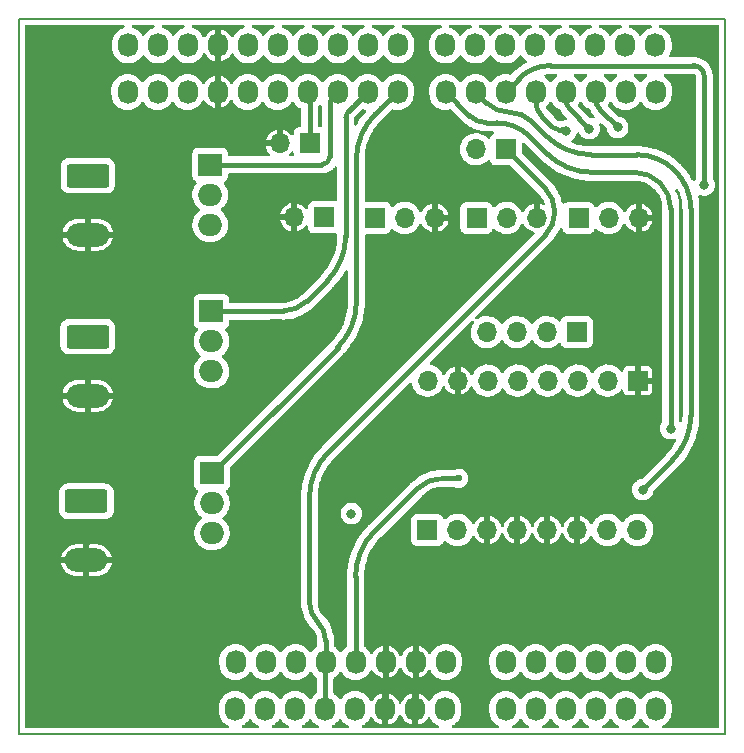
<source format=gbr>
G04 #@! TF.GenerationSoftware,KiCad,Pcbnew,(6.0.5-0)*
G04 #@! TF.CreationDate,2022-06-14T16:30:35+02:00*
G04 #@! TF.ProjectId,BRFEv3_Shield,42524645-7633-45f5-9368-69656c642e6b,rev?*
G04 #@! TF.SameCoordinates,Original*
G04 #@! TF.FileFunction,Copper,L1,Top*
G04 #@! TF.FilePolarity,Positive*
%FSLAX46Y46*%
G04 Gerber Fmt 4.6, Leading zero omitted, Abs format (unit mm)*
G04 Created by KiCad (PCBNEW (6.0.5-0)) date 2022-06-14 16:30:35*
%MOMM*%
%LPD*%
G01*
G04 APERTURE LIST*
G04 Aperture macros list*
%AMRoundRect*
0 Rectangle with rounded corners*
0 $1 Rounding radius*
0 $2 $3 $4 $5 $6 $7 $8 $9 X,Y pos of 4 corners*
0 Add a 4 corners polygon primitive as box body*
4,1,4,$2,$3,$4,$5,$6,$7,$8,$9,$2,$3,0*
0 Add four circle primitives for the rounded corners*
1,1,$1+$1,$2,$3*
1,1,$1+$1,$4,$5*
1,1,$1+$1,$6,$7*
1,1,$1+$1,$8,$9*
0 Add four rect primitives between the rounded corners*
20,1,$1+$1,$2,$3,$4,$5,0*
20,1,$1+$1,$4,$5,$6,$7,0*
20,1,$1+$1,$6,$7,$8,$9,0*
20,1,$1+$1,$8,$9,$2,$3,0*%
G04 Aperture macros list end*
G04 #@! TA.AperFunction,Profile*
%ADD10C,0.150000*%
G04 #@! TD*
G04 #@! TA.AperFunction,ComponentPad*
%ADD11O,1.727200X2.032000*%
G04 #@! TD*
G04 #@! TA.AperFunction,ComponentPad*
%ADD12R,1.700000X1.700000*%
G04 #@! TD*
G04 #@! TA.AperFunction,ComponentPad*
%ADD13O,1.700000X1.700000*%
G04 #@! TD*
G04 #@! TA.AperFunction,ComponentPad*
%ADD14R,2.000000X1.905000*%
G04 #@! TD*
G04 #@! TA.AperFunction,ComponentPad*
%ADD15O,2.000000X1.905000*%
G04 #@! TD*
G04 #@! TA.AperFunction,ComponentPad*
%ADD16RoundRect,0.250000X-1.550000X0.750000X-1.550000X-0.750000X1.550000X-0.750000X1.550000X0.750000X0*%
G04 #@! TD*
G04 #@! TA.AperFunction,ComponentPad*
%ADD17O,3.600000X2.000000*%
G04 #@! TD*
G04 #@! TA.AperFunction,ViaPad*
%ADD18C,0.600000*%
G04 #@! TD*
G04 #@! TA.AperFunction,ViaPad*
%ADD19C,0.800000*%
G04 #@! TD*
G04 #@! TA.AperFunction,Conductor*
%ADD20C,0.400000*%
G04 #@! TD*
G04 APERTURE END LIST*
D10*
X114778000Y-65325000D02*
X174608000Y-65325000D01*
X174608000Y-65325000D02*
X174608000Y-125885000D01*
X174608000Y-125885000D02*
X114778000Y-125885000D01*
X114778000Y-125885000D02*
X114778000Y-65325000D01*
D11*
G04 #@! TO.P,P1,1,Pin_1*
G04 #@! TO.N,unconnected-(P1-Pad1)*
X133148000Y-119765000D03*
G04 #@! TO.P,P1,2,Pin_2*
G04 #@! TO.N,/IOREF*
X135688000Y-119765000D03*
G04 #@! TO.P,P1,3,Pin_3*
G04 #@! TO.N,/Reset*
X138228000Y-119765000D03*
G04 #@! TO.P,P1,4,Pin_4*
G04 #@! TO.N,+3V3*
X140768000Y-119765000D03*
G04 #@! TO.P,P1,5,Pin_5*
G04 #@! TO.N,+5V*
X143308000Y-119765000D03*
G04 #@! TO.P,P1,6,Pin_6*
G04 #@! TO.N,GND*
X145848000Y-119765000D03*
G04 #@! TO.P,P1,7,Pin_7*
X148388000Y-119765000D03*
G04 #@! TO.P,P1,8,Pin_8*
G04 #@! TO.N,/Vin*
X150928000Y-119765000D03*
G04 #@! TD*
G04 #@! TO.P,P2,1,Pin_1*
G04 #@! TO.N,/A0*
X156008000Y-119765000D03*
G04 #@! TO.P,P2,2,Pin_2*
G04 #@! TO.N,/A1*
X158548000Y-119765000D03*
G04 #@! TO.P,P2,3,Pin_3*
G04 #@! TO.N,/A2*
X161088000Y-119765000D03*
G04 #@! TO.P,P2,4,Pin_4*
G04 #@! TO.N,/A3*
X163628000Y-119765000D03*
G04 #@! TO.P,P2,5,Pin_5*
G04 #@! TO.N,/A4(SDA)*
X166168000Y-119765000D03*
G04 #@! TO.P,P2,6,Pin_6*
G04 #@! TO.N,/A5(SCL)*
X168708000Y-119765000D03*
G04 #@! TD*
G04 #@! TO.P,P3,1,Pin_1*
G04 #@! TO.N,/A5(SCL)*
X124004000Y-71505000D03*
G04 #@! TO.P,P3,2,Pin_2*
G04 #@! TO.N,/A4(SDA)*
X126544000Y-71505000D03*
G04 #@! TO.P,P3,3,Pin_3*
G04 #@! TO.N,/AREF*
X129084000Y-71505000D03*
G04 #@! TO.P,P3,4,Pin_4*
G04 #@! TO.N,GND*
X131624000Y-71505000D03*
G04 #@! TO.P,P3,5,Pin_5*
G04 #@! TO.N,/13(SCK)*
X134164000Y-71505000D03*
G04 #@! TO.P,P3,6,Pin_6*
G04 #@! TO.N,/12(MISO)*
X136704000Y-71505000D03*
G04 #@! TO.P,P3,7,Pin_7*
G04 #@! TO.N,/11(\u002A\u002A{slash}MOSI)*
X139244000Y-71505000D03*
G04 #@! TO.P,P3,8,Pin_8*
G04 #@! TO.N,/10(\u002A\u002A{slash}SS)*
X141784000Y-71505000D03*
G04 #@! TO.P,P3,9,Pin_9*
G04 #@! TO.N,/9(\u002A\u002A)*
X144324000Y-71505000D03*
G04 #@! TO.P,P3,10,Pin_10*
G04 #@! TO.N,/8*
X146864000Y-71505000D03*
G04 #@! TD*
G04 #@! TO.P,P4,1,Pin_1*
G04 #@! TO.N,/7*
X150928000Y-71505000D03*
G04 #@! TO.P,P4,2,Pin_2*
G04 #@! TO.N,/6(\u002A\u002A)*
X153468000Y-71505000D03*
G04 #@! TO.P,P4,3,Pin_3*
G04 #@! TO.N,/5(\u002A\u002A)*
X156008000Y-71505000D03*
G04 #@! TO.P,P4,4,Pin_4*
G04 #@! TO.N,/4*
X158548000Y-71505000D03*
G04 #@! TO.P,P4,5,Pin_5*
G04 #@! TO.N,/3(\u002A\u002A)*
X161088000Y-71505000D03*
G04 #@! TO.P,P4,6,Pin_6*
G04 #@! TO.N,/2*
X163628000Y-71505000D03*
G04 #@! TO.P,P4,7,Pin_7*
G04 #@! TO.N,/1(Tx)*
X166168000Y-71505000D03*
G04 #@! TO.P,P4,8,Pin_8*
G04 #@! TO.N,/0(Rx)*
X168708000Y-71505000D03*
G04 #@! TD*
D12*
G04 #@! TO.P,J6,1,Pin_1*
G04 #@! TO.N,GND*
X167188000Y-95945000D03*
D13*
G04 #@! TO.P,J6,2,Pin_2*
G04 #@! TO.N,+5V*
X164648000Y-95945000D03*
G04 #@! TO.P,J6,3,Pin_3*
G04 #@! TO.N,Net-(J6-Pad3)*
X162108000Y-95945000D03*
G04 #@! TO.P,J6,4,Pin_4*
G04 #@! TO.N,Net-(J6-Pad4)*
X159568000Y-95945000D03*
G04 #@! TO.P,J6,5,Pin_5*
G04 #@! TO.N,Net-(J6-Pad5)*
X157028000Y-95945000D03*
G04 #@! TO.P,J6,6,Pin_6*
G04 #@! TO.N,Net-(J6-Pad6)*
X154488000Y-95945000D03*
G04 #@! TO.P,J6,7,Pin_7*
G04 #@! TO.N,GND*
X151948000Y-95945000D03*
G04 #@! TO.P,J6,8,Pin_8*
G04 #@! TO.N,+12V*
X149408000Y-95945000D03*
G04 #@! TD*
D12*
G04 #@! TO.P,J14,1,Pin_1*
G04 #@! TO.N,Net-(J6-Pad3)*
X162038000Y-91845000D03*
D13*
G04 #@! TO.P,J14,2,Pin_2*
G04 #@! TO.N,Net-(J6-Pad4)*
X159498000Y-91845000D03*
G04 #@! TO.P,J14,3,Pin_3*
G04 #@! TO.N,Net-(J6-Pad5)*
X156958000Y-91845000D03*
G04 #@! TO.P,J14,4,Pin_4*
G04 #@! TO.N,Net-(J6-Pad6)*
X154418000Y-91845000D03*
G04 #@! TD*
D14*
G04 #@! TO.P,Q3,1*
G04 #@! TO.N,/10(\u002A\u002A{slash}SS)*
X131003000Y-77675000D03*
D15*
G04 #@! TO.P,Q3,2*
G04 #@! TO.N,+12V*
X131003000Y-80215000D03*
G04 #@! TO.P,Q3,3*
G04 #@! TO.N,/post*
X131003000Y-82755000D03*
G04 #@! TD*
D14*
G04 #@! TO.P,Q2,1*
G04 #@! TO.N,/9(\u002A\u002A)*
X131103000Y-90075000D03*
D15*
G04 #@! TO.P,Q2,2*
G04 #@! TO.N,+5V*
X131103000Y-92615000D03*
G04 #@! TO.P,Q2,3*
G04 #@! TO.N,/5Vpost*
X131103000Y-95155000D03*
G04 #@! TD*
D14*
G04 #@! TO.P,Q1,1*
G04 #@! TO.N,/8*
X131153000Y-103775000D03*
D15*
G04 #@! TO.P,Q1,2*
G04 #@! TO.N,+6V*
X131153000Y-106315000D03*
G04 #@! TO.P,Q1,3*
G04 #@! TO.N,/6Vpost*
X131153000Y-108855000D03*
G04 #@! TD*
D11*
G04 #@! TO.P,P9,1,Pin_1*
G04 #@! TO.N,unconnected-(P9-Pad1)*
X133108000Y-123755000D03*
G04 #@! TO.P,P9,2,Pin_2*
G04 #@! TO.N,/IOREF*
X135648000Y-123755000D03*
G04 #@! TO.P,P9,3,Pin_3*
G04 #@! TO.N,/Reset*
X138188000Y-123755000D03*
G04 #@! TO.P,P9,4,Pin_4*
G04 #@! TO.N,+3V3*
X140728000Y-123755000D03*
G04 #@! TO.P,P9,5,Pin_5*
G04 #@! TO.N,+5V*
X143268000Y-123755000D03*
G04 #@! TO.P,P9,6,Pin_6*
G04 #@! TO.N,GND*
X145808000Y-123755000D03*
G04 #@! TO.P,P9,7,Pin_7*
X148348000Y-123755000D03*
G04 #@! TO.P,P9,8,Pin_8*
G04 #@! TO.N,/Vin*
X150888000Y-123755000D03*
G04 #@! TD*
D16*
G04 #@! TO.P,J1,1,Pin_1*
G04 #@! TO.N,+6V*
X120525500Y-106165000D03*
D17*
G04 #@! TO.P,J1,2,Pin_2*
G04 #@! TO.N,GND*
X120525500Y-111165000D03*
G04 #@! TD*
D12*
G04 #@! TO.P,J12,1,Pin_1*
G04 #@! TO.N,/3(\u002A\u002A)*
X153548000Y-82175000D03*
D13*
G04 #@! TO.P,J12,2,Pin_2*
G04 #@! TO.N,/6Vpost*
X156088000Y-82175000D03*
G04 #@! TO.P,J12,3,Pin_3*
G04 #@! TO.N,GND*
X158628000Y-82175000D03*
G04 #@! TD*
D11*
G04 #@! TO.P,P11,1,Pin_1*
G04 #@! TO.N,/A5(SCL)*
X124058000Y-67555000D03*
G04 #@! TO.P,P11,2,Pin_2*
G04 #@! TO.N,/A4(SDA)*
X126598000Y-67555000D03*
G04 #@! TO.P,P11,3,Pin_3*
G04 #@! TO.N,/AREF*
X129138000Y-67555000D03*
G04 #@! TO.P,P11,4,Pin_4*
G04 #@! TO.N,GND*
X131678000Y-67555000D03*
G04 #@! TO.P,P11,5,Pin_5*
G04 #@! TO.N,/13(SCK)*
X134218000Y-67555000D03*
G04 #@! TO.P,P11,6,Pin_6*
G04 #@! TO.N,/12(MISO)*
X136758000Y-67555000D03*
G04 #@! TO.P,P11,7,Pin_7*
G04 #@! TO.N,/11(\u002A\u002A{slash}MOSI)*
X139298000Y-67555000D03*
G04 #@! TO.P,P11,8,Pin_8*
G04 #@! TO.N,/10(\u002A\u002A{slash}SS)*
X141838000Y-67555000D03*
G04 #@! TO.P,P11,9,Pin_9*
G04 #@! TO.N,/9(\u002A\u002A)*
X144378000Y-67555000D03*
G04 #@! TO.P,P11,10,Pin_10*
G04 #@! TO.N,/8*
X146918000Y-67555000D03*
G04 #@! TD*
D12*
G04 #@! TO.P,R1,1*
G04 #@! TO.N,/11(\u002A\u002A{slash}MOSI)*
X139423000Y-75865000D03*
D13*
G04 #@! TO.P,R1,2*
G04 #@! TO.N,GND*
X136883000Y-75865000D03*
G04 #@! TD*
D12*
G04 #@! TO.P,J11,1,Pin_1*
G04 #@! TO.N,/2*
X162183000Y-82175000D03*
D13*
G04 #@! TO.P,J11,2,Pin_2*
G04 #@! TO.N,/6Vpost*
X164723000Y-82175000D03*
G04 #@! TO.P,J11,3,Pin_3*
G04 #@! TO.N,GND*
X167263000Y-82175000D03*
G04 #@! TD*
D11*
G04 #@! TO.P,P10,1,Pin_1*
G04 #@! TO.N,/A0*
X156008000Y-123755000D03*
G04 #@! TO.P,P10,2,Pin_2*
G04 #@! TO.N,/A1*
X158548000Y-123755000D03*
G04 #@! TO.P,P10,3,Pin_3*
G04 #@! TO.N,/A2*
X161088000Y-123755000D03*
G04 #@! TO.P,P10,4,Pin_4*
G04 #@! TO.N,/A3*
X163628000Y-123755000D03*
G04 #@! TO.P,P10,5,Pin_5*
G04 #@! TO.N,/A4(SDA)*
X166168000Y-123755000D03*
G04 #@! TO.P,P10,6,Pin_6*
G04 #@! TO.N,/A5(SCL)*
X168708000Y-123755000D03*
G04 #@! TD*
D12*
G04 #@! TO.P,J4,1,Pin_1*
G04 #@! TO.N,+3V3*
X156048000Y-76365000D03*
D13*
G04 #@! TO.P,J4,2,Pin_2*
G04 #@! TO.N,/11(\u002A\u002A{slash}MOSI)*
X153508000Y-76365000D03*
G04 #@! TD*
D12*
G04 #@! TO.P,J7,1,Pin_1*
G04 #@! TO.N,/post*
X140648000Y-82115000D03*
D13*
G04 #@! TO.P,J7,2,Pin_2*
G04 #@! TO.N,GND*
X138108000Y-82115000D03*
G04 #@! TD*
D16*
G04 #@! TO.P,J3,1,Pin_1*
G04 #@! TO.N,+12V*
X120635500Y-78585000D03*
D17*
G04 #@! TO.P,J3,2,Pin_2*
G04 #@! TO.N,GND*
X120635500Y-83585000D03*
G04 #@! TD*
D16*
G04 #@! TO.P,J2,1,Pin_1*
G04 #@! TO.N,+5V*
X120625500Y-92215000D03*
D17*
G04 #@! TO.P,J2,2,Pin_2*
G04 #@! TO.N,GND*
X120625500Y-97215000D03*
G04 #@! TD*
D11*
G04 #@! TO.P,P12,1,Pin_1*
G04 #@! TO.N,/7*
X150908000Y-67555000D03*
G04 #@! TO.P,P12,2,Pin_2*
G04 #@! TO.N,/6(\u002A\u002A)*
X153448000Y-67555000D03*
G04 #@! TO.P,P12,3,Pin_3*
G04 #@! TO.N,/5(\u002A\u002A)*
X155988000Y-67555000D03*
G04 #@! TO.P,P12,4,Pin_4*
G04 #@! TO.N,/4*
X158528000Y-67555000D03*
G04 #@! TO.P,P12,5,Pin_5*
G04 #@! TO.N,/3(\u002A\u002A)*
X161068000Y-67555000D03*
G04 #@! TO.P,P12,6,Pin_6*
G04 #@! TO.N,/2*
X163608000Y-67555000D03*
G04 #@! TO.P,P12,7,Pin_7*
G04 #@! TO.N,/1(Tx)*
X166148000Y-67555000D03*
G04 #@! TO.P,P12,8,Pin_8*
G04 #@! TO.N,/0(Rx)*
X168688000Y-67555000D03*
G04 #@! TD*
D12*
G04 #@! TO.P,J5,1,Pin_1*
G04 #@! TO.N,/5(\u002A\u002A)*
X149388000Y-108595000D03*
D13*
G04 #@! TO.P,J5,2,Pin_2*
G04 #@! TO.N,+5V*
X151928000Y-108595000D03*
G04 #@! TO.P,J5,3,Pin_3*
G04 #@! TO.N,GND*
X154468000Y-108595000D03*
G04 #@! TO.P,J5,4,Pin_4*
X157008000Y-108595000D03*
G04 #@! TO.P,J5,5,Pin_5*
X159548000Y-108595000D03*
G04 #@! TO.P,J5,6,Pin_6*
X162088000Y-108595000D03*
G04 #@! TO.P,J5,7,Pin_7*
G04 #@! TO.N,/7*
X164628000Y-108595000D03*
G04 #@! TO.P,J5,8,Pin_8*
G04 #@! TO.N,/6(\u002A\u002A)*
X167168000Y-108595000D03*
G04 #@! TD*
D12*
G04 #@! TO.P,J13,1,Pin_1*
G04 #@! TO.N,/4*
X144923000Y-82165000D03*
D13*
G04 #@! TO.P,J13,2,Pin_2*
G04 #@! TO.N,/5Vpost*
X147463000Y-82165000D03*
G04 #@! TO.P,J13,3,Pin_3*
G04 #@! TO.N,GND*
X150003000Y-82165000D03*
G04 #@! TD*
D18*
G04 #@! TO.N,+5V*
X152048000Y-104215000D03*
D19*
G04 #@! TO.N,*
X142948000Y-107215000D03*
G04 #@! TO.N,GND*
X170148000Y-115015000D03*
X117798000Y-123365000D03*
X118448000Y-68965000D03*
X171848000Y-67915000D03*
G04 #@! TO.N,/7*
X169998000Y-100015000D03*
G04 #@! TO.N,/6(\u002A\u002A)*
X167623000Y-105190000D03*
G04 #@! TO.N,/5(\u002A\u002A)*
X172833480Y-79379520D03*
G04 #@! TO.N,/4*
X161148000Y-74815000D03*
G04 #@! TO.N,/3(\u002A\u002A)*
X163098000Y-74615000D03*
G04 #@! TO.N,/2*
X165498000Y-74515000D03*
G04 #@! TD*
D20*
G04 #@! TO.N,/9(\u002A\u002A)*
X143086047Y-72742946D02*
X143004461Y-72824532D01*
X142993602Y-72835392D02*
X142933735Y-72895259D01*
X143475773Y-72353221D02*
X143411800Y-72417194D01*
X142933735Y-72895259D02*
X142873868Y-72955126D01*
X142745329Y-73083667D02*
X142716766Y-73112232D01*
X142871815Y-72957179D02*
X142816055Y-73012940D01*
X143292067Y-72536927D02*
X143244520Y-72584474D01*
X143339613Y-72489380D02*
X143292067Y-72536927D01*
X142816055Y-73012940D02*
X142760295Y-73068701D01*
X142745329Y-73083667D02*
X142760295Y-73068701D01*
X143411800Y-72417194D02*
X143339613Y-72489380D01*
X143086047Y-72742946D02*
X143244520Y-72584474D01*
X142873868Y-72955126D02*
X142871815Y-72957179D01*
G04 #@! TO.N,+5V*
X150723000Y-104214990D02*
G75*
G03*
X148461083Y-105151916I0J-3198810D01*
G01*
X143307960Y-112558963D02*
G75*
G02*
X144901793Y-108711208I5441540J-37D01*
G01*
X152048000Y-104215000D02*
X151998000Y-104215000D01*
X143308000Y-112558963D02*
X143308000Y-119765000D01*
X148461083Y-105151916D02*
X144901792Y-108711207D01*
X152048000Y-104215000D02*
X150723000Y-104215000D01*
X164578000Y-95945000D02*
X164648000Y-95945000D01*
G04 #@! TO.N,GND*
X148388000Y-123686715D02*
X148388000Y-119765000D01*
X145848000Y-123686715D02*
X145848000Y-119765000D01*
X145828000Y-123735000D02*
X145808000Y-123755000D01*
X131651000Y-67582000D02*
X131678000Y-67555000D01*
X148368000Y-123735000D02*
X148348000Y-123755000D01*
X131623994Y-67647183D02*
G75*
G02*
X131651001Y-67582001I92206J-17D01*
G01*
X145848006Y-123686715D02*
G75*
G02*
X145828000Y-123735000I-68306J15D01*
G01*
X148388006Y-123686715D02*
G75*
G02*
X148368000Y-123735000I-68306J15D01*
G01*
G04 #@! TO.N,/AREF*
X129111000Y-67582000D02*
X129138000Y-67555000D01*
X129083994Y-67647183D02*
G75*
G02*
X129111001Y-67582001I92206J-17D01*
G01*
G04 #@! TO.N,/A4(SDA)*
X126571000Y-67582000D02*
X126598000Y-67555000D01*
X126543994Y-67647183D02*
G75*
G02*
X126571001Y-67582001I92206J-17D01*
G01*
G04 #@! TO.N,/A5(SCL)*
X124031000Y-67582000D02*
X124058000Y-67555000D01*
X124003994Y-67647183D02*
G75*
G02*
X124031001Y-67582001I92206J-17D01*
G01*
G04 #@! TO.N,/9(\u002A\u002A)*
X140880175Y-87532823D02*
X139196528Y-89216471D01*
X144351000Y-67582000D02*
X144378000Y-67555000D01*
X142473969Y-73678200D02*
X142473969Y-83685067D01*
X143507760Y-72321235D02*
X143507769Y-72321229D01*
X137148000Y-90065000D02*
X135955071Y-90065000D01*
X143507760Y-72321235D02*
X143475773Y-72353221D01*
X143507762Y-72321234D02*
X143507768Y-72321231D01*
X143507766Y-72321229D02*
X143627499Y-72201499D01*
X143004461Y-72824532D02*
X142993602Y-72835392D01*
X143507769Y-72321229D02*
X144324000Y-71505000D01*
X142702484Y-73126515D02*
X142716766Y-73112232D01*
X135930928Y-90075000D02*
X131103000Y-90075000D01*
X143507769Y-72321231D02*
G75*
G02*
X143507767Y-72321229I31J31D01*
G01*
X135930928Y-90075011D02*
G75*
G03*
X135942999Y-90069999I-28J17111D01*
G01*
X144323994Y-67647183D02*
G75*
G02*
X144351001Y-67582001I92206J-17D01*
G01*
X142473938Y-83685067D02*
G75*
G02*
X140880174Y-87532822I-5441538J-33D01*
G01*
X135955071Y-90064989D02*
G75*
G03*
X135943001Y-90070001I29J-17111D01*
G01*
X143507765Y-72321231D02*
G75*
G02*
X143507768Y-72321231I1J-1001420593D01*
G01*
X143507765Y-72321233D02*
G75*
G03*
X143507767Y-72321233I1J0D01*
G01*
X137148000Y-90064986D02*
G75*
G03*
X139196528Y-89216471I0J2897086D01*
G01*
X142702478Y-73126509D02*
G75*
G03*
X142473969Y-73678200I551722J-551691D01*
G01*
X143507766Y-72321229D02*
G75*
G02*
X143507769Y-72321229I1J-1001420595D01*
G01*
X143507767Y-72321233D02*
G75*
G02*
X143507766Y-72321230I33J33D01*
G01*
X143507765Y-72321233D02*
G75*
G03*
X143507767Y-72321233I1J0D01*
G01*
G04 #@! TO.N,/8*
X143373489Y-89300547D02*
X143373489Y-77249474D01*
X141779696Y-93148303D02*
X131153000Y-103775000D01*
X145486553Y-72882444D02*
X145486556Y-72882442D01*
X146891000Y-67582000D02*
X146918000Y-67555000D01*
X145486554Y-72882444D02*
X145486556Y-72882443D01*
X145486553Y-72882444D02*
X144967281Y-73401717D01*
X145486556Y-72882442D02*
X146864000Y-71505000D01*
X144967303Y-73401739D02*
G75*
G03*
X143373489Y-77249474I3847697J-3847761D01*
G01*
X145486553Y-72882444D02*
G75*
G02*
X145486556Y-72882444I2J-1000859380D01*
G01*
X146863994Y-67647183D02*
G75*
G02*
X146891001Y-67582001I92206J-17D01*
G01*
X145486556Y-72882444D02*
G75*
G03*
X145486556Y-72882442I-1219228380J1D01*
G01*
X145486556Y-72882443D02*
G75*
G03*
X145486556Y-72882443I0J0D01*
G01*
X141779681Y-93148288D02*
G75*
G03*
X143373489Y-89300547I-3847781J3847788D01*
G01*
X145486554Y-72882444D02*
G75*
G02*
X145486556Y-72882444I1J-1000859380D01*
G01*
G04 #@! TO.N,/7*
X152930252Y-73507252D02*
X150928000Y-71505000D01*
X150918000Y-67565000D02*
X150908000Y-67555000D01*
X155222551Y-74120040D02*
X154409653Y-74120040D01*
X169998000Y-100015000D02*
X169998000Y-81387792D01*
X163350985Y-78315000D02*
X166925207Y-78315000D01*
X159503229Y-76721207D02*
X158089655Y-75307633D01*
X154409653Y-74120058D02*
G75*
G02*
X152930252Y-73507252I47J2092258D01*
G01*
X169097998Y-79215002D02*
G75*
G03*
X166925207Y-78315000I-2172798J-2172798D01*
G01*
X169097998Y-79215002D02*
G75*
G02*
X169998000Y-81387792I-2172798J-2172798D01*
G01*
X158089672Y-75307616D02*
G75*
G03*
X155222551Y-74120040I-2867072J-2867084D01*
G01*
X150927982Y-67589142D02*
G75*
G03*
X150918000Y-67565000I-34082J42D01*
G01*
X163350985Y-78314995D02*
G75*
G02*
X159503229Y-76721207I15J5441595D01*
G01*
G04 #@! TO.N,/6(\u002A\u002A)*
X153458000Y-71495000D02*
X153478000Y-71515000D01*
X170104207Y-102708792D02*
X167648000Y-105165000D01*
X158234379Y-74017416D02*
X159438170Y-75221207D01*
X163285926Y-76815000D02*
X167088811Y-76815000D01*
X171698000Y-81424188D02*
X171698000Y-98861036D01*
X154386623Y-72423623D02*
X153468000Y-71505000D01*
X163285926Y-76814966D02*
G75*
G02*
X159438170Y-75221207I-26J5441566D01*
G01*
X156310501Y-73220521D02*
G75*
G02*
X158234379Y-74017416I-1J-2720779D01*
G01*
X171698004Y-81424188D02*
G75*
G03*
X170347999Y-78165001I-4609204J-12D01*
G01*
X156310501Y-73220505D02*
G75*
G02*
X154386623Y-72423623I-1J2720805D01*
G01*
X170104200Y-102708785D02*
G75*
G03*
X171698000Y-98861036I-3847800J3847785D01*
G01*
X153448018Y-71470857D02*
G75*
G03*
X153458000Y-71495000I34082J-43D01*
G01*
X167088811Y-76814996D02*
G75*
G02*
X170347999Y-78165001I-11J-4609204D01*
G01*
G04 #@! TO.N,/5(\u002A\u002A)*
X172833480Y-79379520D02*
X172833480Y-79365836D01*
X156070584Y-71442415D02*
X157125239Y-70387759D01*
X156096507Y-71505000D02*
X156185015Y-71505000D01*
X155998000Y-67565000D02*
X155988000Y-67555000D01*
X171928781Y-69270520D02*
X159822495Y-69270520D01*
X172833480Y-70175218D02*
X172833480Y-79379520D01*
X156096507Y-71504928D02*
G75*
G02*
X156070585Y-71442416I-7J36628D01*
G01*
X171928781Y-69270528D02*
G75*
G02*
X172568500Y-69535500I19J-904672D01*
G01*
X156007982Y-67589142D02*
G75*
G03*
X155998000Y-67565000I-34082J42D01*
G01*
X172833472Y-70175218D02*
G75*
G03*
X172568500Y-69535500I-904672J18D01*
G01*
X159822495Y-69270512D02*
G75*
G03*
X157125240Y-70387760I5J-3814488D01*
G01*
G04 #@! TO.N,/4*
X161148000Y-74815000D02*
X161049779Y-74716779D01*
X158543000Y-71500000D02*
X158538000Y-71495000D01*
X158548000Y-71512071D02*
X158548000Y-72281247D01*
X160766305Y-74716779D02*
X160504581Y-74716779D01*
X159599152Y-74108647D02*
X159096889Y-73606384D01*
X161148000Y-74815000D02*
X161023889Y-74765889D01*
X158548011Y-71512071D02*
G75*
G03*
X158542999Y-71500001I-17111J-29D01*
G01*
X158528018Y-71470857D02*
G75*
G03*
X158538000Y-71495000I34082J-43D01*
G01*
X160009587Y-74514787D02*
G75*
G02*
X159599153Y-74108646I38411713J39228187D01*
G01*
X160504581Y-74716800D02*
G75*
G02*
X160009586Y-74514788I19J707500D01*
G01*
X158548030Y-72281247D02*
G75*
G03*
X159096890Y-73606383I1873970J-53D01*
G01*
X161023887Y-74765894D02*
G75*
G03*
X160766305Y-74716779I-257587J-650906D01*
G01*
G04 #@! TO.N,/3(\u002A\u002A)*
X161088000Y-72055000D02*
X161088000Y-71505000D01*
X161078000Y-67565000D02*
X161068000Y-67555000D01*
X161476908Y-72993908D02*
X163098000Y-74615000D01*
X161476912Y-72993904D02*
G75*
G02*
X161088000Y-72055000I938888J938904D01*
G01*
X161087982Y-67589142D02*
G75*
G03*
X161078000Y-67565000I-34082J42D01*
G01*
G04 #@! TO.N,/2*
X163618000Y-67565000D02*
X163608000Y-67555000D01*
X163628000Y-72075000D02*
X163628000Y-71505000D01*
X164031050Y-73048050D02*
X165498000Y-74515000D01*
X163627982Y-67589142D02*
G75*
G03*
X163618000Y-67565000I-34082J42D01*
G01*
X163628000Y-72075000D02*
G75*
G03*
X164031050Y-73048050I1376100J0D01*
G01*
G04 #@! TO.N,/1(Tx)*
X166158000Y-67565000D02*
X166148000Y-67555000D01*
X166167982Y-67589142D02*
G75*
G03*
X166158000Y-67565000I-34082J42D01*
G01*
G04 #@! TO.N,/0(Rx)*
X168698000Y-67565000D02*
X168688000Y-67555000D01*
X168707982Y-67589142D02*
G75*
G03*
X168698000Y-67565000I-34082J42D01*
G01*
G04 #@! TO.N,/11(\u002A\u002A{slash}MOSI)*
X139423000Y-71810572D02*
X139423000Y-75865000D01*
X139271000Y-67582000D02*
X139298000Y-67555000D01*
X139243989Y-71378427D02*
G75*
G03*
X139333500Y-71594500I305611J27D01*
G01*
X139423011Y-71810572D02*
G75*
G03*
X139333500Y-71594500I-305611J-28D01*
G01*
X139243994Y-67647183D02*
G75*
G02*
X139271001Y-67582001I92206J-17D01*
G01*
G04 #@! TO.N,/10(\u002A\u002A{slash}SS)*
X141811000Y-67582000D02*
X141838000Y-67555000D01*
X141148000Y-72590719D02*
X141148000Y-76930738D01*
X140403738Y-77675000D02*
X131003000Y-77675000D01*
X140403738Y-77675016D02*
G75*
G03*
X140930011Y-77457011I-38J744316D01*
G01*
X141148016Y-76930738D02*
G75*
G02*
X140930011Y-77457011I-744316J38D01*
G01*
X141783991Y-71055280D02*
G75*
G02*
X141465999Y-71822999I-1085691J-20D01*
G01*
X141465994Y-71822994D02*
G75*
G03*
X141148000Y-72590719I767706J-767706D01*
G01*
X141783994Y-67647183D02*
G75*
G02*
X141811001Y-67582001I92206J-17D01*
G01*
G04 #@! TO.N,/13(SCK)*
X134191000Y-67582000D02*
X134218000Y-67555000D01*
X134163994Y-67647183D02*
G75*
G02*
X134191001Y-67582001I92206J-17D01*
G01*
G04 #@! TO.N,+3V3*
X159349850Y-83663149D02*
X140991792Y-102021207D01*
X140728000Y-119833284D02*
X140728000Y-123755000D01*
X140768000Y-119750857D02*
X140768000Y-118003736D01*
X159349850Y-79666850D02*
X156048000Y-76365000D01*
X140748000Y-119785000D02*
X140758000Y-119775000D01*
X139398000Y-105868963D02*
X139398000Y-114696263D01*
X140767984Y-118003736D02*
G75*
G03*
X140082999Y-116350001I-2338684J36D01*
G01*
X140991821Y-102021236D02*
G75*
G03*
X139398000Y-105868963I3847679J-3847764D01*
G01*
X159349850Y-79666850D02*
G75*
G02*
X160177511Y-81665000I-1998150J-1998150D01*
G01*
X139398016Y-114696263D02*
G75*
G03*
X140083001Y-116349999I2338684J-37D01*
G01*
X160177510Y-81665000D02*
G75*
G02*
X159349850Y-83663149I-2825810J0D01*
G01*
X140727994Y-119833284D02*
G75*
G02*
X140748000Y-119785000I68306J-16D01*
G01*
X140758012Y-119775012D02*
G75*
G03*
X140768000Y-119750857I-24112J24112D01*
G01*
G04 #@! TO.N,/12(MISO)*
X136731000Y-67582000D02*
X136758000Y-67555000D01*
X136703994Y-67647183D02*
G75*
G02*
X136731001Y-67582001I92206J-17D01*
G01*
G04 #@! TO.N,Net-(J6-Pad3)*
X162108000Y-91915000D02*
X162038000Y-91845000D01*
G04 #@! TO.N,Net-(J6-Pad4)*
X159568000Y-91915000D02*
X159498000Y-91845000D01*
G04 #@! TO.N,Net-(J6-Pad5)*
X157028000Y-91915000D02*
X156958000Y-91845000D01*
G04 #@! TO.N,Net-(J6-Pad6)*
X154488000Y-91915000D02*
X154418000Y-91845000D01*
G04 #@! TD*
G04 #@! TA.AperFunction,Conductor*
G04 #@! TO.N,GND*
G36*
X174041621Y-65853502D02*
G01*
X174088114Y-65907158D01*
X174099500Y-65959500D01*
X174099500Y-125250500D01*
X174079498Y-125318621D01*
X174025842Y-125365114D01*
X173973500Y-125376500D01*
X169381766Y-125376500D01*
X169313645Y-125356498D01*
X169267152Y-125302842D01*
X169257048Y-125232568D01*
X169286542Y-125167988D01*
X169320707Y-125141538D01*
X169320290Y-125140850D01*
X169424268Y-125077754D01*
X169519359Y-125020051D01*
X169568465Y-124977439D01*
X169691197Y-124870939D01*
X169691199Y-124870937D01*
X169695230Y-124867439D01*
X169698613Y-124863313D01*
X169698617Y-124863309D01*
X169797776Y-124742374D01*
X169842872Y-124687376D01*
X169870209Y-124639353D01*
X169955422Y-124489654D01*
X169958065Y-124485011D01*
X169974353Y-124440141D01*
X170035695Y-124271146D01*
X170035696Y-124271142D01*
X170037515Y-124266131D01*
X170078950Y-124036993D01*
X170080100Y-124012606D01*
X170080100Y-123544132D01*
X170065374Y-123370580D01*
X170039775Y-123271950D01*
X170008217Y-123150363D01*
X170008216Y-123150359D01*
X170006875Y-123145194D01*
X169983065Y-123092336D01*
X169913433Y-122937760D01*
X169911238Y-122932887D01*
X169781196Y-122739728D01*
X169620468Y-122571242D01*
X169433650Y-122432246D01*
X169309549Y-122369150D01*
X169230842Y-122329133D01*
X169230841Y-122329133D01*
X169226084Y-122326714D01*
X169087299Y-122283620D01*
X169008807Y-122259247D01*
X169008801Y-122259246D01*
X169003704Y-122257663D01*
X168879340Y-122241180D01*
X168778152Y-122227768D01*
X168778148Y-122227768D01*
X168772868Y-122227068D01*
X168767538Y-122227268D01*
X168767537Y-122227268D01*
X168656523Y-122231436D01*
X168540178Y-122235803D01*
X168457474Y-122253156D01*
X168317514Y-122282523D01*
X168317511Y-122282524D01*
X168312287Y-122283620D01*
X168095710Y-122369150D01*
X167896641Y-122489949D01*
X167892611Y-122493446D01*
X167841334Y-122537942D01*
X167720770Y-122642561D01*
X167717387Y-122646687D01*
X167717383Y-122646691D01*
X167665631Y-122709808D01*
X167573128Y-122822624D01*
X167570489Y-122827260D01*
X167570487Y-122827263D01*
X167547155Y-122868252D01*
X167496073Y-122917558D01*
X167426442Y-122931420D01*
X167360371Y-122905437D01*
X167333133Y-122876287D01*
X167244176Y-122744155D01*
X167241196Y-122739728D01*
X167080468Y-122571242D01*
X166893650Y-122432246D01*
X166769549Y-122369150D01*
X166690842Y-122329133D01*
X166690841Y-122329133D01*
X166686084Y-122326714D01*
X166547299Y-122283620D01*
X166468807Y-122259247D01*
X166468801Y-122259246D01*
X166463704Y-122257663D01*
X166339340Y-122241180D01*
X166238152Y-122227768D01*
X166238148Y-122227768D01*
X166232868Y-122227068D01*
X166227538Y-122227268D01*
X166227537Y-122227268D01*
X166116523Y-122231436D01*
X166000178Y-122235803D01*
X165917474Y-122253156D01*
X165777514Y-122282523D01*
X165777511Y-122282524D01*
X165772287Y-122283620D01*
X165555710Y-122369150D01*
X165356641Y-122489949D01*
X165352611Y-122493446D01*
X165301334Y-122537942D01*
X165180770Y-122642561D01*
X165177387Y-122646687D01*
X165177383Y-122646691D01*
X165125631Y-122709808D01*
X165033128Y-122822624D01*
X165030489Y-122827260D01*
X165030487Y-122827263D01*
X165007155Y-122868252D01*
X164956073Y-122917558D01*
X164886442Y-122931420D01*
X164820371Y-122905437D01*
X164793133Y-122876287D01*
X164704176Y-122744155D01*
X164701196Y-122739728D01*
X164540468Y-122571242D01*
X164353650Y-122432246D01*
X164229549Y-122369150D01*
X164150842Y-122329133D01*
X164150841Y-122329133D01*
X164146084Y-122326714D01*
X164007299Y-122283620D01*
X163928807Y-122259247D01*
X163928801Y-122259246D01*
X163923704Y-122257663D01*
X163799340Y-122241180D01*
X163698152Y-122227768D01*
X163698148Y-122227768D01*
X163692868Y-122227068D01*
X163687538Y-122227268D01*
X163687537Y-122227268D01*
X163576523Y-122231436D01*
X163460178Y-122235803D01*
X163377474Y-122253156D01*
X163237514Y-122282523D01*
X163237511Y-122282524D01*
X163232287Y-122283620D01*
X163015710Y-122369150D01*
X162816641Y-122489949D01*
X162812611Y-122493446D01*
X162761334Y-122537942D01*
X162640770Y-122642561D01*
X162637387Y-122646687D01*
X162637383Y-122646691D01*
X162585631Y-122709808D01*
X162493128Y-122822624D01*
X162490489Y-122827260D01*
X162490487Y-122827263D01*
X162467155Y-122868252D01*
X162416073Y-122917558D01*
X162346442Y-122931420D01*
X162280371Y-122905437D01*
X162253133Y-122876287D01*
X162164176Y-122744155D01*
X162161196Y-122739728D01*
X162000468Y-122571242D01*
X161813650Y-122432246D01*
X161689549Y-122369150D01*
X161610842Y-122329133D01*
X161610841Y-122329133D01*
X161606084Y-122326714D01*
X161467299Y-122283620D01*
X161388807Y-122259247D01*
X161388801Y-122259246D01*
X161383704Y-122257663D01*
X161259340Y-122241180D01*
X161158152Y-122227768D01*
X161158148Y-122227768D01*
X161152868Y-122227068D01*
X161147538Y-122227268D01*
X161147537Y-122227268D01*
X161036523Y-122231436D01*
X160920178Y-122235803D01*
X160837474Y-122253156D01*
X160697514Y-122282523D01*
X160697511Y-122282524D01*
X160692287Y-122283620D01*
X160475710Y-122369150D01*
X160276641Y-122489949D01*
X160272611Y-122493446D01*
X160221334Y-122537942D01*
X160100770Y-122642561D01*
X160097387Y-122646687D01*
X160097383Y-122646691D01*
X160045631Y-122709808D01*
X159953128Y-122822624D01*
X159950489Y-122827260D01*
X159950487Y-122827263D01*
X159927155Y-122868252D01*
X159876073Y-122917558D01*
X159806442Y-122931420D01*
X159740371Y-122905437D01*
X159713133Y-122876287D01*
X159624176Y-122744155D01*
X159621196Y-122739728D01*
X159460468Y-122571242D01*
X159273650Y-122432246D01*
X159149549Y-122369150D01*
X159070842Y-122329133D01*
X159070841Y-122329133D01*
X159066084Y-122326714D01*
X158927299Y-122283620D01*
X158848807Y-122259247D01*
X158848801Y-122259246D01*
X158843704Y-122257663D01*
X158719340Y-122241180D01*
X158618152Y-122227768D01*
X158618148Y-122227768D01*
X158612868Y-122227068D01*
X158607538Y-122227268D01*
X158607537Y-122227268D01*
X158496523Y-122231436D01*
X158380178Y-122235803D01*
X158297474Y-122253156D01*
X158157514Y-122282523D01*
X158157511Y-122282524D01*
X158152287Y-122283620D01*
X157935710Y-122369150D01*
X157736641Y-122489949D01*
X157732611Y-122493446D01*
X157681334Y-122537942D01*
X157560770Y-122642561D01*
X157557387Y-122646687D01*
X157557383Y-122646691D01*
X157505631Y-122709808D01*
X157413128Y-122822624D01*
X157410489Y-122827260D01*
X157410487Y-122827263D01*
X157387155Y-122868252D01*
X157336073Y-122917558D01*
X157266442Y-122931420D01*
X157200371Y-122905437D01*
X157173133Y-122876287D01*
X157084176Y-122744155D01*
X157081196Y-122739728D01*
X156920468Y-122571242D01*
X156733650Y-122432246D01*
X156609549Y-122369150D01*
X156530842Y-122329133D01*
X156530841Y-122329133D01*
X156526084Y-122326714D01*
X156387299Y-122283620D01*
X156308807Y-122259247D01*
X156308801Y-122259246D01*
X156303704Y-122257663D01*
X156179340Y-122241180D01*
X156078152Y-122227768D01*
X156078148Y-122227768D01*
X156072868Y-122227068D01*
X156067538Y-122227268D01*
X156067537Y-122227268D01*
X155956523Y-122231436D01*
X155840178Y-122235803D01*
X155757474Y-122253156D01*
X155617514Y-122282523D01*
X155617511Y-122282524D01*
X155612287Y-122283620D01*
X155395710Y-122369150D01*
X155196641Y-122489949D01*
X155192611Y-122493446D01*
X155141334Y-122537942D01*
X155020770Y-122642561D01*
X155017387Y-122646687D01*
X155017383Y-122646691D01*
X154965631Y-122709808D01*
X154873128Y-122822624D01*
X154870489Y-122827260D01*
X154870487Y-122827263D01*
X154807589Y-122937760D01*
X154757935Y-123024989D01*
X154756114Y-123030005D01*
X154756112Y-123030010D01*
X154700477Y-123183282D01*
X154678485Y-123243869D01*
X154637050Y-123473007D01*
X154635900Y-123497394D01*
X154635900Y-123965868D01*
X154650626Y-124139420D01*
X154651964Y-124144577D01*
X154651965Y-124144580D01*
X154694263Y-124307544D01*
X154709125Y-124364806D01*
X154711317Y-124369672D01*
X154711318Y-124369675D01*
X154733922Y-124419854D01*
X154804762Y-124577113D01*
X154934804Y-124770272D01*
X155095532Y-124938758D01*
X155282350Y-125077754D01*
X155287102Y-125080170D01*
X155401205Y-125138183D01*
X155452863Y-125186886D01*
X155469989Y-125255786D01*
X155447147Y-125323008D01*
X155391588Y-125367209D01*
X155344100Y-125376500D01*
X151561766Y-125376500D01*
X151493645Y-125356498D01*
X151447152Y-125302842D01*
X151437048Y-125232568D01*
X151466542Y-125167988D01*
X151500707Y-125141538D01*
X151500290Y-125140850D01*
X151604268Y-125077754D01*
X151699359Y-125020051D01*
X151748465Y-124977439D01*
X151871197Y-124870939D01*
X151871199Y-124870937D01*
X151875230Y-124867439D01*
X151878613Y-124863313D01*
X151878617Y-124863309D01*
X151977776Y-124742374D01*
X152022872Y-124687376D01*
X152050209Y-124639353D01*
X152135422Y-124489654D01*
X152138065Y-124485011D01*
X152154353Y-124440141D01*
X152215695Y-124271146D01*
X152215696Y-124271142D01*
X152217515Y-124266131D01*
X152258950Y-124036993D01*
X152260100Y-124012606D01*
X152260100Y-123544132D01*
X152245374Y-123370580D01*
X152219775Y-123271950D01*
X152188217Y-123150363D01*
X152188216Y-123150359D01*
X152186875Y-123145194D01*
X152163065Y-123092336D01*
X152093433Y-122937760D01*
X152091238Y-122932887D01*
X151961196Y-122739728D01*
X151800468Y-122571242D01*
X151613650Y-122432246D01*
X151489549Y-122369150D01*
X151410842Y-122329133D01*
X151410841Y-122329133D01*
X151406084Y-122326714D01*
X151267299Y-122283620D01*
X151188807Y-122259247D01*
X151188801Y-122259246D01*
X151183704Y-122257663D01*
X151059340Y-122241180D01*
X150958152Y-122227768D01*
X150958148Y-122227768D01*
X150952868Y-122227068D01*
X150947538Y-122227268D01*
X150947537Y-122227268D01*
X150836523Y-122231436D01*
X150720178Y-122235803D01*
X150637474Y-122253156D01*
X150497514Y-122282523D01*
X150497511Y-122282524D01*
X150492287Y-122283620D01*
X150275710Y-122369150D01*
X150076641Y-122489949D01*
X150072611Y-122493446D01*
X150021334Y-122537942D01*
X149900770Y-122642561D01*
X149897387Y-122646687D01*
X149897383Y-122646691D01*
X149845631Y-122709808D01*
X149753128Y-122822624D01*
X149750489Y-122827260D01*
X149750487Y-122827263D01*
X149687589Y-122937760D01*
X149637935Y-123024989D01*
X149636062Y-123023923D01*
X149595422Y-123070429D01*
X149527218Y-123090146D01*
X149459182Y-123069859D01*
X149414020Y-123018392D01*
X149399235Y-122987395D01*
X149393545Y-122977776D01*
X149273679Y-122810964D01*
X149266372Y-122802499D01*
X149118858Y-122659547D01*
X149110176Y-122652517D01*
X148939672Y-122537942D01*
X148929883Y-122532561D01*
X148741796Y-122449996D01*
X148731197Y-122446429D01*
X148619616Y-122419641D01*
X148605530Y-122420346D01*
X148602000Y-122429225D01*
X148602000Y-125080960D01*
X148605973Y-125094491D01*
X148613421Y-125095562D01*
X148803040Y-125037227D01*
X148813385Y-125033006D01*
X148995927Y-124938789D01*
X149005358Y-124932803D01*
X149168326Y-124807753D01*
X149176549Y-124800192D01*
X149314803Y-124648253D01*
X149321558Y-124639353D01*
X149424271Y-124475614D01*
X149477414Y-124428536D01*
X149547573Y-124417664D01*
X149612473Y-124446448D01*
X149645890Y-124490820D01*
X149684762Y-124577113D01*
X149814804Y-124770272D01*
X149975532Y-124938758D01*
X150162350Y-125077754D01*
X150167102Y-125080170D01*
X150281205Y-125138183D01*
X150332863Y-125186886D01*
X150349989Y-125255786D01*
X150327147Y-125323008D01*
X150271588Y-125367209D01*
X150224100Y-125376500D01*
X143941766Y-125376500D01*
X143873645Y-125356498D01*
X143827152Y-125302842D01*
X143817048Y-125232568D01*
X143846542Y-125167988D01*
X143880707Y-125141538D01*
X143880290Y-125140850D01*
X143984268Y-125077754D01*
X144079359Y-125020051D01*
X144128465Y-124977439D01*
X144251197Y-124870939D01*
X144251199Y-124870937D01*
X144255230Y-124867439D01*
X144258613Y-124863313D01*
X144258617Y-124863309D01*
X144357776Y-124742374D01*
X144402872Y-124687376D01*
X144430209Y-124639353D01*
X144518065Y-124485011D01*
X144519938Y-124486077D01*
X144560578Y-124439571D01*
X144628782Y-124419854D01*
X144696818Y-124440141D01*
X144741980Y-124491608D01*
X144756765Y-124522605D01*
X144762455Y-124532224D01*
X144882321Y-124699036D01*
X144889628Y-124707501D01*
X145037142Y-124850453D01*
X145045824Y-124857483D01*
X145216328Y-124972058D01*
X145226117Y-124977439D01*
X145414204Y-125060004D01*
X145424803Y-125063571D01*
X145536384Y-125090359D01*
X145550470Y-125089654D01*
X145553926Y-125080960D01*
X146062000Y-125080960D01*
X146065973Y-125094491D01*
X146073421Y-125095562D01*
X146263040Y-125037227D01*
X146273385Y-125033006D01*
X146455927Y-124938789D01*
X146465358Y-124932803D01*
X146628326Y-124807753D01*
X146636549Y-124800192D01*
X146774803Y-124648253D01*
X146781558Y-124639353D01*
X146890710Y-124465349D01*
X146895791Y-124455379D01*
X146960748Y-124293794D01*
X147004715Y-124238050D01*
X147071840Y-124214925D01*
X147140811Y-124231762D01*
X147189731Y-124283215D01*
X147199189Y-124307544D01*
X147204434Y-124326718D01*
X147208333Y-124337202D01*
X147296770Y-124522613D01*
X147302455Y-124532224D01*
X147422321Y-124699036D01*
X147429628Y-124707501D01*
X147577142Y-124850453D01*
X147585824Y-124857483D01*
X147756328Y-124972058D01*
X147766117Y-124977439D01*
X147954204Y-125060004D01*
X147964803Y-125063571D01*
X148076384Y-125090359D01*
X148090470Y-125089654D01*
X148094000Y-125080775D01*
X148094000Y-122429040D01*
X148090027Y-122415509D01*
X148082579Y-122414438D01*
X147892960Y-122472773D01*
X147882615Y-122476994D01*
X147700073Y-122571211D01*
X147690642Y-122577197D01*
X147527674Y-122702247D01*
X147519451Y-122709808D01*
X147381197Y-122861747D01*
X147374442Y-122870647D01*
X147265290Y-123044651D01*
X147260209Y-123054621D01*
X147195252Y-123216206D01*
X147151285Y-123271950D01*
X147084160Y-123295075D01*
X147015189Y-123278238D01*
X146966269Y-123226785D01*
X146956811Y-123202456D01*
X146951566Y-123183282D01*
X146947667Y-123172798D01*
X146859230Y-122987387D01*
X146853545Y-122977776D01*
X146733679Y-122810964D01*
X146726372Y-122802499D01*
X146578858Y-122659547D01*
X146570176Y-122652517D01*
X146399672Y-122537942D01*
X146389883Y-122532561D01*
X146201796Y-122449996D01*
X146191197Y-122446429D01*
X146079616Y-122419641D01*
X146065530Y-122420346D01*
X146062000Y-122429225D01*
X146062000Y-125080960D01*
X145553926Y-125080960D01*
X145554000Y-125080775D01*
X145554000Y-122429040D01*
X145550027Y-122415509D01*
X145542579Y-122414438D01*
X145352960Y-122472773D01*
X145342615Y-122476994D01*
X145160073Y-122571211D01*
X145150642Y-122577197D01*
X144987674Y-122702247D01*
X144979451Y-122709808D01*
X144841197Y-122861747D01*
X144834442Y-122870647D01*
X144731729Y-123034386D01*
X144678586Y-123081464D01*
X144608427Y-123092336D01*
X144543527Y-123063552D01*
X144510110Y-123019180D01*
X144473433Y-122937760D01*
X144471238Y-122932887D01*
X144341196Y-122739728D01*
X144180468Y-122571242D01*
X143993650Y-122432246D01*
X143869549Y-122369150D01*
X143790842Y-122329133D01*
X143790841Y-122329133D01*
X143786084Y-122326714D01*
X143647299Y-122283620D01*
X143568807Y-122259247D01*
X143568801Y-122259246D01*
X143563704Y-122257663D01*
X143439340Y-122241180D01*
X143338152Y-122227768D01*
X143338148Y-122227768D01*
X143332868Y-122227068D01*
X143327538Y-122227268D01*
X143327537Y-122227268D01*
X143216523Y-122231436D01*
X143100178Y-122235803D01*
X143017474Y-122253156D01*
X142877514Y-122282523D01*
X142877511Y-122282524D01*
X142872287Y-122283620D01*
X142655710Y-122369150D01*
X142456641Y-122489949D01*
X142452611Y-122493446D01*
X142401334Y-122537942D01*
X142280770Y-122642561D01*
X142277387Y-122646687D01*
X142277383Y-122646691D01*
X142225631Y-122709808D01*
X142133128Y-122822624D01*
X142130489Y-122827260D01*
X142130487Y-122827263D01*
X142107155Y-122868252D01*
X142056073Y-122917558D01*
X141986442Y-122931420D01*
X141920371Y-122905437D01*
X141893133Y-122876287D01*
X141804176Y-122744155D01*
X141801196Y-122739728D01*
X141640468Y-122571242D01*
X141588479Y-122532561D01*
X141487287Y-122457272D01*
X141444574Y-122400562D01*
X141436500Y-122356183D01*
X141436500Y-121187666D01*
X141456502Y-121119545D01*
X141497134Y-121079947D01*
X141574799Y-121032818D01*
X141579359Y-121030051D01*
X141628465Y-120987439D01*
X141751197Y-120880939D01*
X141751199Y-120880937D01*
X141755230Y-120877439D01*
X141758613Y-120873313D01*
X141758617Y-120873309D01*
X141857776Y-120752374D01*
X141902872Y-120697376D01*
X141928845Y-120651748D01*
X141979927Y-120602442D01*
X142049558Y-120588580D01*
X142115629Y-120614563D01*
X142142867Y-120643713D01*
X142234804Y-120780272D01*
X142395532Y-120948758D01*
X142582350Y-121087754D01*
X142587102Y-121090170D01*
X142710310Y-121152812D01*
X142789916Y-121193286D01*
X142901106Y-121227812D01*
X143007193Y-121260753D01*
X143007199Y-121260754D01*
X143012296Y-121262337D01*
X143136660Y-121278820D01*
X143237848Y-121292232D01*
X143237852Y-121292232D01*
X143243132Y-121292932D01*
X143248462Y-121292732D01*
X143248463Y-121292732D01*
X143359477Y-121288565D01*
X143475822Y-121284197D01*
X143587554Y-121260753D01*
X143698486Y-121237477D01*
X143698489Y-121237476D01*
X143703713Y-121236380D01*
X143920290Y-121150850D01*
X144119359Y-121030051D01*
X144168465Y-120987439D01*
X144291197Y-120880939D01*
X144291199Y-120880937D01*
X144295230Y-120877439D01*
X144298613Y-120873313D01*
X144298617Y-120873309D01*
X144397776Y-120752374D01*
X144442872Y-120697376D01*
X144470209Y-120649353D01*
X144558065Y-120495011D01*
X144559938Y-120496077D01*
X144600578Y-120449571D01*
X144668782Y-120429854D01*
X144736818Y-120450141D01*
X144781980Y-120501608D01*
X144796765Y-120532605D01*
X144802455Y-120542224D01*
X144922321Y-120709036D01*
X144929628Y-120717501D01*
X145077142Y-120860453D01*
X145085824Y-120867483D01*
X145256328Y-120982058D01*
X145266117Y-120987439D01*
X145454204Y-121070004D01*
X145464803Y-121073571D01*
X145576384Y-121100359D01*
X145590470Y-121099654D01*
X145593926Y-121090960D01*
X146102000Y-121090960D01*
X146105973Y-121104491D01*
X146113421Y-121105562D01*
X146303040Y-121047227D01*
X146313385Y-121043006D01*
X146495927Y-120948789D01*
X146505358Y-120942803D01*
X146668326Y-120817753D01*
X146676549Y-120810192D01*
X146814803Y-120658253D01*
X146821558Y-120649353D01*
X146930710Y-120475349D01*
X146935791Y-120465379D01*
X147000748Y-120303794D01*
X147044715Y-120248050D01*
X147111840Y-120224925D01*
X147180811Y-120241762D01*
X147229731Y-120293215D01*
X147239189Y-120317544D01*
X147244434Y-120336718D01*
X147248333Y-120347202D01*
X147336770Y-120532613D01*
X147342455Y-120542224D01*
X147462321Y-120709036D01*
X147469628Y-120717501D01*
X147617142Y-120860453D01*
X147625824Y-120867483D01*
X147796328Y-120982058D01*
X147806117Y-120987439D01*
X147994204Y-121070004D01*
X148004803Y-121073571D01*
X148116384Y-121100359D01*
X148130470Y-121099654D01*
X148133926Y-121090960D01*
X148642000Y-121090960D01*
X148645973Y-121104491D01*
X148653421Y-121105562D01*
X148843040Y-121047227D01*
X148853385Y-121043006D01*
X149035927Y-120948789D01*
X149045358Y-120942803D01*
X149208326Y-120817753D01*
X149216549Y-120810192D01*
X149354803Y-120658253D01*
X149361558Y-120649353D01*
X149464271Y-120485614D01*
X149517414Y-120438536D01*
X149587573Y-120427664D01*
X149652473Y-120456448D01*
X149685890Y-120500820D01*
X149724762Y-120587113D01*
X149854804Y-120780272D01*
X150015532Y-120948758D01*
X150202350Y-121087754D01*
X150207102Y-121090170D01*
X150330310Y-121152812D01*
X150409916Y-121193286D01*
X150521106Y-121227812D01*
X150627193Y-121260753D01*
X150627199Y-121260754D01*
X150632296Y-121262337D01*
X150756660Y-121278820D01*
X150857848Y-121292232D01*
X150857852Y-121292232D01*
X150863132Y-121292932D01*
X150868462Y-121292732D01*
X150868463Y-121292732D01*
X150979477Y-121288565D01*
X151095822Y-121284197D01*
X151207554Y-121260753D01*
X151318486Y-121237477D01*
X151318489Y-121237476D01*
X151323713Y-121236380D01*
X151540290Y-121150850D01*
X151739359Y-121030051D01*
X151788465Y-120987439D01*
X151911197Y-120880939D01*
X151911199Y-120880937D01*
X151915230Y-120877439D01*
X151918613Y-120873313D01*
X151918617Y-120873309D01*
X152017776Y-120752374D01*
X152062872Y-120697376D01*
X152090209Y-120649353D01*
X152175422Y-120499654D01*
X152178065Y-120495011D01*
X152194353Y-120450141D01*
X152255695Y-120281146D01*
X152255696Y-120281142D01*
X152257515Y-120276131D01*
X152298950Y-120046993D01*
X152300100Y-120022606D01*
X152300100Y-119975868D01*
X154635900Y-119975868D01*
X154650626Y-120149420D01*
X154651964Y-120154577D01*
X154651965Y-120154580D01*
X154694263Y-120317544D01*
X154709125Y-120374806D01*
X154711317Y-120379672D01*
X154711318Y-120379675D01*
X154733922Y-120429854D01*
X154804762Y-120587113D01*
X154934804Y-120780272D01*
X155095532Y-120948758D01*
X155282350Y-121087754D01*
X155287102Y-121090170D01*
X155410310Y-121152812D01*
X155489916Y-121193286D01*
X155601106Y-121227812D01*
X155707193Y-121260753D01*
X155707199Y-121260754D01*
X155712296Y-121262337D01*
X155836660Y-121278820D01*
X155937848Y-121292232D01*
X155937852Y-121292232D01*
X155943132Y-121292932D01*
X155948462Y-121292732D01*
X155948463Y-121292732D01*
X156059477Y-121288565D01*
X156175822Y-121284197D01*
X156287554Y-121260753D01*
X156398486Y-121237477D01*
X156398489Y-121237476D01*
X156403713Y-121236380D01*
X156620290Y-121150850D01*
X156819359Y-121030051D01*
X156868465Y-120987439D01*
X156991197Y-120880939D01*
X156991199Y-120880937D01*
X156995230Y-120877439D01*
X156998613Y-120873313D01*
X156998617Y-120873309D01*
X157097776Y-120752374D01*
X157142872Y-120697376D01*
X157168845Y-120651748D01*
X157219927Y-120602442D01*
X157289558Y-120588580D01*
X157355629Y-120614563D01*
X157382867Y-120643713D01*
X157474804Y-120780272D01*
X157635532Y-120948758D01*
X157822350Y-121087754D01*
X157827102Y-121090170D01*
X157950310Y-121152812D01*
X158029916Y-121193286D01*
X158141106Y-121227812D01*
X158247193Y-121260753D01*
X158247199Y-121260754D01*
X158252296Y-121262337D01*
X158376660Y-121278820D01*
X158477848Y-121292232D01*
X158477852Y-121292232D01*
X158483132Y-121292932D01*
X158488462Y-121292732D01*
X158488463Y-121292732D01*
X158599477Y-121288565D01*
X158715822Y-121284197D01*
X158827554Y-121260753D01*
X158938486Y-121237477D01*
X158938489Y-121237476D01*
X158943713Y-121236380D01*
X159160290Y-121150850D01*
X159359359Y-121030051D01*
X159408465Y-120987439D01*
X159531197Y-120880939D01*
X159531199Y-120880937D01*
X159535230Y-120877439D01*
X159538613Y-120873313D01*
X159538617Y-120873309D01*
X159637776Y-120752374D01*
X159682872Y-120697376D01*
X159708845Y-120651748D01*
X159759927Y-120602442D01*
X159829558Y-120588580D01*
X159895629Y-120614563D01*
X159922867Y-120643713D01*
X160014804Y-120780272D01*
X160175532Y-120948758D01*
X160362350Y-121087754D01*
X160367102Y-121090170D01*
X160490310Y-121152812D01*
X160569916Y-121193286D01*
X160681106Y-121227812D01*
X160787193Y-121260753D01*
X160787199Y-121260754D01*
X160792296Y-121262337D01*
X160916660Y-121278820D01*
X161017848Y-121292232D01*
X161017852Y-121292232D01*
X161023132Y-121292932D01*
X161028462Y-121292732D01*
X161028463Y-121292732D01*
X161139477Y-121288565D01*
X161255822Y-121284197D01*
X161367554Y-121260753D01*
X161478486Y-121237477D01*
X161478489Y-121237476D01*
X161483713Y-121236380D01*
X161700290Y-121150850D01*
X161899359Y-121030051D01*
X161948465Y-120987439D01*
X162071197Y-120880939D01*
X162071199Y-120880937D01*
X162075230Y-120877439D01*
X162078613Y-120873313D01*
X162078617Y-120873309D01*
X162177776Y-120752374D01*
X162222872Y-120697376D01*
X162248845Y-120651748D01*
X162299927Y-120602442D01*
X162369558Y-120588580D01*
X162435629Y-120614563D01*
X162462867Y-120643713D01*
X162554804Y-120780272D01*
X162715532Y-120948758D01*
X162902350Y-121087754D01*
X162907102Y-121090170D01*
X163030310Y-121152812D01*
X163109916Y-121193286D01*
X163221106Y-121227812D01*
X163327193Y-121260753D01*
X163327199Y-121260754D01*
X163332296Y-121262337D01*
X163456660Y-121278820D01*
X163557848Y-121292232D01*
X163557852Y-121292232D01*
X163563132Y-121292932D01*
X163568462Y-121292732D01*
X163568463Y-121292732D01*
X163679477Y-121288565D01*
X163795822Y-121284197D01*
X163907554Y-121260753D01*
X164018486Y-121237477D01*
X164018489Y-121237476D01*
X164023713Y-121236380D01*
X164240290Y-121150850D01*
X164439359Y-121030051D01*
X164488465Y-120987439D01*
X164611197Y-120880939D01*
X164611199Y-120880937D01*
X164615230Y-120877439D01*
X164618613Y-120873313D01*
X164618617Y-120873309D01*
X164717776Y-120752374D01*
X164762872Y-120697376D01*
X164788845Y-120651748D01*
X164839927Y-120602442D01*
X164909558Y-120588580D01*
X164975629Y-120614563D01*
X165002867Y-120643713D01*
X165094804Y-120780272D01*
X165255532Y-120948758D01*
X165442350Y-121087754D01*
X165447102Y-121090170D01*
X165570310Y-121152812D01*
X165649916Y-121193286D01*
X165761106Y-121227812D01*
X165867193Y-121260753D01*
X165867199Y-121260754D01*
X165872296Y-121262337D01*
X165996660Y-121278820D01*
X166097848Y-121292232D01*
X166097852Y-121292232D01*
X166103132Y-121292932D01*
X166108462Y-121292732D01*
X166108463Y-121292732D01*
X166219477Y-121288565D01*
X166335822Y-121284197D01*
X166447554Y-121260753D01*
X166558486Y-121237477D01*
X166558489Y-121237476D01*
X166563713Y-121236380D01*
X166780290Y-121150850D01*
X166979359Y-121030051D01*
X167028465Y-120987439D01*
X167151197Y-120880939D01*
X167151199Y-120880937D01*
X167155230Y-120877439D01*
X167158613Y-120873313D01*
X167158617Y-120873309D01*
X167257776Y-120752374D01*
X167302872Y-120697376D01*
X167328845Y-120651748D01*
X167379927Y-120602442D01*
X167449558Y-120588580D01*
X167515629Y-120614563D01*
X167542867Y-120643713D01*
X167634804Y-120780272D01*
X167795532Y-120948758D01*
X167982350Y-121087754D01*
X167987102Y-121090170D01*
X168110310Y-121152812D01*
X168189916Y-121193286D01*
X168301106Y-121227812D01*
X168407193Y-121260753D01*
X168407199Y-121260754D01*
X168412296Y-121262337D01*
X168536660Y-121278820D01*
X168637848Y-121292232D01*
X168637852Y-121292232D01*
X168643132Y-121292932D01*
X168648462Y-121292732D01*
X168648463Y-121292732D01*
X168759477Y-121288565D01*
X168875822Y-121284197D01*
X168987554Y-121260753D01*
X169098486Y-121237477D01*
X169098489Y-121237476D01*
X169103713Y-121236380D01*
X169320290Y-121150850D01*
X169519359Y-121030051D01*
X169568465Y-120987439D01*
X169691197Y-120880939D01*
X169691199Y-120880937D01*
X169695230Y-120877439D01*
X169698613Y-120873313D01*
X169698617Y-120873309D01*
X169797776Y-120752374D01*
X169842872Y-120697376D01*
X169870209Y-120649353D01*
X169955422Y-120499654D01*
X169958065Y-120495011D01*
X169974353Y-120450141D01*
X170035695Y-120281146D01*
X170035696Y-120281142D01*
X170037515Y-120276131D01*
X170078950Y-120046993D01*
X170080100Y-120022606D01*
X170080100Y-119554132D01*
X170065374Y-119380580D01*
X170039775Y-119281950D01*
X170008217Y-119160363D01*
X170008216Y-119160359D01*
X170006875Y-119155194D01*
X169983065Y-119102336D01*
X169913433Y-118947760D01*
X169911238Y-118942887D01*
X169781196Y-118749728D01*
X169620468Y-118581242D01*
X169433650Y-118442246D01*
X169309549Y-118379150D01*
X169230842Y-118339133D01*
X169230841Y-118339133D01*
X169226084Y-118336714D01*
X169087299Y-118293620D01*
X169008807Y-118269247D01*
X169008801Y-118269246D01*
X169003704Y-118267663D01*
X168879340Y-118251180D01*
X168778152Y-118237768D01*
X168778148Y-118237768D01*
X168772868Y-118237068D01*
X168767538Y-118237268D01*
X168767537Y-118237268D01*
X168656523Y-118241435D01*
X168540178Y-118245803D01*
X168457474Y-118263156D01*
X168317514Y-118292523D01*
X168317511Y-118292524D01*
X168312287Y-118293620D01*
X168095710Y-118379150D01*
X167896641Y-118499949D01*
X167892611Y-118503446D01*
X167841334Y-118547942D01*
X167720770Y-118652561D01*
X167717387Y-118656687D01*
X167717383Y-118656691D01*
X167665631Y-118719808D01*
X167573128Y-118832624D01*
X167570489Y-118837260D01*
X167570487Y-118837263D01*
X167547155Y-118878252D01*
X167496073Y-118927558D01*
X167426442Y-118941420D01*
X167360371Y-118915437D01*
X167333133Y-118886287D01*
X167244176Y-118754155D01*
X167241196Y-118749728D01*
X167080468Y-118581242D01*
X166893650Y-118442246D01*
X166769549Y-118379150D01*
X166690842Y-118339133D01*
X166690841Y-118339133D01*
X166686084Y-118336714D01*
X166547299Y-118293620D01*
X166468807Y-118269247D01*
X166468801Y-118269246D01*
X166463704Y-118267663D01*
X166339340Y-118251180D01*
X166238152Y-118237768D01*
X166238148Y-118237768D01*
X166232868Y-118237068D01*
X166227538Y-118237268D01*
X166227537Y-118237268D01*
X166116523Y-118241435D01*
X166000178Y-118245803D01*
X165917474Y-118263156D01*
X165777514Y-118292523D01*
X165777511Y-118292524D01*
X165772287Y-118293620D01*
X165555710Y-118379150D01*
X165356641Y-118499949D01*
X165352611Y-118503446D01*
X165301334Y-118547942D01*
X165180770Y-118652561D01*
X165177387Y-118656687D01*
X165177383Y-118656691D01*
X165125631Y-118719808D01*
X165033128Y-118832624D01*
X165030489Y-118837260D01*
X165030487Y-118837263D01*
X165007155Y-118878252D01*
X164956073Y-118927558D01*
X164886442Y-118941420D01*
X164820371Y-118915437D01*
X164793133Y-118886287D01*
X164704176Y-118754155D01*
X164701196Y-118749728D01*
X164540468Y-118581242D01*
X164353650Y-118442246D01*
X164229549Y-118379150D01*
X164150842Y-118339133D01*
X164150841Y-118339133D01*
X164146084Y-118336714D01*
X164007299Y-118293620D01*
X163928807Y-118269247D01*
X163928801Y-118269246D01*
X163923704Y-118267663D01*
X163799340Y-118251180D01*
X163698152Y-118237768D01*
X163698148Y-118237768D01*
X163692868Y-118237068D01*
X163687538Y-118237268D01*
X163687537Y-118237268D01*
X163576523Y-118241435D01*
X163460178Y-118245803D01*
X163377474Y-118263156D01*
X163237514Y-118292523D01*
X163237511Y-118292524D01*
X163232287Y-118293620D01*
X163015710Y-118379150D01*
X162816641Y-118499949D01*
X162812611Y-118503446D01*
X162761334Y-118547942D01*
X162640770Y-118652561D01*
X162637387Y-118656687D01*
X162637383Y-118656691D01*
X162585631Y-118719808D01*
X162493128Y-118832624D01*
X162490489Y-118837260D01*
X162490487Y-118837263D01*
X162467155Y-118878252D01*
X162416073Y-118927558D01*
X162346442Y-118941420D01*
X162280371Y-118915437D01*
X162253133Y-118886287D01*
X162164176Y-118754155D01*
X162161196Y-118749728D01*
X162000468Y-118581242D01*
X161813650Y-118442246D01*
X161689549Y-118379150D01*
X161610842Y-118339133D01*
X161610841Y-118339133D01*
X161606084Y-118336714D01*
X161467299Y-118293620D01*
X161388807Y-118269247D01*
X161388801Y-118269246D01*
X161383704Y-118267663D01*
X161259340Y-118251180D01*
X161158152Y-118237768D01*
X161158148Y-118237768D01*
X161152868Y-118237068D01*
X161147538Y-118237268D01*
X161147537Y-118237268D01*
X161036523Y-118241435D01*
X160920178Y-118245803D01*
X160837474Y-118263156D01*
X160697514Y-118292523D01*
X160697511Y-118292524D01*
X160692287Y-118293620D01*
X160475710Y-118379150D01*
X160276641Y-118499949D01*
X160272611Y-118503446D01*
X160221334Y-118547942D01*
X160100770Y-118652561D01*
X160097387Y-118656687D01*
X160097383Y-118656691D01*
X160045631Y-118719808D01*
X159953128Y-118832624D01*
X159950489Y-118837260D01*
X159950487Y-118837263D01*
X159927155Y-118878252D01*
X159876073Y-118927558D01*
X159806442Y-118941420D01*
X159740371Y-118915437D01*
X159713133Y-118886287D01*
X159624176Y-118754155D01*
X159621196Y-118749728D01*
X159460468Y-118581242D01*
X159273650Y-118442246D01*
X159149549Y-118379150D01*
X159070842Y-118339133D01*
X159070841Y-118339133D01*
X159066084Y-118336714D01*
X158927299Y-118293620D01*
X158848807Y-118269247D01*
X158848801Y-118269246D01*
X158843704Y-118267663D01*
X158719340Y-118251180D01*
X158618152Y-118237768D01*
X158618148Y-118237768D01*
X158612868Y-118237068D01*
X158607538Y-118237268D01*
X158607537Y-118237268D01*
X158496523Y-118241435D01*
X158380178Y-118245803D01*
X158297474Y-118263156D01*
X158157514Y-118292523D01*
X158157511Y-118292524D01*
X158152287Y-118293620D01*
X157935710Y-118379150D01*
X157736641Y-118499949D01*
X157732611Y-118503446D01*
X157681334Y-118547942D01*
X157560770Y-118652561D01*
X157557387Y-118656687D01*
X157557383Y-118656691D01*
X157505631Y-118719808D01*
X157413128Y-118832624D01*
X157410489Y-118837260D01*
X157410487Y-118837263D01*
X157387155Y-118878252D01*
X157336073Y-118927558D01*
X157266442Y-118941420D01*
X157200371Y-118915437D01*
X157173133Y-118886287D01*
X157084176Y-118754155D01*
X157081196Y-118749728D01*
X156920468Y-118581242D01*
X156733650Y-118442246D01*
X156609549Y-118379150D01*
X156530842Y-118339133D01*
X156530841Y-118339133D01*
X156526084Y-118336714D01*
X156387299Y-118293620D01*
X156308807Y-118269247D01*
X156308801Y-118269246D01*
X156303704Y-118267663D01*
X156179340Y-118251180D01*
X156078152Y-118237768D01*
X156078148Y-118237768D01*
X156072868Y-118237068D01*
X156067538Y-118237268D01*
X156067537Y-118237268D01*
X155956523Y-118241435D01*
X155840178Y-118245803D01*
X155757474Y-118263156D01*
X155617514Y-118292523D01*
X155617511Y-118292524D01*
X155612287Y-118293620D01*
X155395710Y-118379150D01*
X155196641Y-118499949D01*
X155192611Y-118503446D01*
X155141334Y-118547942D01*
X155020770Y-118652561D01*
X155017387Y-118656687D01*
X155017383Y-118656691D01*
X154965631Y-118719808D01*
X154873128Y-118832624D01*
X154870489Y-118837260D01*
X154870487Y-118837263D01*
X154807589Y-118947760D01*
X154757935Y-119034989D01*
X154756114Y-119040005D01*
X154756112Y-119040010D01*
X154700477Y-119193282D01*
X154678485Y-119253869D01*
X154637050Y-119483007D01*
X154635900Y-119507394D01*
X154635900Y-119975868D01*
X152300100Y-119975868D01*
X152300100Y-119554132D01*
X152285374Y-119380580D01*
X152259775Y-119281950D01*
X152228217Y-119160363D01*
X152228216Y-119160359D01*
X152226875Y-119155194D01*
X152203065Y-119102336D01*
X152133433Y-118947760D01*
X152131238Y-118942887D01*
X152001196Y-118749728D01*
X151840468Y-118581242D01*
X151653650Y-118442246D01*
X151529549Y-118379150D01*
X151450842Y-118339133D01*
X151450841Y-118339133D01*
X151446084Y-118336714D01*
X151307299Y-118293620D01*
X151228807Y-118269247D01*
X151228801Y-118269246D01*
X151223704Y-118267663D01*
X151099340Y-118251180D01*
X150998152Y-118237768D01*
X150998148Y-118237768D01*
X150992868Y-118237068D01*
X150987538Y-118237268D01*
X150987537Y-118237268D01*
X150876523Y-118241435D01*
X150760178Y-118245803D01*
X150677474Y-118263156D01*
X150537514Y-118292523D01*
X150537511Y-118292524D01*
X150532287Y-118293620D01*
X150315710Y-118379150D01*
X150116641Y-118499949D01*
X150112611Y-118503446D01*
X150061334Y-118547942D01*
X149940770Y-118652561D01*
X149937387Y-118656687D01*
X149937383Y-118656691D01*
X149885631Y-118719808D01*
X149793128Y-118832624D01*
X149790489Y-118837260D01*
X149790487Y-118837263D01*
X149727589Y-118947760D01*
X149677935Y-119034989D01*
X149676062Y-119033923D01*
X149635422Y-119080429D01*
X149567218Y-119100146D01*
X149499182Y-119079859D01*
X149454020Y-119028392D01*
X149439235Y-118997395D01*
X149433545Y-118987776D01*
X149313679Y-118820964D01*
X149306372Y-118812499D01*
X149158858Y-118669547D01*
X149150176Y-118662517D01*
X148979672Y-118547942D01*
X148969883Y-118542561D01*
X148781796Y-118459996D01*
X148771197Y-118456429D01*
X148659616Y-118429641D01*
X148645530Y-118430346D01*
X148642000Y-118439225D01*
X148642000Y-121090960D01*
X148133926Y-121090960D01*
X148134000Y-121090775D01*
X148134000Y-118439040D01*
X148130027Y-118425509D01*
X148122579Y-118424438D01*
X147932960Y-118482773D01*
X147922615Y-118486994D01*
X147740073Y-118581211D01*
X147730642Y-118587197D01*
X147567674Y-118712247D01*
X147559451Y-118719808D01*
X147421197Y-118871747D01*
X147414442Y-118880647D01*
X147305290Y-119054651D01*
X147300209Y-119064621D01*
X147235252Y-119226206D01*
X147191285Y-119281950D01*
X147124160Y-119305075D01*
X147055189Y-119288238D01*
X147006269Y-119236785D01*
X146996811Y-119212456D01*
X146991566Y-119193282D01*
X146987667Y-119182798D01*
X146899230Y-118997387D01*
X146893545Y-118987776D01*
X146773679Y-118820964D01*
X146766372Y-118812499D01*
X146618858Y-118669547D01*
X146610176Y-118662517D01*
X146439672Y-118547942D01*
X146429883Y-118542561D01*
X146241796Y-118459996D01*
X146231197Y-118456429D01*
X146119616Y-118429641D01*
X146105530Y-118430346D01*
X146102000Y-118439225D01*
X146102000Y-121090960D01*
X145593926Y-121090960D01*
X145594000Y-121090775D01*
X145594000Y-118439040D01*
X145590027Y-118425509D01*
X145582579Y-118424438D01*
X145392960Y-118482773D01*
X145382615Y-118486994D01*
X145200073Y-118581211D01*
X145190642Y-118587197D01*
X145027674Y-118712247D01*
X145019451Y-118719808D01*
X144881197Y-118871747D01*
X144874442Y-118880647D01*
X144771729Y-119044386D01*
X144718586Y-119091464D01*
X144648427Y-119102336D01*
X144583527Y-119073552D01*
X144550110Y-119029180D01*
X144513433Y-118947760D01*
X144511238Y-118942887D01*
X144381196Y-118749728D01*
X144220468Y-118581242D01*
X144168479Y-118542561D01*
X144067287Y-118467272D01*
X144024574Y-118410562D01*
X144016500Y-118366183D01*
X144016500Y-112613932D01*
X144017578Y-112597485D01*
X144020674Y-112573973D01*
X144020674Y-112573969D01*
X144021665Y-112566442D01*
X144020832Y-112558896D01*
X144020832Y-112558890D01*
X144018644Y-112539072D01*
X144017980Y-112520301D01*
X144030858Y-112192568D01*
X144031635Y-112182704D01*
X144074157Y-111823466D01*
X144075704Y-111813695D01*
X144146277Y-111458911D01*
X144148587Y-111449290D01*
X144152021Y-111437115D01*
X144246783Y-111101127D01*
X144249832Y-111091743D01*
X144347375Y-110827347D01*
X144375048Y-110752339D01*
X144378835Y-110743199D01*
X144530276Y-110414707D01*
X144534767Y-110405892D01*
X144678604Y-110149057D01*
X144711530Y-110090265D01*
X144716696Y-110081835D01*
X144768313Y-110004587D01*
X144917675Y-109781057D01*
X144923472Y-109773077D01*
X145144166Y-109493134D01*
X148029500Y-109493134D01*
X148036255Y-109555316D01*
X148087385Y-109691705D01*
X148174739Y-109808261D01*
X148291295Y-109895615D01*
X148427684Y-109946745D01*
X148489866Y-109953500D01*
X150286134Y-109953500D01*
X150348316Y-109946745D01*
X150484705Y-109895615D01*
X150601261Y-109808261D01*
X150688615Y-109691705D01*
X150726362Y-109591015D01*
X150732598Y-109574382D01*
X150775240Y-109517618D01*
X150841802Y-109492918D01*
X150911150Y-109508126D01*
X150945817Y-109536114D01*
X150974250Y-109568938D01*
X151146126Y-109711632D01*
X151339000Y-109824338D01*
X151343825Y-109826180D01*
X151343826Y-109826181D01*
X151416612Y-109853975D01*
X151547692Y-109904030D01*
X151552760Y-109905061D01*
X151552763Y-109905062D01*
X151660017Y-109926883D01*
X151766597Y-109948567D01*
X151771772Y-109948757D01*
X151771774Y-109948757D01*
X151984673Y-109956564D01*
X151984677Y-109956564D01*
X151989837Y-109956753D01*
X151994957Y-109956097D01*
X151994959Y-109956097D01*
X152206288Y-109929025D01*
X152206289Y-109929025D01*
X152211416Y-109928368D01*
X152216366Y-109926883D01*
X152420429Y-109865661D01*
X152420434Y-109865659D01*
X152425384Y-109864174D01*
X152625994Y-109765896D01*
X152807860Y-109636173D01*
X152966096Y-109478489D01*
X152985794Y-109451077D01*
X153093435Y-109301277D01*
X153096453Y-109297077D01*
X153127450Y-109234360D01*
X153172909Y-109142379D01*
X153221022Y-109090172D01*
X153289724Y-109072265D01*
X153357200Y-109094343D01*
X153400292Y-109145455D01*
X153421899Y-109192324D01*
X153427649Y-109202285D01*
X153548272Y-109372962D01*
X153555740Y-109381705D01*
X153705446Y-109527543D01*
X153714380Y-109534777D01*
X153888152Y-109650889D01*
X153898265Y-109656380D01*
X154090288Y-109738879D01*
X154101221Y-109742431D01*
X154196331Y-109763952D01*
X154210405Y-109763063D01*
X154214000Y-109753664D01*
X154214000Y-109752691D01*
X154722000Y-109752691D01*
X154725966Y-109766197D01*
X154739966Y-109768201D01*
X154743618Y-109767672D01*
X154754803Y-109764987D01*
X154952707Y-109697807D01*
X154963216Y-109693128D01*
X155145552Y-109591015D01*
X155155045Y-109584490D01*
X155315725Y-109450854D01*
X155323854Y-109442725D01*
X155457490Y-109282045D01*
X155464015Y-109272552D01*
X155566128Y-109090216D01*
X155570807Y-109079707D01*
X155618333Y-108939701D01*
X155659170Y-108881625D01*
X155724923Y-108854847D01*
X155794715Y-108867868D01*
X155846389Y-108916555D01*
X155859769Y-108949188D01*
X155870562Y-108991687D01*
X155874401Y-109002527D01*
X155961898Y-109192324D01*
X155967649Y-109202285D01*
X156088272Y-109372962D01*
X156095740Y-109381705D01*
X156245446Y-109527543D01*
X156254380Y-109534777D01*
X156428152Y-109650889D01*
X156438265Y-109656380D01*
X156630288Y-109738879D01*
X156641221Y-109742431D01*
X156736331Y-109763952D01*
X156750405Y-109763063D01*
X156754000Y-109753664D01*
X156754000Y-109752691D01*
X157262000Y-109752691D01*
X157265966Y-109766197D01*
X157279966Y-109768201D01*
X157283618Y-109767672D01*
X157294803Y-109764987D01*
X157492707Y-109697807D01*
X157503216Y-109693128D01*
X157685552Y-109591015D01*
X157695045Y-109584490D01*
X157855725Y-109450854D01*
X157863854Y-109442725D01*
X157997490Y-109282045D01*
X158004015Y-109272552D01*
X158106128Y-109090216D01*
X158110807Y-109079707D01*
X158158333Y-108939701D01*
X158199170Y-108881625D01*
X158264923Y-108854847D01*
X158334715Y-108867868D01*
X158386389Y-108916555D01*
X158399769Y-108949188D01*
X158410562Y-108991687D01*
X158414401Y-109002527D01*
X158501898Y-109192324D01*
X158507649Y-109202285D01*
X158628272Y-109372962D01*
X158635740Y-109381705D01*
X158785446Y-109527543D01*
X158794380Y-109534777D01*
X158968152Y-109650889D01*
X158978265Y-109656380D01*
X159170288Y-109738879D01*
X159181221Y-109742431D01*
X159276331Y-109763952D01*
X159290405Y-109763063D01*
X159294000Y-109753664D01*
X159294000Y-109752691D01*
X159802000Y-109752691D01*
X159805966Y-109766197D01*
X159819966Y-109768201D01*
X159823618Y-109767672D01*
X159834803Y-109764987D01*
X160032707Y-109697807D01*
X160043216Y-109693128D01*
X160225552Y-109591015D01*
X160235045Y-109584490D01*
X160395725Y-109450854D01*
X160403854Y-109442725D01*
X160537490Y-109282045D01*
X160544015Y-109272552D01*
X160646128Y-109090216D01*
X160650807Y-109079707D01*
X160698333Y-108939701D01*
X160739170Y-108881625D01*
X160804923Y-108854847D01*
X160874715Y-108867868D01*
X160926389Y-108916555D01*
X160939769Y-108949188D01*
X160950562Y-108991687D01*
X160954401Y-109002527D01*
X161041898Y-109192324D01*
X161047649Y-109202285D01*
X161168272Y-109372962D01*
X161175740Y-109381705D01*
X161325446Y-109527543D01*
X161334380Y-109534777D01*
X161508152Y-109650889D01*
X161518265Y-109656380D01*
X161710288Y-109738879D01*
X161721221Y-109742431D01*
X161816331Y-109763952D01*
X161830405Y-109763063D01*
X161834000Y-109753664D01*
X161834000Y-109752691D01*
X162342000Y-109752691D01*
X162345966Y-109766197D01*
X162359966Y-109768201D01*
X162363618Y-109767672D01*
X162374803Y-109764987D01*
X162572707Y-109697807D01*
X162583216Y-109693128D01*
X162765552Y-109591015D01*
X162775045Y-109584490D01*
X162935725Y-109450854D01*
X162943854Y-109442725D01*
X163077490Y-109282045D01*
X163084015Y-109272552D01*
X163160464Y-109136042D01*
X163211201Y-109086380D01*
X163280732Y-109072033D01*
X163346983Y-109097554D01*
X163387140Y-109150203D01*
X163409319Y-109204823D01*
X163409323Y-109204831D01*
X163411266Y-109209616D01*
X163449833Y-109272552D01*
X163525291Y-109395688D01*
X163527987Y-109400088D01*
X163674250Y-109568938D01*
X163846126Y-109711632D01*
X164039000Y-109824338D01*
X164043825Y-109826180D01*
X164043826Y-109826181D01*
X164116612Y-109853975D01*
X164247692Y-109904030D01*
X164252760Y-109905061D01*
X164252763Y-109905062D01*
X164360017Y-109926883D01*
X164466597Y-109948567D01*
X164471772Y-109948757D01*
X164471774Y-109948757D01*
X164684673Y-109956564D01*
X164684677Y-109956564D01*
X164689837Y-109956753D01*
X164694957Y-109956097D01*
X164694959Y-109956097D01*
X164906288Y-109929025D01*
X164906289Y-109929025D01*
X164911416Y-109928368D01*
X164916366Y-109926883D01*
X165120429Y-109865661D01*
X165120434Y-109865659D01*
X165125384Y-109864174D01*
X165325994Y-109765896D01*
X165507860Y-109636173D01*
X165666096Y-109478489D01*
X165685794Y-109451077D01*
X165796453Y-109297077D01*
X165797776Y-109298028D01*
X165844645Y-109254857D01*
X165914580Y-109242625D01*
X165980026Y-109270144D01*
X166007875Y-109301994D01*
X166067987Y-109400088D01*
X166214250Y-109568938D01*
X166386126Y-109711632D01*
X166579000Y-109824338D01*
X166583825Y-109826180D01*
X166583826Y-109826181D01*
X166656612Y-109853975D01*
X166787692Y-109904030D01*
X166792760Y-109905061D01*
X166792763Y-109905062D01*
X166900017Y-109926883D01*
X167006597Y-109948567D01*
X167011772Y-109948757D01*
X167011774Y-109948757D01*
X167224673Y-109956564D01*
X167224677Y-109956564D01*
X167229837Y-109956753D01*
X167234957Y-109956097D01*
X167234959Y-109956097D01*
X167446288Y-109929025D01*
X167446289Y-109929025D01*
X167451416Y-109928368D01*
X167456366Y-109926883D01*
X167660429Y-109865661D01*
X167660434Y-109865659D01*
X167665384Y-109864174D01*
X167865994Y-109765896D01*
X168047860Y-109636173D01*
X168206096Y-109478489D01*
X168225794Y-109451077D01*
X168333435Y-109301277D01*
X168336453Y-109297077D01*
X168343883Y-109282045D01*
X168433136Y-109101453D01*
X168433137Y-109101451D01*
X168435430Y-109096811D01*
X168479399Y-108952093D01*
X168498865Y-108888023D01*
X168498865Y-108888021D01*
X168500370Y-108883069D01*
X168529529Y-108661590D01*
X168531156Y-108595000D01*
X168512852Y-108372361D01*
X168458431Y-108155702D01*
X168369354Y-107950840D01*
X168261865Y-107784687D01*
X168250822Y-107767617D01*
X168250820Y-107767614D01*
X168248014Y-107763277D01*
X168097670Y-107598051D01*
X168093619Y-107594852D01*
X168093615Y-107594848D01*
X167926414Y-107462800D01*
X167926410Y-107462798D01*
X167922359Y-107459598D01*
X167912764Y-107454301D01*
X167862608Y-107426614D01*
X167726789Y-107351638D01*
X167721920Y-107349914D01*
X167721916Y-107349912D01*
X167521087Y-107278795D01*
X167521083Y-107278794D01*
X167516212Y-107277069D01*
X167511119Y-107276162D01*
X167511116Y-107276161D01*
X167301373Y-107238800D01*
X167301367Y-107238799D01*
X167296284Y-107237894D01*
X167222452Y-107236992D01*
X167078081Y-107235228D01*
X167078079Y-107235228D01*
X167072911Y-107235165D01*
X166852091Y-107268955D01*
X166639756Y-107338357D01*
X166609443Y-107354137D01*
X166471156Y-107426125D01*
X166441607Y-107441507D01*
X166437474Y-107444610D01*
X166437471Y-107444612D01*
X166267100Y-107572530D01*
X166262965Y-107575635D01*
X166223203Y-107617243D01*
X166129117Y-107715699D01*
X166108629Y-107737138D01*
X166001201Y-107894621D01*
X165946293Y-107939621D01*
X165875768Y-107947792D01*
X165812021Y-107916538D01*
X165791324Y-107892054D01*
X165710822Y-107767617D01*
X165710820Y-107767614D01*
X165708014Y-107763277D01*
X165557670Y-107598051D01*
X165553619Y-107594852D01*
X165553615Y-107594848D01*
X165386414Y-107462800D01*
X165386410Y-107462798D01*
X165382359Y-107459598D01*
X165372764Y-107454301D01*
X165322608Y-107426614D01*
X165186789Y-107351638D01*
X165181920Y-107349914D01*
X165181916Y-107349912D01*
X164981087Y-107278795D01*
X164981083Y-107278794D01*
X164976212Y-107277069D01*
X164971119Y-107276162D01*
X164971116Y-107276161D01*
X164761373Y-107238800D01*
X164761367Y-107238799D01*
X164756284Y-107237894D01*
X164682452Y-107236992D01*
X164538081Y-107235228D01*
X164538079Y-107235228D01*
X164532911Y-107235165D01*
X164312091Y-107268955D01*
X164099756Y-107338357D01*
X164069443Y-107354137D01*
X163931156Y-107426125D01*
X163901607Y-107441507D01*
X163897474Y-107444610D01*
X163897471Y-107444612D01*
X163727100Y-107572530D01*
X163722965Y-107575635D01*
X163683203Y-107617243D01*
X163589117Y-107715699D01*
X163568629Y-107737138D01*
X163565720Y-107741403D01*
X163565714Y-107741411D01*
X163558529Y-107751944D01*
X163442743Y-107921680D01*
X163440567Y-107926369D01*
X163440563Y-107926375D01*
X163384512Y-108047128D01*
X163337688Y-108100495D01*
X163269444Y-108120076D01*
X163201449Y-108099652D01*
X163157218Y-108049807D01*
X163118104Y-107970493D01*
X163112097Y-107960689D01*
X162987047Y-107793227D01*
X162979357Y-107784687D01*
X162825883Y-107642816D01*
X162816758Y-107635815D01*
X162640006Y-107524293D01*
X162629759Y-107519072D01*
X162435647Y-107441629D01*
X162424611Y-107438360D01*
X162359770Y-107425462D01*
X162346894Y-107426614D01*
X162342000Y-107441770D01*
X162342000Y-109752691D01*
X161834000Y-109752691D01*
X161834000Y-107439087D01*
X161830194Y-107426125D01*
X161815278Y-107424189D01*
X161781787Y-107429944D01*
X161770661Y-107432925D01*
X161574592Y-107505258D01*
X161564210Y-107510210D01*
X161384604Y-107617064D01*
X161375292Y-107623829D01*
X161218163Y-107761629D01*
X161210246Y-107769972D01*
X161080862Y-107934095D01*
X161074591Y-107943751D01*
X160977287Y-108128696D01*
X160972881Y-108139333D01*
X160938408Y-108250352D01*
X160899105Y-108309477D01*
X160834076Y-108337967D01*
X160763966Y-108326777D01*
X160711037Y-108279459D01*
X160696807Y-108247188D01*
X160674665Y-108168677D01*
X160670542Y-108157936D01*
X160578107Y-107970497D01*
X160572097Y-107960689D01*
X160447047Y-107793227D01*
X160439357Y-107784687D01*
X160285883Y-107642816D01*
X160276758Y-107635815D01*
X160100006Y-107524293D01*
X160089759Y-107519072D01*
X159895647Y-107441629D01*
X159884611Y-107438360D01*
X159819770Y-107425462D01*
X159806894Y-107426614D01*
X159802000Y-107441770D01*
X159802000Y-109752691D01*
X159294000Y-109752691D01*
X159294000Y-107439087D01*
X159290194Y-107426125D01*
X159275278Y-107424189D01*
X159241787Y-107429944D01*
X159230661Y-107432925D01*
X159034592Y-107505258D01*
X159024210Y-107510210D01*
X158844604Y-107617064D01*
X158835292Y-107623829D01*
X158678163Y-107761629D01*
X158670246Y-107769972D01*
X158540862Y-107934095D01*
X158534591Y-107943751D01*
X158437287Y-108128696D01*
X158432881Y-108139333D01*
X158398408Y-108250352D01*
X158359105Y-108309477D01*
X158294076Y-108337967D01*
X158223966Y-108326777D01*
X158171037Y-108279459D01*
X158156807Y-108247188D01*
X158134665Y-108168677D01*
X158130542Y-108157936D01*
X158038107Y-107970497D01*
X158032097Y-107960689D01*
X157907047Y-107793227D01*
X157899357Y-107784687D01*
X157745883Y-107642816D01*
X157736758Y-107635815D01*
X157560006Y-107524293D01*
X157549759Y-107519072D01*
X157355647Y-107441629D01*
X157344611Y-107438360D01*
X157279770Y-107425462D01*
X157266894Y-107426614D01*
X157262000Y-107441770D01*
X157262000Y-109752691D01*
X156754000Y-109752691D01*
X156754000Y-107439087D01*
X156750194Y-107426125D01*
X156735278Y-107424189D01*
X156701787Y-107429944D01*
X156690661Y-107432925D01*
X156494592Y-107505258D01*
X156484210Y-107510210D01*
X156304604Y-107617064D01*
X156295292Y-107623829D01*
X156138163Y-107761629D01*
X156130246Y-107769972D01*
X156000862Y-107934095D01*
X155994591Y-107943751D01*
X155897287Y-108128696D01*
X155892881Y-108139333D01*
X155858408Y-108250352D01*
X155819105Y-108309477D01*
X155754076Y-108337967D01*
X155683966Y-108326777D01*
X155631037Y-108279459D01*
X155616807Y-108247188D01*
X155594665Y-108168677D01*
X155590542Y-108157936D01*
X155498107Y-107970497D01*
X155492097Y-107960689D01*
X155367047Y-107793227D01*
X155359357Y-107784687D01*
X155205883Y-107642816D01*
X155196758Y-107635815D01*
X155020006Y-107524293D01*
X155009759Y-107519072D01*
X154815647Y-107441629D01*
X154804611Y-107438360D01*
X154739770Y-107425462D01*
X154726894Y-107426614D01*
X154722000Y-107441770D01*
X154722000Y-109752691D01*
X154214000Y-109752691D01*
X154214000Y-107439087D01*
X154210194Y-107426125D01*
X154195278Y-107424189D01*
X154161787Y-107429944D01*
X154150661Y-107432925D01*
X153954592Y-107505258D01*
X153944210Y-107510210D01*
X153764604Y-107617064D01*
X153755292Y-107623829D01*
X153598163Y-107761629D01*
X153590246Y-107769972D01*
X153460862Y-107934095D01*
X153454594Y-107943747D01*
X153397143Y-108052943D01*
X153347724Y-108103915D01*
X153278591Y-108120078D01*
X153211695Y-108096299D01*
X153170087Y-108044520D01*
X153129354Y-107950840D01*
X153021865Y-107784687D01*
X153010822Y-107767617D01*
X153010820Y-107767614D01*
X153008014Y-107763277D01*
X152857670Y-107598051D01*
X152853619Y-107594852D01*
X152853615Y-107594848D01*
X152686414Y-107462800D01*
X152686410Y-107462798D01*
X152682359Y-107459598D01*
X152672764Y-107454301D01*
X152622608Y-107426614D01*
X152486789Y-107351638D01*
X152481920Y-107349914D01*
X152481916Y-107349912D01*
X152281087Y-107278795D01*
X152281083Y-107278794D01*
X152276212Y-107277069D01*
X152271119Y-107276162D01*
X152271116Y-107276161D01*
X152061373Y-107238800D01*
X152061367Y-107238799D01*
X152056284Y-107237894D01*
X151982452Y-107236992D01*
X151838081Y-107235228D01*
X151838079Y-107235228D01*
X151832911Y-107235165D01*
X151612091Y-107268955D01*
X151399756Y-107338357D01*
X151369443Y-107354137D01*
X151231156Y-107426125D01*
X151201607Y-107441507D01*
X151197474Y-107444610D01*
X151197471Y-107444612D01*
X151027100Y-107572530D01*
X151022965Y-107575635D01*
X150958766Y-107642816D01*
X150942283Y-107660064D01*
X150880759Y-107695494D01*
X150809846Y-107692037D01*
X150752060Y-107650791D01*
X150733207Y-107617243D01*
X150691767Y-107506703D01*
X150688615Y-107498295D01*
X150601261Y-107381739D01*
X150484705Y-107294385D01*
X150348316Y-107243255D01*
X150286134Y-107236500D01*
X148489866Y-107236500D01*
X148427684Y-107243255D01*
X148291295Y-107294385D01*
X148174739Y-107381739D01*
X148087385Y-107498295D01*
X148036255Y-107634684D01*
X148029500Y-107696866D01*
X148029500Y-109493134D01*
X145144166Y-109493134D01*
X145147438Y-109488983D01*
X145153859Y-109481465D01*
X145160490Y-109474292D01*
X145371046Y-109246519D01*
X145386867Y-109232086D01*
X145395111Y-109225761D01*
X145395114Y-109225758D01*
X145401139Y-109221135D01*
X145422283Y-109194744D01*
X145426243Y-109189801D01*
X145435481Y-109179488D01*
X148923197Y-105691772D01*
X148935587Y-105680905D01*
X148954415Y-105666458D01*
X148954418Y-105666456D01*
X148960439Y-105661835D01*
X148965185Y-105655911D01*
X148965188Y-105655908D01*
X148974977Y-105643689D01*
X148989351Y-105628520D01*
X149165028Y-105471523D01*
X149176075Y-105462713D01*
X149392290Y-105309298D01*
X149404254Y-105301780D01*
X149636297Y-105173534D01*
X149649027Y-105167404D01*
X149893949Y-105065952D01*
X149907286Y-105061285D01*
X150162052Y-104987887D01*
X150175824Y-104984743D01*
X150437200Y-104940333D01*
X150451232Y-104938752D01*
X150678417Y-104925994D01*
X150701919Y-104926874D01*
X150715526Y-104928665D01*
X150755416Y-104924261D01*
X150769243Y-104923500D01*
X151617800Y-104923500D01*
X151674609Y-104937033D01*
X151675260Y-104937362D01*
X151681159Y-104941222D01*
X151687767Y-104943680D01*
X151687768Y-104943680D01*
X151844558Y-105001990D01*
X151844560Y-105001990D01*
X151851168Y-105004448D01*
X151934995Y-105015633D01*
X152023980Y-105027507D01*
X152023984Y-105027507D01*
X152030961Y-105028438D01*
X152037972Y-105027800D01*
X152037976Y-105027800D01*
X152180459Y-105014832D01*
X152211600Y-105011998D01*
X152218302Y-105009820D01*
X152218304Y-105009820D01*
X152377409Y-104958124D01*
X152377412Y-104958123D01*
X152384108Y-104955947D01*
X152539912Y-104863069D01*
X152671266Y-104737982D01*
X152771643Y-104586902D01*
X152836055Y-104417338D01*
X152837035Y-104410366D01*
X152860748Y-104241639D01*
X152860748Y-104241636D01*
X152861299Y-104237717D01*
X152861616Y-104215000D01*
X152841397Y-104034745D01*
X152781745Y-103863448D01*
X152685626Y-103709624D01*
X152680664Y-103704627D01*
X152562778Y-103585915D01*
X152562774Y-103585912D01*
X152557815Y-103580918D01*
X152529241Y-103562784D01*
X152498538Y-103543300D01*
X152404666Y-103483727D01*
X152375463Y-103473328D01*
X152240425Y-103425243D01*
X152240420Y-103425242D01*
X152233790Y-103422881D01*
X152226802Y-103422048D01*
X152226799Y-103422047D01*
X152103698Y-103407368D01*
X152053680Y-103401404D01*
X152046677Y-103402140D01*
X152046676Y-103402140D01*
X151880288Y-103419628D01*
X151880286Y-103419629D01*
X151873288Y-103420364D01*
X151783094Y-103451068D01*
X151708249Y-103476547D01*
X151708246Y-103476548D01*
X151701579Y-103478818D01*
X151695576Y-103482511D01*
X151695574Y-103482512D01*
X151686949Y-103487818D01*
X151620928Y-103506500D01*
X150782331Y-103506500D01*
X150764577Y-103505243D01*
X150742030Y-103502034D01*
X150742029Y-103502034D01*
X150737947Y-103501453D01*
X150730857Y-103501379D01*
X150727133Y-103501339D01*
X150727127Y-103501339D01*
X150723000Y-103501296D01*
X150718894Y-103501793D01*
X150718893Y-103501793D01*
X150708778Y-103503017D01*
X150699136Y-103503810D01*
X150384888Y-103517530D01*
X150384877Y-103517531D01*
X150382128Y-103517651D01*
X150212989Y-103539919D01*
X150046589Y-103561825D01*
X150046580Y-103561827D01*
X150043850Y-103562186D01*
X150041155Y-103562783D01*
X150041152Y-103562784D01*
X149959357Y-103580918D01*
X149710741Y-103636036D01*
X149708124Y-103636861D01*
X149708117Y-103636863D01*
X149479558Y-103708928D01*
X149385336Y-103738636D01*
X149382816Y-103739680D01*
X149382810Y-103739682D01*
X149198748Y-103815925D01*
X149070112Y-103869208D01*
X148767468Y-104026756D01*
X148479706Y-104210083D01*
X148477527Y-104211755D01*
X148218696Y-104410366D01*
X148209018Y-104417792D01*
X148207007Y-104419635D01*
X148206996Y-104419644D01*
X148111392Y-104507251D01*
X147987827Y-104620480D01*
X147978382Y-104628322D01*
X147967094Y-104636797D01*
X147956414Y-104647255D01*
X147953870Y-104650499D01*
X147953866Y-104650504D01*
X147934375Y-104675363D01*
X147924315Y-104686713D01*
X146183266Y-106427763D01*
X144442769Y-108168260D01*
X144429326Y-108179926D01*
X144407813Y-108196078D01*
X144404866Y-108198963D01*
X144404861Y-108198968D01*
X144402473Y-108201307D01*
X144397133Y-108206536D01*
X144391066Y-108214273D01*
X144384144Y-108222370D01*
X144143798Y-108480515D01*
X144098690Y-108528963D01*
X144097283Y-108530709D01*
X143836070Y-108854847D01*
X143823038Y-108871018D01*
X143572491Y-109231866D01*
X143571340Y-109233806D01*
X143571338Y-109233809D01*
X143531307Y-109301277D01*
X143348326Y-109609669D01*
X143151683Y-110002501D01*
X142983567Y-110408361D01*
X142844832Y-110825180D01*
X142844279Y-110827347D01*
X142774396Y-111101139D01*
X142736187Y-111250834D01*
X142735792Y-111253021D01*
X142735790Y-111253032D01*
X142658584Y-111680934D01*
X142658582Y-111680949D01*
X142658184Y-111683154D01*
X142611222Y-112119937D01*
X142597319Y-112509135D01*
X142596854Y-112522154D01*
X142595677Y-112535412D01*
X142594453Y-112544011D01*
X142594296Y-112558958D01*
X142594793Y-112563064D01*
X142594793Y-112563066D01*
X142598587Y-112594418D01*
X142599500Y-112609555D01*
X142599500Y-118366607D01*
X142579498Y-118434728D01*
X142538866Y-118474326D01*
X142496641Y-118499949D01*
X142492611Y-118503446D01*
X142441334Y-118547942D01*
X142320770Y-118652561D01*
X142317387Y-118656687D01*
X142317383Y-118656691D01*
X142265631Y-118719808D01*
X142173128Y-118832624D01*
X142170489Y-118837260D01*
X142170487Y-118837263D01*
X142147155Y-118878252D01*
X142096073Y-118927558D01*
X142026442Y-118941420D01*
X141960371Y-118915437D01*
X141933133Y-118886287D01*
X141844176Y-118754155D01*
X141841196Y-118749728D01*
X141680468Y-118581242D01*
X141628479Y-118542561D01*
X141527287Y-118467272D01*
X141484574Y-118410562D01*
X141476500Y-118366183D01*
X141476500Y-118063077D01*
X141477757Y-118045322D01*
X141480966Y-118022775D01*
X141481547Y-118018694D01*
X141481704Y-118003747D01*
X141479641Y-117986700D01*
X141478882Y-117977762D01*
X141478022Y-117960237D01*
X141465472Y-117704704D01*
X141448443Y-117589892D01*
X141421998Y-117411599D01*
X141421996Y-117411591D01*
X141421544Y-117408541D01*
X141420793Y-117405542D01*
X141349552Y-117121115D01*
X141349550Y-117121109D01*
X141348799Y-117118110D01*
X141247935Y-116836209D01*
X141152311Y-116634025D01*
X141121246Y-116568341D01*
X141121242Y-116568334D01*
X141119926Y-116565551D01*
X140966003Y-116308743D01*
X140964167Y-116306267D01*
X140964162Y-116306260D01*
X140789494Y-116070746D01*
X140789491Y-116070743D01*
X140787650Y-116068260D01*
X140615736Y-115878583D01*
X140608350Y-115869636D01*
X140598123Y-115856015D01*
X140593119Y-115850905D01*
X140592922Y-115850648D01*
X140592669Y-115850446D01*
X140587665Y-115845335D01*
X140574804Y-115835251D01*
X140557818Y-115819174D01*
X140448830Y-115694898D01*
X140438795Y-115681821D01*
X140373971Y-115584803D01*
X140329499Y-115518245D01*
X140321261Y-115503976D01*
X140234252Y-115327535D01*
X140227950Y-115312323D01*
X140164712Y-115126021D01*
X140160447Y-115110102D01*
X140122071Y-114917159D01*
X140119920Y-114900818D01*
X140109366Y-114739762D01*
X140110174Y-114715078D01*
X140110674Y-114711283D01*
X140110674Y-114711274D01*
X140111665Y-114703748D01*
X140110832Y-114696201D01*
X140110832Y-114696197D01*
X140107261Y-114663851D01*
X140106500Y-114650027D01*
X140106500Y-107215000D01*
X142034496Y-107215000D01*
X142035186Y-107221565D01*
X142052711Y-107388303D01*
X142054458Y-107404928D01*
X142113473Y-107586556D01*
X142116776Y-107592278D01*
X142116777Y-107592279D01*
X142125343Y-107607115D01*
X142208960Y-107751944D01*
X142213378Y-107756851D01*
X142213379Y-107756852D01*
X142322558Y-107878108D01*
X142336747Y-107893866D01*
X142491248Y-108006118D01*
X142497276Y-108008802D01*
X142497278Y-108008803D01*
X142643265Y-108073800D01*
X142665712Y-108083794D01*
X142740318Y-108099652D01*
X142846056Y-108122128D01*
X142846061Y-108122128D01*
X142852513Y-108123500D01*
X143043487Y-108123500D01*
X143049939Y-108122128D01*
X143049944Y-108122128D01*
X143155682Y-108099652D01*
X143230288Y-108083794D01*
X143252735Y-108073800D01*
X143398722Y-108008803D01*
X143398724Y-108008802D01*
X143404752Y-108006118D01*
X143559253Y-107893866D01*
X143573442Y-107878108D01*
X143682621Y-107756852D01*
X143682622Y-107756851D01*
X143687040Y-107751944D01*
X143770657Y-107607115D01*
X143779223Y-107592279D01*
X143779224Y-107592278D01*
X143782527Y-107586556D01*
X143841542Y-107404928D01*
X143843290Y-107388303D01*
X143860814Y-107221565D01*
X143861504Y-107215000D01*
X143846387Y-107071166D01*
X143842232Y-107031635D01*
X143842232Y-107031633D01*
X143841542Y-107025072D01*
X143782527Y-106843444D01*
X143687040Y-106678056D01*
X143559253Y-106536134D01*
X143404752Y-106423882D01*
X143398724Y-106421198D01*
X143398722Y-106421197D01*
X143236319Y-106348891D01*
X143236318Y-106348891D01*
X143230288Y-106346206D01*
X143136887Y-106326353D01*
X143049944Y-106307872D01*
X143049939Y-106307872D01*
X143043487Y-106306500D01*
X142852513Y-106306500D01*
X142846061Y-106307872D01*
X142846056Y-106307872D01*
X142759113Y-106326353D01*
X142665712Y-106346206D01*
X142659682Y-106348891D01*
X142659681Y-106348891D01*
X142497278Y-106421197D01*
X142497276Y-106421198D01*
X142491248Y-106423882D01*
X142336747Y-106536134D01*
X142208960Y-106678056D01*
X142113473Y-106843444D01*
X142054458Y-107025072D01*
X142053768Y-107031633D01*
X142053768Y-107031635D01*
X142049613Y-107071166D01*
X142034496Y-107215000D01*
X140106500Y-107215000D01*
X140106500Y-105923932D01*
X140107578Y-105907485D01*
X140110674Y-105883973D01*
X140110674Y-105883969D01*
X140111665Y-105876442D01*
X140108673Y-105849339D01*
X140108009Y-105830565D01*
X140114458Y-105666458D01*
X140120899Y-105502559D01*
X140121675Y-105492707D01*
X140164197Y-105133472D01*
X140165744Y-105123701D01*
X140205567Y-104923500D01*
X140236319Y-104768909D01*
X140238626Y-104759300D01*
X140243268Y-104742841D01*
X140336819Y-104411146D01*
X140339870Y-104401755D01*
X140411128Y-104208605D01*
X140465085Y-104062354D01*
X140468871Y-104053214D01*
X140477386Y-104034745D01*
X140620315Y-103724716D01*
X140624802Y-103715911D01*
X140757583Y-103478818D01*
X140801564Y-103400286D01*
X140806715Y-103391879D01*
X141007718Y-103091063D01*
X141013504Y-103083100D01*
X141237470Y-102799007D01*
X141243884Y-102791496D01*
X141461242Y-102556367D01*
X141477055Y-102541942D01*
X141485110Y-102535761D01*
X141491139Y-102531135D01*
X141516243Y-102499801D01*
X141525481Y-102489488D01*
X147863671Y-96151298D01*
X147925983Y-96117272D01*
X147996798Y-96122337D01*
X148053634Y-96164884D01*
X148075683Y-96212692D01*
X148107222Y-96352639D01*
X148142765Y-96440172D01*
X148184947Y-96544053D01*
X148191266Y-96559616D01*
X148229833Y-96622552D01*
X148305291Y-96745688D01*
X148307987Y-96750088D01*
X148454250Y-96918938D01*
X148626126Y-97061632D01*
X148819000Y-97174338D01*
X149027692Y-97254030D01*
X149032760Y-97255061D01*
X149032763Y-97255062D01*
X149140017Y-97276883D01*
X149246597Y-97298567D01*
X149251772Y-97298757D01*
X149251774Y-97298757D01*
X149464673Y-97306564D01*
X149464677Y-97306564D01*
X149469837Y-97306753D01*
X149474957Y-97306097D01*
X149474959Y-97306097D01*
X149686288Y-97279025D01*
X149686289Y-97279025D01*
X149691416Y-97278368D01*
X149696366Y-97276883D01*
X149900429Y-97215661D01*
X149900434Y-97215659D01*
X149905384Y-97214174D01*
X150105994Y-97115896D01*
X150287860Y-96986173D01*
X150446096Y-96828489D01*
X150505594Y-96745689D01*
X150573435Y-96651277D01*
X150576453Y-96647077D01*
X150599067Y-96601322D01*
X150652909Y-96492379D01*
X150701022Y-96440172D01*
X150769724Y-96422265D01*
X150837200Y-96444343D01*
X150880292Y-96495455D01*
X150901899Y-96542324D01*
X150907649Y-96552285D01*
X151028272Y-96722962D01*
X151035740Y-96731705D01*
X151185446Y-96877543D01*
X151194380Y-96884777D01*
X151368152Y-97000889D01*
X151378265Y-97006380D01*
X151570288Y-97088879D01*
X151581221Y-97092431D01*
X151676331Y-97113952D01*
X151690405Y-97113063D01*
X151694000Y-97103664D01*
X151694000Y-97102691D01*
X152202000Y-97102691D01*
X152205966Y-97116197D01*
X152219966Y-97118201D01*
X152223618Y-97117672D01*
X152234803Y-97114987D01*
X152432707Y-97047807D01*
X152443216Y-97043128D01*
X152625552Y-96941015D01*
X152635045Y-96934490D01*
X152795725Y-96800854D01*
X152803854Y-96792725D01*
X152937490Y-96632045D01*
X152944015Y-96622552D01*
X153020464Y-96486042D01*
X153071201Y-96436380D01*
X153140732Y-96422033D01*
X153206983Y-96447554D01*
X153247140Y-96500203D01*
X153269319Y-96554823D01*
X153269322Y-96554829D01*
X153271266Y-96559616D01*
X153309833Y-96622552D01*
X153385291Y-96745688D01*
X153387987Y-96750088D01*
X153534250Y-96918938D01*
X153706126Y-97061632D01*
X153899000Y-97174338D01*
X154107692Y-97254030D01*
X154112760Y-97255061D01*
X154112763Y-97255062D01*
X154220017Y-97276883D01*
X154326597Y-97298567D01*
X154331772Y-97298757D01*
X154331774Y-97298757D01*
X154544673Y-97306564D01*
X154544677Y-97306564D01*
X154549837Y-97306753D01*
X154554957Y-97306097D01*
X154554959Y-97306097D01*
X154766288Y-97279025D01*
X154766289Y-97279025D01*
X154771416Y-97278368D01*
X154776366Y-97276883D01*
X154980429Y-97215661D01*
X154980434Y-97215659D01*
X154985384Y-97214174D01*
X155185994Y-97115896D01*
X155367860Y-96986173D01*
X155526096Y-96828489D01*
X155585594Y-96745689D01*
X155656453Y-96647077D01*
X155657776Y-96648028D01*
X155704645Y-96604857D01*
X155774580Y-96592625D01*
X155840026Y-96620144D01*
X155867875Y-96651994D01*
X155927987Y-96750088D01*
X156074250Y-96918938D01*
X156246126Y-97061632D01*
X156439000Y-97174338D01*
X156647692Y-97254030D01*
X156652760Y-97255061D01*
X156652763Y-97255062D01*
X156760017Y-97276883D01*
X156866597Y-97298567D01*
X156871772Y-97298757D01*
X156871774Y-97298757D01*
X157084673Y-97306564D01*
X157084677Y-97306564D01*
X157089837Y-97306753D01*
X157094957Y-97306097D01*
X157094959Y-97306097D01*
X157306288Y-97279025D01*
X157306289Y-97279025D01*
X157311416Y-97278368D01*
X157316366Y-97276883D01*
X157520429Y-97215661D01*
X157520434Y-97215659D01*
X157525384Y-97214174D01*
X157725994Y-97115896D01*
X157907860Y-96986173D01*
X158066096Y-96828489D01*
X158125594Y-96745689D01*
X158196453Y-96647077D01*
X158197776Y-96648028D01*
X158244645Y-96604857D01*
X158314580Y-96592625D01*
X158380026Y-96620144D01*
X158407875Y-96651994D01*
X158467987Y-96750088D01*
X158614250Y-96918938D01*
X158786126Y-97061632D01*
X158979000Y-97174338D01*
X159187692Y-97254030D01*
X159192760Y-97255061D01*
X159192763Y-97255062D01*
X159300017Y-97276883D01*
X159406597Y-97298567D01*
X159411772Y-97298757D01*
X159411774Y-97298757D01*
X159624673Y-97306564D01*
X159624677Y-97306564D01*
X159629837Y-97306753D01*
X159634957Y-97306097D01*
X159634959Y-97306097D01*
X159846288Y-97279025D01*
X159846289Y-97279025D01*
X159851416Y-97278368D01*
X159856366Y-97276883D01*
X160060429Y-97215661D01*
X160060434Y-97215659D01*
X160065384Y-97214174D01*
X160265994Y-97115896D01*
X160447860Y-96986173D01*
X160606096Y-96828489D01*
X160665594Y-96745689D01*
X160736453Y-96647077D01*
X160737776Y-96648028D01*
X160784645Y-96604857D01*
X160854580Y-96592625D01*
X160920026Y-96620144D01*
X160947875Y-96651994D01*
X161007987Y-96750088D01*
X161154250Y-96918938D01*
X161326126Y-97061632D01*
X161519000Y-97174338D01*
X161727692Y-97254030D01*
X161732760Y-97255061D01*
X161732763Y-97255062D01*
X161840017Y-97276883D01*
X161946597Y-97298567D01*
X161951772Y-97298757D01*
X161951774Y-97298757D01*
X162164673Y-97306564D01*
X162164677Y-97306564D01*
X162169837Y-97306753D01*
X162174957Y-97306097D01*
X162174959Y-97306097D01*
X162386288Y-97279025D01*
X162386289Y-97279025D01*
X162391416Y-97278368D01*
X162396366Y-97276883D01*
X162600429Y-97215661D01*
X162600434Y-97215659D01*
X162605384Y-97214174D01*
X162805994Y-97115896D01*
X162987860Y-96986173D01*
X163146096Y-96828489D01*
X163205594Y-96745689D01*
X163276453Y-96647077D01*
X163277776Y-96648028D01*
X163324645Y-96604857D01*
X163394580Y-96592625D01*
X163460026Y-96620144D01*
X163487875Y-96651994D01*
X163547987Y-96750088D01*
X163694250Y-96918938D01*
X163866126Y-97061632D01*
X164059000Y-97174338D01*
X164267692Y-97254030D01*
X164272760Y-97255061D01*
X164272763Y-97255062D01*
X164380017Y-97276883D01*
X164486597Y-97298567D01*
X164491772Y-97298757D01*
X164491774Y-97298757D01*
X164704673Y-97306564D01*
X164704677Y-97306564D01*
X164709837Y-97306753D01*
X164714957Y-97306097D01*
X164714959Y-97306097D01*
X164926288Y-97279025D01*
X164926289Y-97279025D01*
X164931416Y-97278368D01*
X164936366Y-97276883D01*
X165140429Y-97215661D01*
X165140434Y-97215659D01*
X165145384Y-97214174D01*
X165345994Y-97115896D01*
X165527860Y-96986173D01*
X165686096Y-96828489D01*
X165759678Y-96726088D01*
X165815673Y-96682440D01*
X165886376Y-96675994D01*
X165949340Y-96708797D01*
X165984575Y-96770433D01*
X165988001Y-96799614D01*
X165988001Y-96823568D01*
X165988672Y-96832734D01*
X165996700Y-96887278D01*
X166002443Y-96905759D01*
X166044889Y-96992213D01*
X166056849Y-97008918D01*
X166124572Y-97076523D01*
X166141300Y-97088455D01*
X166227838Y-97130755D01*
X166246306Y-97136463D01*
X166300297Y-97144340D01*
X166309396Y-97145000D01*
X166915885Y-97145000D01*
X166931124Y-97140525D01*
X166932329Y-97139135D01*
X166934000Y-97131452D01*
X166934000Y-97126884D01*
X167442000Y-97126884D01*
X167446475Y-97142123D01*
X167447865Y-97143328D01*
X167455548Y-97144999D01*
X168066568Y-97144999D01*
X168075734Y-97144328D01*
X168130278Y-97136300D01*
X168148759Y-97130557D01*
X168235213Y-97088111D01*
X168251918Y-97076151D01*
X168319523Y-97008428D01*
X168331455Y-96991700D01*
X168373755Y-96905162D01*
X168379463Y-96886694D01*
X168387340Y-96832703D01*
X168388000Y-96823604D01*
X168388000Y-96217115D01*
X168383525Y-96201876D01*
X168382135Y-96200671D01*
X168374452Y-96199000D01*
X167460115Y-96199000D01*
X167444876Y-96203475D01*
X167443671Y-96204865D01*
X167442000Y-96212548D01*
X167442000Y-97126884D01*
X166934000Y-97126884D01*
X166934000Y-95672885D01*
X167442000Y-95672885D01*
X167446475Y-95688124D01*
X167447865Y-95689329D01*
X167455548Y-95691000D01*
X168369884Y-95691000D01*
X168385123Y-95686525D01*
X168386328Y-95685135D01*
X168387999Y-95677452D01*
X168387999Y-95066432D01*
X168387328Y-95057266D01*
X168379300Y-95002722D01*
X168373557Y-94984241D01*
X168331111Y-94897787D01*
X168319151Y-94881082D01*
X168251428Y-94813477D01*
X168234700Y-94801545D01*
X168148162Y-94759245D01*
X168129694Y-94753537D01*
X168075703Y-94745660D01*
X168066604Y-94745000D01*
X167460115Y-94745000D01*
X167444876Y-94749475D01*
X167443671Y-94750865D01*
X167442000Y-94758548D01*
X167442000Y-95672885D01*
X166934000Y-95672885D01*
X166934000Y-94763116D01*
X166929525Y-94747877D01*
X166928135Y-94746672D01*
X166920452Y-94745001D01*
X166309432Y-94745001D01*
X166300266Y-94745672D01*
X166245722Y-94753700D01*
X166227241Y-94759443D01*
X166140787Y-94801889D01*
X166124082Y-94813849D01*
X166056477Y-94881572D01*
X166044545Y-94898300D01*
X166002245Y-94984838D01*
X165996537Y-95003306D01*
X165988660Y-95057297D01*
X165988000Y-95066396D01*
X165988000Y-95088418D01*
X165967998Y-95156539D01*
X165914342Y-95203032D01*
X165844068Y-95213136D01*
X165779488Y-95183642D01*
X165756208Y-95156858D01*
X165730822Y-95117617D01*
X165730820Y-95117614D01*
X165728014Y-95113277D01*
X165577670Y-94948051D01*
X165573619Y-94944852D01*
X165573615Y-94944848D01*
X165406414Y-94812800D01*
X165406410Y-94812798D01*
X165402359Y-94809598D01*
X165358907Y-94785611D01*
X165342608Y-94776614D01*
X165206789Y-94701638D01*
X165201920Y-94699914D01*
X165201916Y-94699912D01*
X165001087Y-94628795D01*
X165001083Y-94628794D01*
X164996212Y-94627069D01*
X164991119Y-94626162D01*
X164991116Y-94626161D01*
X164781373Y-94588800D01*
X164781367Y-94588799D01*
X164776284Y-94587894D01*
X164694842Y-94586899D01*
X164558081Y-94585228D01*
X164558079Y-94585228D01*
X164552911Y-94585165D01*
X164332091Y-94618955D01*
X164119756Y-94688357D01*
X164089443Y-94704137D01*
X163951156Y-94776125D01*
X163921607Y-94791507D01*
X163917474Y-94794610D01*
X163917471Y-94794612D01*
X163747100Y-94922530D01*
X163742965Y-94925635D01*
X163696910Y-94973829D01*
X163608451Y-95066396D01*
X163588629Y-95087138D01*
X163481201Y-95244621D01*
X163426293Y-95289621D01*
X163355768Y-95297792D01*
X163292021Y-95266538D01*
X163271324Y-95242054D01*
X163190822Y-95117617D01*
X163190820Y-95117614D01*
X163188014Y-95113277D01*
X163037670Y-94948051D01*
X163033619Y-94944852D01*
X163033615Y-94944848D01*
X162866414Y-94812800D01*
X162866410Y-94812798D01*
X162862359Y-94809598D01*
X162818907Y-94785611D01*
X162802608Y-94776614D01*
X162666789Y-94701638D01*
X162661920Y-94699914D01*
X162661916Y-94699912D01*
X162461087Y-94628795D01*
X162461083Y-94628794D01*
X162456212Y-94627069D01*
X162451119Y-94626162D01*
X162451116Y-94626161D01*
X162241373Y-94588800D01*
X162241367Y-94588799D01*
X162236284Y-94587894D01*
X162154842Y-94586899D01*
X162018081Y-94585228D01*
X162018079Y-94585228D01*
X162012911Y-94585165D01*
X161792091Y-94618955D01*
X161579756Y-94688357D01*
X161549443Y-94704137D01*
X161411156Y-94776125D01*
X161381607Y-94791507D01*
X161377474Y-94794610D01*
X161377471Y-94794612D01*
X161207100Y-94922530D01*
X161202965Y-94925635D01*
X161156910Y-94973829D01*
X161068451Y-95066396D01*
X161048629Y-95087138D01*
X160941201Y-95244621D01*
X160886293Y-95289621D01*
X160815768Y-95297792D01*
X160752021Y-95266538D01*
X160731324Y-95242054D01*
X160650822Y-95117617D01*
X160650820Y-95117614D01*
X160648014Y-95113277D01*
X160497670Y-94948051D01*
X160493619Y-94944852D01*
X160493615Y-94944848D01*
X160326414Y-94812800D01*
X160326410Y-94812798D01*
X160322359Y-94809598D01*
X160278907Y-94785611D01*
X160262608Y-94776614D01*
X160126789Y-94701638D01*
X160121920Y-94699914D01*
X160121916Y-94699912D01*
X159921087Y-94628795D01*
X159921083Y-94628794D01*
X159916212Y-94627069D01*
X159911119Y-94626162D01*
X159911116Y-94626161D01*
X159701373Y-94588800D01*
X159701367Y-94588799D01*
X159696284Y-94587894D01*
X159614842Y-94586899D01*
X159478081Y-94585228D01*
X159478079Y-94585228D01*
X159472911Y-94585165D01*
X159252091Y-94618955D01*
X159039756Y-94688357D01*
X159009443Y-94704137D01*
X158871156Y-94776125D01*
X158841607Y-94791507D01*
X158837474Y-94794610D01*
X158837471Y-94794612D01*
X158667100Y-94922530D01*
X158662965Y-94925635D01*
X158616910Y-94973829D01*
X158528451Y-95066396D01*
X158508629Y-95087138D01*
X158401201Y-95244621D01*
X158346293Y-95289621D01*
X158275768Y-95297792D01*
X158212021Y-95266538D01*
X158191324Y-95242054D01*
X158110822Y-95117617D01*
X158110820Y-95117614D01*
X158108014Y-95113277D01*
X157957670Y-94948051D01*
X157953619Y-94944852D01*
X157953615Y-94944848D01*
X157786414Y-94812800D01*
X157786410Y-94812798D01*
X157782359Y-94809598D01*
X157738907Y-94785611D01*
X157722608Y-94776614D01*
X157586789Y-94701638D01*
X157581920Y-94699914D01*
X157581916Y-94699912D01*
X157381087Y-94628795D01*
X157381083Y-94628794D01*
X157376212Y-94627069D01*
X157371119Y-94626162D01*
X157371116Y-94626161D01*
X157161373Y-94588800D01*
X157161367Y-94588799D01*
X157156284Y-94587894D01*
X157074842Y-94586899D01*
X156938081Y-94585228D01*
X156938079Y-94585228D01*
X156932911Y-94585165D01*
X156712091Y-94618955D01*
X156499756Y-94688357D01*
X156469443Y-94704137D01*
X156331156Y-94776125D01*
X156301607Y-94791507D01*
X156297474Y-94794610D01*
X156297471Y-94794612D01*
X156127100Y-94922530D01*
X156122965Y-94925635D01*
X156076910Y-94973829D01*
X155988451Y-95066396D01*
X155968629Y-95087138D01*
X155861201Y-95244621D01*
X155806293Y-95289621D01*
X155735768Y-95297792D01*
X155672021Y-95266538D01*
X155651324Y-95242054D01*
X155570822Y-95117617D01*
X155570820Y-95117614D01*
X155568014Y-95113277D01*
X155417670Y-94948051D01*
X155413619Y-94944852D01*
X155413615Y-94944848D01*
X155246414Y-94812800D01*
X155246410Y-94812798D01*
X155242359Y-94809598D01*
X155198907Y-94785611D01*
X155182608Y-94776614D01*
X155046789Y-94701638D01*
X155041920Y-94699914D01*
X155041916Y-94699912D01*
X154841087Y-94628795D01*
X154841083Y-94628794D01*
X154836212Y-94627069D01*
X154831119Y-94626162D01*
X154831116Y-94626161D01*
X154621373Y-94588800D01*
X154621367Y-94588799D01*
X154616284Y-94587894D01*
X154534842Y-94586899D01*
X154398081Y-94585228D01*
X154398079Y-94585228D01*
X154392911Y-94585165D01*
X154172091Y-94618955D01*
X153959756Y-94688357D01*
X153929443Y-94704137D01*
X153791156Y-94776125D01*
X153761607Y-94791507D01*
X153757474Y-94794610D01*
X153757471Y-94794612D01*
X153587100Y-94922530D01*
X153582965Y-94925635D01*
X153536910Y-94973829D01*
X153448451Y-95066396D01*
X153428629Y-95087138D01*
X153302743Y-95271680D01*
X153300567Y-95276369D01*
X153300563Y-95276375D01*
X153244512Y-95397128D01*
X153197688Y-95450495D01*
X153129444Y-95470076D01*
X153061449Y-95449652D01*
X153017218Y-95399807D01*
X152978104Y-95320493D01*
X152972097Y-95310689D01*
X152847047Y-95143227D01*
X152839357Y-95134687D01*
X152685883Y-94992816D01*
X152676758Y-94985815D01*
X152500006Y-94874293D01*
X152489759Y-94869072D01*
X152295647Y-94791629D01*
X152284611Y-94788360D01*
X152219770Y-94775462D01*
X152206894Y-94776614D01*
X152202000Y-94791770D01*
X152202000Y-97102691D01*
X151694000Y-97102691D01*
X151694000Y-94789087D01*
X151690194Y-94776125D01*
X151675278Y-94774189D01*
X151641787Y-94779944D01*
X151630661Y-94782925D01*
X151434592Y-94855258D01*
X151424210Y-94860210D01*
X151244604Y-94967064D01*
X151235292Y-94973829D01*
X151078163Y-95111629D01*
X151070246Y-95119972D01*
X150940862Y-95284095D01*
X150934594Y-95293747D01*
X150877143Y-95402943D01*
X150827724Y-95453915D01*
X150758591Y-95470078D01*
X150691695Y-95446299D01*
X150650087Y-95394520D01*
X150609354Y-95300840D01*
X150516208Y-95156858D01*
X150490822Y-95117617D01*
X150490820Y-95117614D01*
X150488014Y-95113277D01*
X150337670Y-94948051D01*
X150333619Y-94944852D01*
X150333615Y-94944848D01*
X150166414Y-94812800D01*
X150166410Y-94812798D01*
X150162359Y-94809598D01*
X150118907Y-94785611D01*
X150102608Y-94776614D01*
X149966789Y-94701638D01*
X149961920Y-94699914D01*
X149961916Y-94699912D01*
X149761087Y-94628795D01*
X149761083Y-94628794D01*
X149756212Y-94627069D01*
X149751119Y-94626162D01*
X149751116Y-94626161D01*
X149681372Y-94613738D01*
X149617814Y-94582100D01*
X149581451Y-94521123D01*
X149583828Y-94450166D01*
X149614373Y-94400596D01*
X153117191Y-90897778D01*
X153179503Y-90863752D01*
X153250318Y-90868817D01*
X153307154Y-90911364D01*
X153331965Y-90977884D01*
X153316874Y-91047258D01*
X153310374Y-91057877D01*
X153235662Y-91167400D01*
X153235659Y-91167405D01*
X153232743Y-91171680D01*
X153138688Y-91374305D01*
X153078989Y-91589570D01*
X153055251Y-91811695D01*
X153055548Y-91816848D01*
X153055548Y-91816851D01*
X153066658Y-92009526D01*
X153068110Y-92034715D01*
X153069247Y-92039761D01*
X153069248Y-92039767D01*
X153093304Y-92146508D01*
X153117222Y-92252639D01*
X153201266Y-92459616D01*
X153238685Y-92520678D01*
X153315291Y-92645688D01*
X153317987Y-92650088D01*
X153464250Y-92818938D01*
X153636126Y-92961632D01*
X153829000Y-93074338D01*
X154037692Y-93154030D01*
X154042760Y-93155061D01*
X154042763Y-93155062D01*
X154150017Y-93176883D01*
X154256597Y-93198567D01*
X154261772Y-93198757D01*
X154261774Y-93198757D01*
X154474673Y-93206564D01*
X154474677Y-93206564D01*
X154479837Y-93206753D01*
X154484957Y-93206097D01*
X154484959Y-93206097D01*
X154696288Y-93179025D01*
X154696289Y-93179025D01*
X154701416Y-93178368D01*
X154706366Y-93176883D01*
X154910429Y-93115661D01*
X154910434Y-93115659D01*
X154915384Y-93114174D01*
X155115994Y-93015896D01*
X155297860Y-92886173D01*
X155456096Y-92728489D01*
X155515594Y-92645689D01*
X155586453Y-92547077D01*
X155587776Y-92548028D01*
X155634645Y-92504857D01*
X155704580Y-92492625D01*
X155770026Y-92520144D01*
X155797875Y-92551994D01*
X155857987Y-92650088D01*
X156004250Y-92818938D01*
X156176126Y-92961632D01*
X156369000Y-93074338D01*
X156577692Y-93154030D01*
X156582760Y-93155061D01*
X156582763Y-93155062D01*
X156690017Y-93176883D01*
X156796597Y-93198567D01*
X156801772Y-93198757D01*
X156801774Y-93198757D01*
X157014673Y-93206564D01*
X157014677Y-93206564D01*
X157019837Y-93206753D01*
X157024957Y-93206097D01*
X157024959Y-93206097D01*
X157236288Y-93179025D01*
X157236289Y-93179025D01*
X157241416Y-93178368D01*
X157246366Y-93176883D01*
X157450429Y-93115661D01*
X157450434Y-93115659D01*
X157455384Y-93114174D01*
X157655994Y-93015896D01*
X157837860Y-92886173D01*
X157996096Y-92728489D01*
X158055594Y-92645689D01*
X158126453Y-92547077D01*
X158127776Y-92548028D01*
X158174645Y-92504857D01*
X158244580Y-92492625D01*
X158310026Y-92520144D01*
X158337875Y-92551994D01*
X158397987Y-92650088D01*
X158544250Y-92818938D01*
X158716126Y-92961632D01*
X158909000Y-93074338D01*
X159117692Y-93154030D01*
X159122760Y-93155061D01*
X159122763Y-93155062D01*
X159230017Y-93176883D01*
X159336597Y-93198567D01*
X159341772Y-93198757D01*
X159341774Y-93198757D01*
X159554673Y-93206564D01*
X159554677Y-93206564D01*
X159559837Y-93206753D01*
X159564957Y-93206097D01*
X159564959Y-93206097D01*
X159776288Y-93179025D01*
X159776289Y-93179025D01*
X159781416Y-93178368D01*
X159786366Y-93176883D01*
X159990429Y-93115661D01*
X159990434Y-93115659D01*
X159995384Y-93114174D01*
X160195994Y-93015896D01*
X160377860Y-92886173D01*
X160486091Y-92778319D01*
X160548462Y-92744404D01*
X160619268Y-92749592D01*
X160676030Y-92792238D01*
X160693012Y-92823341D01*
X160737385Y-92941705D01*
X160824739Y-93058261D01*
X160941295Y-93145615D01*
X161077684Y-93196745D01*
X161139866Y-93203500D01*
X162936134Y-93203500D01*
X162998316Y-93196745D01*
X163134705Y-93145615D01*
X163251261Y-93058261D01*
X163338615Y-92941705D01*
X163389745Y-92805316D01*
X163396500Y-92743134D01*
X163396500Y-90946866D01*
X163389745Y-90884684D01*
X163338615Y-90748295D01*
X163251261Y-90631739D01*
X163134705Y-90544385D01*
X162998316Y-90493255D01*
X162936134Y-90486500D01*
X161139866Y-90486500D01*
X161077684Y-90493255D01*
X160941295Y-90544385D01*
X160824739Y-90631739D01*
X160737385Y-90748295D01*
X160734233Y-90756703D01*
X160692919Y-90866907D01*
X160650277Y-90923671D01*
X160583716Y-90948371D01*
X160514367Y-90933163D01*
X160481743Y-90907476D01*
X160431151Y-90851875D01*
X160431142Y-90851866D01*
X160427670Y-90848051D01*
X160423619Y-90844852D01*
X160423615Y-90844848D01*
X160256414Y-90712800D01*
X160256410Y-90712798D01*
X160252359Y-90709598D01*
X160247358Y-90706837D01*
X160200136Y-90680769D01*
X160056789Y-90601638D01*
X160051920Y-90599914D01*
X160051916Y-90599912D01*
X159851087Y-90528795D01*
X159851083Y-90528794D01*
X159846212Y-90527069D01*
X159841119Y-90526162D01*
X159841116Y-90526161D01*
X159631373Y-90488800D01*
X159631367Y-90488799D01*
X159626284Y-90487894D01*
X159552452Y-90486992D01*
X159408081Y-90485228D01*
X159408079Y-90485228D01*
X159402911Y-90485165D01*
X159182091Y-90518955D01*
X158969756Y-90588357D01*
X158771607Y-90691507D01*
X158767474Y-90694610D01*
X158767471Y-90694612D01*
X158597100Y-90822530D01*
X158592965Y-90825635D01*
X158558353Y-90861854D01*
X158499280Y-90923671D01*
X158438629Y-90987138D01*
X158331201Y-91144621D01*
X158276293Y-91189621D01*
X158205768Y-91197792D01*
X158142021Y-91166538D01*
X158121324Y-91142054D01*
X158040822Y-91017617D01*
X158040820Y-91017614D01*
X158038014Y-91013277D01*
X157887670Y-90848051D01*
X157883619Y-90844852D01*
X157883615Y-90844848D01*
X157716414Y-90712800D01*
X157716410Y-90712798D01*
X157712359Y-90709598D01*
X157707358Y-90706837D01*
X157660136Y-90680769D01*
X157516789Y-90601638D01*
X157511920Y-90599914D01*
X157511916Y-90599912D01*
X157311087Y-90528795D01*
X157311083Y-90528794D01*
X157306212Y-90527069D01*
X157301119Y-90526162D01*
X157301116Y-90526161D01*
X157091373Y-90488800D01*
X157091367Y-90488799D01*
X157086284Y-90487894D01*
X157012452Y-90486992D01*
X156868081Y-90485228D01*
X156868079Y-90485228D01*
X156862911Y-90485165D01*
X156642091Y-90518955D01*
X156429756Y-90588357D01*
X156231607Y-90691507D01*
X156227474Y-90694610D01*
X156227471Y-90694612D01*
X156057100Y-90822530D01*
X156052965Y-90825635D01*
X156018353Y-90861854D01*
X155959280Y-90923671D01*
X155898629Y-90987138D01*
X155791201Y-91144621D01*
X155736293Y-91189621D01*
X155665768Y-91197792D01*
X155602021Y-91166538D01*
X155581324Y-91142054D01*
X155500822Y-91017617D01*
X155500820Y-91017614D01*
X155498014Y-91013277D01*
X155347670Y-90848051D01*
X155343619Y-90844852D01*
X155343615Y-90844848D01*
X155176414Y-90712800D01*
X155176410Y-90712798D01*
X155172359Y-90709598D01*
X155167358Y-90706837D01*
X155120136Y-90680769D01*
X154976789Y-90601638D01*
X154971920Y-90599914D01*
X154971916Y-90599912D01*
X154771087Y-90528795D01*
X154771083Y-90528794D01*
X154766212Y-90527069D01*
X154761119Y-90526162D01*
X154761116Y-90526161D01*
X154551373Y-90488800D01*
X154551367Y-90488799D01*
X154546284Y-90487894D01*
X154472452Y-90486992D01*
X154328081Y-90485228D01*
X154328079Y-90485228D01*
X154322911Y-90485165D01*
X154102091Y-90518955D01*
X153889756Y-90588357D01*
X153691607Y-90691507D01*
X153687474Y-90694610D01*
X153687471Y-90694612D01*
X153637261Y-90732311D01*
X153570776Y-90757217D01*
X153501380Y-90742225D01*
X153451107Y-90692094D01*
X153435916Y-90622742D01*
X153460632Y-90556186D01*
X153472513Y-90542456D01*
X159808878Y-84206091D01*
X159822320Y-84194426D01*
X159825604Y-84191961D01*
X159843835Y-84178272D01*
X159854515Y-84167814D01*
X159859890Y-84160960D01*
X159865675Y-84154100D01*
X159886760Y-84130837D01*
X160087054Y-83909846D01*
X160137075Y-83842401D01*
X160292072Y-83633410D01*
X160293915Y-83630925D01*
X160295498Y-83628284D01*
X160295504Y-83628275D01*
X160466453Y-83343063D01*
X160472442Y-83333071D01*
X160476196Y-83325135D01*
X160590768Y-83082891D01*
X160637975Y-83029863D01*
X160706358Y-83010774D01*
X160774205Y-83031686D01*
X160819975Y-83085960D01*
X160829934Y-83123156D01*
X160831255Y-83135316D01*
X160882385Y-83271705D01*
X160969739Y-83388261D01*
X161086295Y-83475615D01*
X161222684Y-83526745D01*
X161284866Y-83533500D01*
X163081134Y-83533500D01*
X163143316Y-83526745D01*
X163279705Y-83475615D01*
X163396261Y-83388261D01*
X163483615Y-83271705D01*
X163503414Y-83218891D01*
X163527598Y-83154382D01*
X163570240Y-83097618D01*
X163636802Y-83072918D01*
X163706150Y-83088126D01*
X163740817Y-83116114D01*
X163769250Y-83148938D01*
X163867961Y-83230889D01*
X163934580Y-83286197D01*
X163941126Y-83291632D01*
X164134000Y-83404338D01*
X164342692Y-83484030D01*
X164347760Y-83485061D01*
X164347763Y-83485062D01*
X164413165Y-83498368D01*
X164561597Y-83528567D01*
X164566772Y-83528757D01*
X164566774Y-83528757D01*
X164779673Y-83536564D01*
X164779677Y-83536564D01*
X164784837Y-83536753D01*
X164789957Y-83536097D01*
X164789959Y-83536097D01*
X165001288Y-83509025D01*
X165001289Y-83509025D01*
X165006416Y-83508368D01*
X165037558Y-83499025D01*
X165215429Y-83445661D01*
X165215434Y-83445659D01*
X165220384Y-83444174D01*
X165420994Y-83345896D01*
X165602860Y-83216173D01*
X165761096Y-83058489D01*
X165765661Y-83052137D01*
X165888435Y-82881277D01*
X165891453Y-82877077D01*
X165896396Y-82867077D01*
X165967909Y-82722379D01*
X166016022Y-82670172D01*
X166084724Y-82652265D01*
X166152200Y-82674343D01*
X166195292Y-82725455D01*
X166216899Y-82772324D01*
X166222649Y-82782285D01*
X166343272Y-82952962D01*
X166350740Y-82961705D01*
X166500446Y-83107543D01*
X166509380Y-83114777D01*
X166683152Y-83230889D01*
X166693265Y-83236380D01*
X166885288Y-83318879D01*
X166896221Y-83322431D01*
X166991331Y-83343952D01*
X167005405Y-83343063D01*
X167009000Y-83333664D01*
X167009000Y-83332691D01*
X167517000Y-83332691D01*
X167520966Y-83346197D01*
X167534966Y-83348201D01*
X167538618Y-83347672D01*
X167549803Y-83344987D01*
X167747707Y-83277807D01*
X167758216Y-83273128D01*
X167940552Y-83171015D01*
X167950045Y-83164490D01*
X168110725Y-83030854D01*
X168118854Y-83022725D01*
X168252490Y-82862045D01*
X168259015Y-82852552D01*
X168361128Y-82670216D01*
X168365807Y-82659707D01*
X168432987Y-82461803D01*
X168435672Y-82450618D01*
X168436206Y-82446931D01*
X168434219Y-82432992D01*
X168420653Y-82429000D01*
X167535115Y-82429000D01*
X167519876Y-82433475D01*
X167518671Y-82434865D01*
X167517000Y-82442548D01*
X167517000Y-83332691D01*
X167009000Y-83332691D01*
X167009000Y-81902885D01*
X167517000Y-81902885D01*
X167521475Y-81918124D01*
X167522865Y-81919329D01*
X167530548Y-81921000D01*
X168420150Y-81921000D01*
X168433681Y-81917027D01*
X168434850Y-81908892D01*
X168389664Y-81748675D01*
X168385542Y-81737936D01*
X168293107Y-81550497D01*
X168287097Y-81540689D01*
X168162047Y-81373227D01*
X168154357Y-81364687D01*
X168000883Y-81222816D01*
X167991758Y-81215815D01*
X167815006Y-81104293D01*
X167804759Y-81099072D01*
X167610647Y-81021629D01*
X167599611Y-81018360D01*
X167534770Y-81005462D01*
X167521894Y-81006614D01*
X167517000Y-81021770D01*
X167517000Y-81902885D01*
X167009000Y-81902885D01*
X167009000Y-81019087D01*
X167005194Y-81006125D01*
X166990278Y-81004189D01*
X166956787Y-81009944D01*
X166945661Y-81012925D01*
X166749592Y-81085258D01*
X166739210Y-81090210D01*
X166559604Y-81197064D01*
X166550292Y-81203829D01*
X166393163Y-81341629D01*
X166385246Y-81349972D01*
X166255862Y-81514095D01*
X166249594Y-81523747D01*
X166192143Y-81632943D01*
X166142724Y-81683915D01*
X166073591Y-81700078D01*
X166006695Y-81676299D01*
X165965087Y-81624520D01*
X165924354Y-81530840D01*
X165870194Y-81447121D01*
X165805822Y-81347617D01*
X165805820Y-81347614D01*
X165803014Y-81343277D01*
X165652670Y-81178051D01*
X165648619Y-81174852D01*
X165648615Y-81174848D01*
X165481414Y-81042800D01*
X165481410Y-81042798D01*
X165477359Y-81039598D01*
X165465045Y-81032800D01*
X165417203Y-81006390D01*
X165281789Y-80931638D01*
X165276920Y-80929914D01*
X165276916Y-80929912D01*
X165076087Y-80858795D01*
X165076083Y-80858794D01*
X165071212Y-80857069D01*
X165066119Y-80856162D01*
X165066116Y-80856161D01*
X164856373Y-80818800D01*
X164856367Y-80818799D01*
X164851284Y-80817894D01*
X164777452Y-80816992D01*
X164633081Y-80815228D01*
X164633079Y-80815228D01*
X164627911Y-80815165D01*
X164407091Y-80848955D01*
X164194756Y-80918357D01*
X164164443Y-80934137D01*
X164015312Y-81011770D01*
X163996607Y-81021507D01*
X163992474Y-81024610D01*
X163992471Y-81024612D01*
X163829086Y-81147285D01*
X163817965Y-81155635D01*
X163753766Y-81222816D01*
X163737283Y-81240064D01*
X163675759Y-81275494D01*
X163604846Y-81272037D01*
X163547060Y-81230791D01*
X163528207Y-81197243D01*
X163486767Y-81086703D01*
X163483615Y-81078295D01*
X163396261Y-80961739D01*
X163279705Y-80874385D01*
X163143316Y-80823255D01*
X163081134Y-80816500D01*
X161284866Y-80816500D01*
X161222684Y-80823255D01*
X161086295Y-80874385D01*
X161029768Y-80916750D01*
X160994582Y-80943120D01*
X160928076Y-80967968D01*
X160858693Y-80952915D01*
X160808463Y-80902741D01*
X160796793Y-80872909D01*
X160738655Y-80640806D01*
X160738652Y-80640796D01*
X160737903Y-80637806D01*
X160736866Y-80634907D01*
X160736863Y-80634898D01*
X160679409Y-80474326D01*
X160620915Y-80310847D01*
X160487810Y-80029419D01*
X160473759Y-79999710D01*
X160473757Y-79999706D01*
X160472443Y-79996928D01*
X160437210Y-79938146D01*
X160295505Y-79701724D01*
X160295499Y-79701715D01*
X160293916Y-79699074D01*
X160178927Y-79544029D01*
X160088901Y-79422643D01*
X160088898Y-79422639D01*
X160087054Y-79420153D01*
X159878771Y-79190348D01*
X159871372Y-79181387D01*
X159867450Y-79176163D01*
X159867444Y-79176156D01*
X159864973Y-79172865D01*
X159854515Y-79162185D01*
X159851271Y-79159642D01*
X159851265Y-79159636D01*
X159826401Y-79140141D01*
X159815052Y-79130082D01*
X157443405Y-76758435D01*
X157409379Y-76696123D01*
X157406500Y-76669340D01*
X157406500Y-75930638D01*
X157426502Y-75862517D01*
X157480158Y-75816024D01*
X157550432Y-75805920D01*
X157615012Y-75835414D01*
X157621595Y-75841543D01*
X158960289Y-77180237D01*
X158971953Y-77193678D01*
X158988108Y-77215194D01*
X158998566Y-77225874D01*
X159001807Y-77228415D01*
X159001809Y-77228417D01*
X159006291Y-77231931D01*
X159014398Y-77238862D01*
X159161622Y-77375931D01*
X159319349Y-77522779D01*
X159319356Y-77522785D01*
X159320995Y-77524311D01*
X159322739Y-77525716D01*
X159322742Y-77525719D01*
X159661298Y-77798543D01*
X159661306Y-77798549D01*
X159663052Y-77799956D01*
X159664906Y-77801243D01*
X159664907Y-77801244D01*
X159906883Y-77969250D01*
X160023901Y-78050497D01*
X160025845Y-78051650D01*
X160025849Y-78051653D01*
X160261658Y-78191563D01*
X160401705Y-78274656D01*
X160403710Y-78275660D01*
X160403718Y-78275664D01*
X160792532Y-78470290D01*
X160792546Y-78470297D01*
X160794537Y-78471293D01*
X160796597Y-78472146D01*
X160796603Y-78472149D01*
X161198325Y-78638548D01*
X161198335Y-78638552D01*
X161200395Y-78639405D01*
X161202520Y-78640112D01*
X161202522Y-78640113D01*
X161262304Y-78660010D01*
X161617213Y-78778135D01*
X161619384Y-78778689D01*
X161619387Y-78778690D01*
X162040694Y-78886222D01*
X162042865Y-78886776D01*
X162045060Y-78887172D01*
X162045069Y-78887174D01*
X162472960Y-78964375D01*
X162472967Y-78964376D01*
X162475184Y-78964776D01*
X162477423Y-78965017D01*
X162477432Y-78965018D01*
X162638452Y-78982329D01*
X162911965Y-79011735D01*
X163313760Y-79026086D01*
X163327017Y-79027264D01*
X163331945Y-79027965D01*
X163331950Y-79027965D01*
X163336036Y-79028547D01*
X163342974Y-79028620D01*
X163346849Y-79028661D01*
X163346855Y-79028661D01*
X163350983Y-79028704D01*
X163386443Y-79024413D01*
X163401578Y-79023500D01*
X166870241Y-79023500D01*
X166886687Y-79024578D01*
X166910200Y-79027674D01*
X166910204Y-79027674D01*
X166917731Y-79028665D01*
X166938570Y-79026364D01*
X166940836Y-79026114D01*
X166961729Y-79025551D01*
X166971255Y-79026086D01*
X167182859Y-79037970D01*
X167196895Y-79039552D01*
X167266880Y-79051443D01*
X167444334Y-79081594D01*
X167458109Y-79084738D01*
X167532233Y-79106093D01*
X167699292Y-79154222D01*
X167712613Y-79158883D01*
X167944500Y-79254934D01*
X167957223Y-79261061D01*
X168089263Y-79334037D01*
X168176893Y-79382469D01*
X168188856Y-79389986D01*
X168393544Y-79535219D01*
X168404592Y-79544029D01*
X168563767Y-79686277D01*
X168579767Y-79703521D01*
X168588078Y-79714352D01*
X168606209Y-79728878D01*
X168621374Y-79743247D01*
X168743914Y-79880369D01*
X168768971Y-79908408D01*
X168777781Y-79919456D01*
X168923014Y-80124144D01*
X168930531Y-80136107D01*
X168958821Y-80187293D01*
X169050385Y-80352963D01*
X169051937Y-80355772D01*
X169058066Y-80368499D01*
X169077169Y-80414617D01*
X169154116Y-80600385D01*
X169158779Y-80613709D01*
X169228263Y-80854892D01*
X169231405Y-80868659D01*
X169242813Y-80935800D01*
X169271442Y-81104293D01*
X169273448Y-81116101D01*
X169275030Y-81130138D01*
X169286346Y-81331629D01*
X169286999Y-81343260D01*
X169286119Y-81366766D01*
X169284335Y-81380320D01*
X169287522Y-81409186D01*
X169288739Y-81420210D01*
X169289500Y-81434037D01*
X169289500Y-99396256D01*
X169269498Y-99464377D01*
X169265436Y-99470317D01*
X169263379Y-99473148D01*
X169258960Y-99478056D01*
X169163473Y-99643444D01*
X169104458Y-99825072D01*
X169084496Y-100015000D01*
X169104458Y-100204928D01*
X169163473Y-100386556D01*
X169258960Y-100551944D01*
X169386747Y-100693866D01*
X169541248Y-100806118D01*
X169547276Y-100808802D01*
X169547278Y-100808803D01*
X169705097Y-100879068D01*
X169715712Y-100883794D01*
X169802427Y-100902226D01*
X169896056Y-100922128D01*
X169896061Y-100922128D01*
X169902513Y-100923500D01*
X170093487Y-100923500D01*
X170099939Y-100922128D01*
X170099944Y-100922128D01*
X170193573Y-100902226D01*
X170280288Y-100883794D01*
X170286320Y-100881108D01*
X170292600Y-100879068D01*
X170293072Y-100880520D01*
X170355666Y-100872124D01*
X170419965Y-100902226D01*
X170457782Y-100962312D01*
X170457111Y-101033306D01*
X170446490Y-101058232D01*
X170294452Y-101329715D01*
X170289283Y-101338151D01*
X170172018Y-101513651D01*
X170088311Y-101638927D01*
X170082496Y-101646931D01*
X169858547Y-101931010D01*
X169852122Y-101938533D01*
X169634903Y-102173520D01*
X169619089Y-102187948D01*
X169604854Y-102198871D01*
X169580171Y-102229681D01*
X169579762Y-102230191D01*
X169570523Y-102240506D01*
X168558491Y-103252539D01*
X167556467Y-104254563D01*
X167493569Y-104288715D01*
X167340712Y-104321206D01*
X167334682Y-104323891D01*
X167334681Y-104323891D01*
X167172278Y-104396197D01*
X167172276Y-104396198D01*
X167166248Y-104398882D01*
X167160907Y-104402762D01*
X167160906Y-104402763D01*
X167140221Y-104417792D01*
X167011747Y-104511134D01*
X167007326Y-104516044D01*
X167007325Y-104516045D01*
X166891785Y-104644366D01*
X166883960Y-104653056D01*
X166788473Y-104818444D01*
X166729458Y-105000072D01*
X166728768Y-105006633D01*
X166728768Y-105006635D01*
X166715437Y-105133472D01*
X166709496Y-105190000D01*
X166710186Y-105196565D01*
X166722035Y-105309298D01*
X166729458Y-105379928D01*
X166788473Y-105561556D01*
X166883960Y-105726944D01*
X166888378Y-105731851D01*
X166888379Y-105731852D01*
X167002086Y-105858136D01*
X167011747Y-105868866D01*
X167071065Y-105911963D01*
X167158180Y-105975256D01*
X167166248Y-105981118D01*
X167172276Y-105983802D01*
X167172278Y-105983803D01*
X167334681Y-106056109D01*
X167340712Y-106058794D01*
X167434112Y-106078647D01*
X167521056Y-106097128D01*
X167521061Y-106097128D01*
X167527513Y-106098500D01*
X167718487Y-106098500D01*
X167724939Y-106097128D01*
X167724944Y-106097128D01*
X167811888Y-106078647D01*
X167905288Y-106058794D01*
X167911319Y-106056109D01*
X168073722Y-105983803D01*
X168073724Y-105983802D01*
X168079752Y-105981118D01*
X168087821Y-105975256D01*
X168174935Y-105911963D01*
X168234253Y-105868866D01*
X168243914Y-105858136D01*
X168357621Y-105731852D01*
X168357622Y-105731851D01*
X168362040Y-105726944D01*
X168457527Y-105561556D01*
X168500292Y-105429940D01*
X168514502Y-105386207D01*
X168514502Y-105386205D01*
X168516542Y-105379928D01*
X168521450Y-105333230D01*
X168548463Y-105267573D01*
X168557665Y-105257305D01*
X170563236Y-103251733D01*
X170576678Y-103240068D01*
X170598193Y-103223914D01*
X170608873Y-103213456D01*
X170611410Y-103210221D01*
X170611423Y-103210206D01*
X170615009Y-103205632D01*
X170621940Y-103197525D01*
X170905769Y-102892670D01*
X170905786Y-102892650D01*
X170907303Y-102891021D01*
X171001310Y-102774366D01*
X171181546Y-102550706D01*
X171182949Y-102548965D01*
X171339473Y-102323529D01*
X171432208Y-102189965D01*
X171432209Y-102189963D01*
X171433491Y-102188117D01*
X171657651Y-101810315D01*
X171854289Y-101417484D01*
X171888853Y-101334040D01*
X172021545Y-101013696D01*
X172021549Y-101013686D01*
X172022402Y-101011626D01*
X172090803Y-100806118D01*
X172160426Y-100596938D01*
X172160431Y-100596923D01*
X172161134Y-100594809D01*
X172269777Y-100169157D01*
X172296407Y-100021565D01*
X172347377Y-99739063D01*
X172347378Y-99739056D01*
X172347778Y-99736839D01*
X172357144Y-99649729D01*
X172394498Y-99302305D01*
X172394499Y-99302292D01*
X172394739Y-99300059D01*
X172409093Y-98898209D01*
X172410269Y-98884971D01*
X172411547Y-98875988D01*
X172411704Y-98861041D01*
X172407413Y-98825581D01*
X172406500Y-98810444D01*
X172406500Y-81483517D01*
X172407757Y-81465763D01*
X172410966Y-81443216D01*
X172410966Y-81443215D01*
X172411547Y-81439133D01*
X172411704Y-81424186D01*
X172410695Y-81415844D01*
X172409879Y-81405653D01*
X172409765Y-81402737D01*
X172394201Y-81006643D01*
X172393456Y-81000342D01*
X172350201Y-80634898D01*
X172345085Y-80591675D01*
X172297596Y-80352933D01*
X172303924Y-80282218D01*
X172347478Y-80226151D01*
X172414431Y-80202532D01*
X172472422Y-80213244D01*
X172551192Y-80248314D01*
X172644593Y-80268167D01*
X172731536Y-80286648D01*
X172731541Y-80286648D01*
X172737993Y-80288020D01*
X172928967Y-80288020D01*
X172935419Y-80286648D01*
X172935424Y-80286648D01*
X173022368Y-80268167D01*
X173115768Y-80248314D01*
X173121799Y-80245629D01*
X173284202Y-80173323D01*
X173284204Y-80173322D01*
X173290232Y-80170638D01*
X173444733Y-80058386D01*
X173502448Y-79994287D01*
X173568101Y-79921372D01*
X173568102Y-79921371D01*
X173572520Y-79916464D01*
X173653798Y-79775687D01*
X173664703Y-79756799D01*
X173664704Y-79756798D01*
X173668007Y-79751076D01*
X173727022Y-79569448D01*
X173735971Y-79484308D01*
X173746294Y-79386085D01*
X173746984Y-79379520D01*
X173736390Y-79278719D01*
X173727712Y-79196155D01*
X173727712Y-79196153D01*
X173727022Y-79189592D01*
X173668007Y-79007964D01*
X173653930Y-78983581D01*
X173575822Y-78848295D01*
X173575821Y-78848294D01*
X173572520Y-78842576D01*
X173568101Y-78837668D01*
X173566044Y-78834837D01*
X173542185Y-78767969D01*
X173541980Y-78760776D01*
X173541980Y-70234561D01*
X173543237Y-70216805D01*
X173544759Y-70206110D01*
X173547027Y-70190179D01*
X173547110Y-70182246D01*
X173547141Y-70179358D01*
X173547141Y-70179353D01*
X173547184Y-70175232D01*
X173546277Y-70167730D01*
X173543780Y-70147096D01*
X173543138Y-70140201D01*
X173531876Y-69968329D01*
X173531875Y-69968324D01*
X173531606Y-69964214D01*
X173516119Y-69886346D01*
X173491158Y-69760851D01*
X173491157Y-69760847D01*
X173490353Y-69756805D01*
X173422380Y-69556556D01*
X173328851Y-69366893D01*
X173211364Y-69191060D01*
X173208645Y-69187960D01*
X173208640Y-69187953D01*
X173107055Y-69072117D01*
X173101029Y-69064696D01*
X173086102Y-69044816D01*
X173086099Y-69044812D01*
X173083623Y-69041515D01*
X173073165Y-69030835D01*
X173050953Y-69013418D01*
X173045679Y-69009044D01*
X172912939Y-68892635D01*
X172885904Y-68874571D01*
X172740547Y-68777447D01*
X172740541Y-68777444D01*
X172737107Y-68775149D01*
X172733403Y-68773322D01*
X172733397Y-68773319D01*
X172551150Y-68683447D01*
X172551149Y-68683447D01*
X172547443Y-68681619D01*
X172347194Y-68613647D01*
X172343152Y-68612843D01*
X172343148Y-68612842D01*
X172143843Y-68573201D01*
X172143841Y-68573201D01*
X172139785Y-68572394D01*
X172135661Y-68572124D01*
X172135655Y-68572123D01*
X172001834Y-68563355D01*
X171982009Y-68562056D01*
X171972497Y-68561069D01*
X171943713Y-68556973D01*
X171936426Y-68556896D01*
X171932898Y-68556859D01*
X171932892Y-68556859D01*
X171928766Y-68556816D01*
X171924672Y-68557312D01*
X171924664Y-68557312D01*
X171893315Y-68561107D01*
X171878174Y-68562020D01*
X169997089Y-68562020D01*
X169928968Y-68542018D01*
X169882475Y-68488362D01*
X169872371Y-68418088D01*
X169887587Y-68373688D01*
X169935422Y-68289654D01*
X169938065Y-68285011D01*
X169954353Y-68240141D01*
X170015695Y-68071146D01*
X170015696Y-68071142D01*
X170017515Y-68066131D01*
X170058950Y-67836993D01*
X170060100Y-67812606D01*
X170060100Y-67344132D01*
X170045374Y-67170580D01*
X170044035Y-67165420D01*
X169988217Y-66950363D01*
X169988216Y-66950359D01*
X169986875Y-66945194D01*
X169963065Y-66892336D01*
X169893433Y-66737760D01*
X169891238Y-66732887D01*
X169761196Y-66539728D01*
X169600468Y-66371242D01*
X169413650Y-66232246D01*
X169289549Y-66169150D01*
X169210842Y-66129133D01*
X169210841Y-66129133D01*
X169206084Y-66126714D01*
X169055100Y-66079832D01*
X168995974Y-66040529D01*
X168967484Y-65975500D01*
X168978674Y-65905391D01*
X169025991Y-65852461D01*
X169092464Y-65833500D01*
X173973500Y-65833500D01*
X174041621Y-65853502D01*
G37*
G04 #@! TD.AperFunction*
G04 #@! TA.AperFunction,Conductor*
G36*
X123708371Y-65853502D02*
G01*
X123754864Y-65907158D01*
X123764968Y-65977432D01*
X123735474Y-66042012D01*
X123675748Y-66080396D01*
X123668708Y-66082165D01*
X123667514Y-66082523D01*
X123662287Y-66083620D01*
X123445710Y-66169150D01*
X123246641Y-66289949D01*
X123242611Y-66293446D01*
X123191334Y-66337942D01*
X123070770Y-66442561D01*
X123067387Y-66446687D01*
X123067383Y-66446691D01*
X123015631Y-66509808D01*
X122923128Y-66622624D01*
X122920489Y-66627260D01*
X122920487Y-66627263D01*
X122857589Y-66737760D01*
X122807935Y-66824989D01*
X122806114Y-66830005D01*
X122806112Y-66830010D01*
X122764302Y-66945194D01*
X122728485Y-67043869D01*
X122687050Y-67273007D01*
X122685900Y-67297394D01*
X122685900Y-67765868D01*
X122700626Y-67939420D01*
X122701964Y-67944577D01*
X122701965Y-67944580D01*
X122734816Y-68071146D01*
X122759125Y-68164806D01*
X122761317Y-68169672D01*
X122761318Y-68169675D01*
X122783922Y-68219854D01*
X122854762Y-68377113D01*
X122984804Y-68570272D01*
X123145532Y-68738758D01*
X123332350Y-68877754D01*
X123337102Y-68880170D01*
X123460310Y-68942812D01*
X123539916Y-68983286D01*
X123651106Y-69017811D01*
X123757193Y-69050753D01*
X123757199Y-69050754D01*
X123762296Y-69052337D01*
X123884418Y-69068523D01*
X123987848Y-69082232D01*
X123987852Y-69082232D01*
X123993132Y-69082932D01*
X123998462Y-69082732D01*
X123998463Y-69082732D01*
X124109477Y-69078565D01*
X124225822Y-69074197D01*
X124380981Y-69041641D01*
X124448486Y-69027477D01*
X124448489Y-69027476D01*
X124453713Y-69026380D01*
X124670290Y-68940850D01*
X124869359Y-68820051D01*
X124923213Y-68773319D01*
X125041197Y-68670939D01*
X125041199Y-68670937D01*
X125045230Y-68667439D01*
X125048613Y-68663313D01*
X125048617Y-68663309D01*
X125148068Y-68542018D01*
X125192872Y-68487376D01*
X125218845Y-68441748D01*
X125269927Y-68392442D01*
X125339558Y-68378580D01*
X125405629Y-68404563D01*
X125432867Y-68433713D01*
X125524804Y-68570272D01*
X125685532Y-68738758D01*
X125872350Y-68877754D01*
X125877102Y-68880170D01*
X126000310Y-68942812D01*
X126079916Y-68983286D01*
X126191106Y-69017811D01*
X126297193Y-69050753D01*
X126297199Y-69050754D01*
X126302296Y-69052337D01*
X126424418Y-69068523D01*
X126527848Y-69082232D01*
X126527852Y-69082232D01*
X126533132Y-69082932D01*
X126538462Y-69082732D01*
X126538463Y-69082732D01*
X126649477Y-69078565D01*
X126765822Y-69074197D01*
X126920981Y-69041641D01*
X126988486Y-69027477D01*
X126988489Y-69027476D01*
X126993713Y-69026380D01*
X127210290Y-68940850D01*
X127409359Y-68820051D01*
X127463213Y-68773319D01*
X127581197Y-68670939D01*
X127581199Y-68670937D01*
X127585230Y-68667439D01*
X127588613Y-68663313D01*
X127588617Y-68663309D01*
X127688068Y-68542018D01*
X127732872Y-68487376D01*
X127758845Y-68441748D01*
X127809927Y-68392442D01*
X127879558Y-68378580D01*
X127945629Y-68404563D01*
X127972867Y-68433713D01*
X128064804Y-68570272D01*
X128225532Y-68738758D01*
X128412350Y-68877754D01*
X128417102Y-68880170D01*
X128540310Y-68942812D01*
X128619916Y-68983286D01*
X128731106Y-69017811D01*
X128837193Y-69050753D01*
X128837199Y-69050754D01*
X128842296Y-69052337D01*
X128964418Y-69068523D01*
X129067848Y-69082232D01*
X129067852Y-69082232D01*
X129073132Y-69082932D01*
X129078462Y-69082732D01*
X129078463Y-69082732D01*
X129189477Y-69078565D01*
X129305822Y-69074197D01*
X129460981Y-69041641D01*
X129528486Y-69027477D01*
X129528489Y-69027476D01*
X129533713Y-69026380D01*
X129750290Y-68940850D01*
X129949359Y-68820051D01*
X130003213Y-68773319D01*
X130121197Y-68670939D01*
X130121199Y-68670937D01*
X130125230Y-68667439D01*
X130128613Y-68663313D01*
X130128617Y-68663309D01*
X130228068Y-68542018D01*
X130272872Y-68487376D01*
X130300209Y-68439353D01*
X130388065Y-68285011D01*
X130389938Y-68286077D01*
X130430578Y-68239571D01*
X130498782Y-68219854D01*
X130566818Y-68240141D01*
X130611980Y-68291608D01*
X130626765Y-68322605D01*
X130632455Y-68332224D01*
X130752321Y-68499036D01*
X130759628Y-68507501D01*
X130907142Y-68650453D01*
X130915824Y-68657483D01*
X131086328Y-68772058D01*
X131096117Y-68777439D01*
X131284204Y-68860004D01*
X131294803Y-68863571D01*
X131406384Y-68890359D01*
X131420470Y-68889654D01*
X131424000Y-68880775D01*
X131424000Y-66229040D01*
X131420027Y-66215509D01*
X131412579Y-66214438D01*
X131222960Y-66272773D01*
X131212615Y-66276994D01*
X131030073Y-66371211D01*
X131020642Y-66377197D01*
X130857674Y-66502247D01*
X130849451Y-66509808D01*
X130711197Y-66661747D01*
X130704442Y-66670647D01*
X130601729Y-66834386D01*
X130548586Y-66881464D01*
X130478427Y-66892336D01*
X130413527Y-66863552D01*
X130380110Y-66819180D01*
X130343433Y-66737760D01*
X130341238Y-66732887D01*
X130211196Y-66539728D01*
X130050468Y-66371242D01*
X129863650Y-66232246D01*
X129739549Y-66169150D01*
X129660842Y-66129133D01*
X129660841Y-66129133D01*
X129656084Y-66126714D01*
X129505100Y-66079832D01*
X129445974Y-66040529D01*
X129417484Y-65975500D01*
X129428674Y-65905391D01*
X129475991Y-65852461D01*
X129542464Y-65833500D01*
X133800250Y-65833500D01*
X133868371Y-65853502D01*
X133914864Y-65907158D01*
X133924968Y-65977432D01*
X133895474Y-66042012D01*
X133835748Y-66080396D01*
X133828708Y-66082165D01*
X133827514Y-66082523D01*
X133822287Y-66083620D01*
X133605710Y-66169150D01*
X133406641Y-66289949D01*
X133402611Y-66293446D01*
X133351334Y-66337942D01*
X133230770Y-66442561D01*
X133227387Y-66446687D01*
X133227383Y-66446691D01*
X133175631Y-66509808D01*
X133083128Y-66622624D01*
X133080489Y-66627260D01*
X133080487Y-66627263D01*
X133017589Y-66737760D01*
X132967935Y-66824989D01*
X132966062Y-66823923D01*
X132925422Y-66870429D01*
X132857218Y-66890146D01*
X132789182Y-66869859D01*
X132744020Y-66818392D01*
X132729235Y-66787395D01*
X132723545Y-66777776D01*
X132603679Y-66610964D01*
X132596372Y-66602499D01*
X132448858Y-66459547D01*
X132440176Y-66452517D01*
X132269672Y-66337942D01*
X132259883Y-66332561D01*
X132071796Y-66249996D01*
X132061197Y-66246429D01*
X131949616Y-66219641D01*
X131935530Y-66220346D01*
X131932000Y-66229225D01*
X131932000Y-68880960D01*
X131935973Y-68894491D01*
X131943421Y-68895562D01*
X132133040Y-68837227D01*
X132143385Y-68833006D01*
X132325927Y-68738789D01*
X132335358Y-68732803D01*
X132498326Y-68607753D01*
X132506549Y-68600192D01*
X132644803Y-68448253D01*
X132651558Y-68439353D01*
X132754271Y-68275614D01*
X132807414Y-68228536D01*
X132877573Y-68217664D01*
X132942473Y-68246448D01*
X132975890Y-68290820D01*
X133014762Y-68377113D01*
X133144804Y-68570272D01*
X133305532Y-68738758D01*
X133492350Y-68877754D01*
X133497102Y-68880170D01*
X133620310Y-68942812D01*
X133699916Y-68983286D01*
X133811106Y-69017811D01*
X133917193Y-69050753D01*
X133917199Y-69050754D01*
X133922296Y-69052337D01*
X134044418Y-69068523D01*
X134147848Y-69082232D01*
X134147852Y-69082232D01*
X134153132Y-69082932D01*
X134158462Y-69082732D01*
X134158463Y-69082732D01*
X134269477Y-69078565D01*
X134385822Y-69074197D01*
X134540981Y-69041641D01*
X134608486Y-69027477D01*
X134608489Y-69027476D01*
X134613713Y-69026380D01*
X134830290Y-68940850D01*
X135029359Y-68820051D01*
X135083213Y-68773319D01*
X135201197Y-68670939D01*
X135201199Y-68670937D01*
X135205230Y-68667439D01*
X135208613Y-68663313D01*
X135208617Y-68663309D01*
X135308068Y-68542018D01*
X135352872Y-68487376D01*
X135378845Y-68441748D01*
X135429927Y-68392442D01*
X135499558Y-68378580D01*
X135565629Y-68404563D01*
X135592867Y-68433713D01*
X135684804Y-68570272D01*
X135845532Y-68738758D01*
X136032350Y-68877754D01*
X136037102Y-68880170D01*
X136160310Y-68942812D01*
X136239916Y-68983286D01*
X136351106Y-69017811D01*
X136457193Y-69050753D01*
X136457199Y-69050754D01*
X136462296Y-69052337D01*
X136584418Y-69068523D01*
X136687848Y-69082232D01*
X136687852Y-69082232D01*
X136693132Y-69082932D01*
X136698462Y-69082732D01*
X136698463Y-69082732D01*
X136809477Y-69078565D01*
X136925822Y-69074197D01*
X137080981Y-69041641D01*
X137148486Y-69027477D01*
X137148489Y-69027476D01*
X137153713Y-69026380D01*
X137370290Y-68940850D01*
X137569359Y-68820051D01*
X137623213Y-68773319D01*
X137741197Y-68670939D01*
X137741199Y-68670937D01*
X137745230Y-68667439D01*
X137748613Y-68663313D01*
X137748617Y-68663309D01*
X137848068Y-68542018D01*
X137892872Y-68487376D01*
X137918845Y-68441748D01*
X137969927Y-68392442D01*
X138039558Y-68378580D01*
X138105629Y-68404563D01*
X138132867Y-68433713D01*
X138224804Y-68570272D01*
X138385532Y-68738758D01*
X138572350Y-68877754D01*
X138577102Y-68880170D01*
X138700310Y-68942812D01*
X138779916Y-68983286D01*
X138891106Y-69017811D01*
X138997193Y-69050753D01*
X138997199Y-69050754D01*
X139002296Y-69052337D01*
X139124418Y-69068523D01*
X139227848Y-69082232D01*
X139227852Y-69082232D01*
X139233132Y-69082932D01*
X139238462Y-69082732D01*
X139238463Y-69082732D01*
X139349477Y-69078565D01*
X139465822Y-69074197D01*
X139620981Y-69041641D01*
X139688486Y-69027477D01*
X139688489Y-69027476D01*
X139693713Y-69026380D01*
X139910290Y-68940850D01*
X140109359Y-68820051D01*
X140163213Y-68773319D01*
X140281197Y-68670939D01*
X140281199Y-68670937D01*
X140285230Y-68667439D01*
X140288613Y-68663313D01*
X140288617Y-68663309D01*
X140388068Y-68542018D01*
X140432872Y-68487376D01*
X140458845Y-68441748D01*
X140509927Y-68392442D01*
X140579558Y-68378580D01*
X140645629Y-68404563D01*
X140672867Y-68433713D01*
X140764804Y-68570272D01*
X140925532Y-68738758D01*
X141112350Y-68877754D01*
X141117102Y-68880170D01*
X141240310Y-68942812D01*
X141319916Y-68983286D01*
X141431106Y-69017811D01*
X141537193Y-69050753D01*
X141537199Y-69050754D01*
X141542296Y-69052337D01*
X141664418Y-69068523D01*
X141767848Y-69082232D01*
X141767852Y-69082232D01*
X141773132Y-69082932D01*
X141778462Y-69082732D01*
X141778463Y-69082732D01*
X141889477Y-69078565D01*
X142005822Y-69074197D01*
X142160981Y-69041641D01*
X142228486Y-69027477D01*
X142228489Y-69027476D01*
X142233713Y-69026380D01*
X142450290Y-68940850D01*
X142649359Y-68820051D01*
X142703213Y-68773319D01*
X142821197Y-68670939D01*
X142821199Y-68670937D01*
X142825230Y-68667439D01*
X142828613Y-68663313D01*
X142828617Y-68663309D01*
X142928068Y-68542018D01*
X142972872Y-68487376D01*
X142998845Y-68441748D01*
X143049927Y-68392442D01*
X143119558Y-68378580D01*
X143185629Y-68404563D01*
X143212867Y-68433713D01*
X143304804Y-68570272D01*
X143465532Y-68738758D01*
X143652350Y-68877754D01*
X143657102Y-68880170D01*
X143780310Y-68942812D01*
X143859916Y-68983286D01*
X143971106Y-69017811D01*
X144077193Y-69050753D01*
X144077199Y-69050754D01*
X144082296Y-69052337D01*
X144204418Y-69068523D01*
X144307848Y-69082232D01*
X144307852Y-69082232D01*
X144313132Y-69082932D01*
X144318462Y-69082732D01*
X144318463Y-69082732D01*
X144429477Y-69078565D01*
X144545822Y-69074197D01*
X144700981Y-69041641D01*
X144768486Y-69027477D01*
X144768489Y-69027476D01*
X144773713Y-69026380D01*
X144990290Y-68940850D01*
X145189359Y-68820051D01*
X145243213Y-68773319D01*
X145361197Y-68670939D01*
X145361199Y-68670937D01*
X145365230Y-68667439D01*
X145368613Y-68663313D01*
X145368617Y-68663309D01*
X145468068Y-68542018D01*
X145512872Y-68487376D01*
X145538845Y-68441748D01*
X145589927Y-68392442D01*
X145659558Y-68378580D01*
X145725629Y-68404563D01*
X145752867Y-68433713D01*
X145844804Y-68570272D01*
X146005532Y-68738758D01*
X146192350Y-68877754D01*
X146197102Y-68880170D01*
X146320310Y-68942812D01*
X146399916Y-68983286D01*
X146511106Y-69017811D01*
X146617193Y-69050753D01*
X146617199Y-69050754D01*
X146622296Y-69052337D01*
X146744418Y-69068523D01*
X146847848Y-69082232D01*
X146847852Y-69082232D01*
X146853132Y-69082932D01*
X146858462Y-69082732D01*
X146858463Y-69082732D01*
X146969477Y-69078565D01*
X147085822Y-69074197D01*
X147240981Y-69041641D01*
X147308486Y-69027477D01*
X147308489Y-69027476D01*
X147313713Y-69026380D01*
X147530290Y-68940850D01*
X147729359Y-68820051D01*
X147783213Y-68773319D01*
X147901197Y-68670939D01*
X147901199Y-68670937D01*
X147905230Y-68667439D01*
X147908613Y-68663313D01*
X147908617Y-68663309D01*
X148008068Y-68542018D01*
X148052872Y-68487376D01*
X148080209Y-68439353D01*
X148165422Y-68289654D01*
X148168065Y-68285011D01*
X148184353Y-68240141D01*
X148245695Y-68071146D01*
X148245696Y-68071142D01*
X148247515Y-68066131D01*
X148288950Y-67836993D01*
X148290100Y-67812606D01*
X148290100Y-67344132D01*
X148275374Y-67170580D01*
X148274035Y-67165420D01*
X148218217Y-66950363D01*
X148218216Y-66950359D01*
X148216875Y-66945194D01*
X148193065Y-66892336D01*
X148123433Y-66737760D01*
X148121238Y-66732887D01*
X147991196Y-66539728D01*
X147830468Y-66371242D01*
X147643650Y-66232246D01*
X147519549Y-66169150D01*
X147440842Y-66129133D01*
X147440841Y-66129133D01*
X147436084Y-66126714D01*
X147285100Y-66079832D01*
X147225974Y-66040529D01*
X147197484Y-65975500D01*
X147208674Y-65905391D01*
X147255991Y-65852461D01*
X147322464Y-65833500D01*
X150490250Y-65833500D01*
X150558371Y-65853502D01*
X150604864Y-65907158D01*
X150614968Y-65977432D01*
X150585474Y-66042012D01*
X150525748Y-66080396D01*
X150518708Y-66082165D01*
X150517514Y-66082523D01*
X150512287Y-66083620D01*
X150295710Y-66169150D01*
X150096641Y-66289949D01*
X150092611Y-66293446D01*
X150041334Y-66337942D01*
X149920770Y-66442561D01*
X149917387Y-66446687D01*
X149917383Y-66446691D01*
X149865631Y-66509808D01*
X149773128Y-66622624D01*
X149770489Y-66627260D01*
X149770487Y-66627263D01*
X149707589Y-66737760D01*
X149657935Y-66824989D01*
X149656114Y-66830005D01*
X149656112Y-66830010D01*
X149614302Y-66945194D01*
X149578485Y-67043869D01*
X149537050Y-67273007D01*
X149535900Y-67297394D01*
X149535900Y-67765868D01*
X149550626Y-67939420D01*
X149551964Y-67944577D01*
X149551965Y-67944580D01*
X149584816Y-68071146D01*
X149609125Y-68164806D01*
X149611317Y-68169672D01*
X149611318Y-68169675D01*
X149633922Y-68219854D01*
X149704762Y-68377113D01*
X149834804Y-68570272D01*
X149995532Y-68738758D01*
X150182350Y-68877754D01*
X150187102Y-68880170D01*
X150310310Y-68942812D01*
X150389916Y-68983286D01*
X150501106Y-69017811D01*
X150607193Y-69050753D01*
X150607199Y-69050754D01*
X150612296Y-69052337D01*
X150734418Y-69068523D01*
X150837848Y-69082232D01*
X150837852Y-69082232D01*
X150843132Y-69082932D01*
X150848462Y-69082732D01*
X150848463Y-69082732D01*
X150959477Y-69078565D01*
X151075822Y-69074197D01*
X151230981Y-69041641D01*
X151298486Y-69027477D01*
X151298489Y-69027476D01*
X151303713Y-69026380D01*
X151520290Y-68940850D01*
X151719359Y-68820051D01*
X151773213Y-68773319D01*
X151891197Y-68670939D01*
X151891199Y-68670937D01*
X151895230Y-68667439D01*
X151898613Y-68663313D01*
X151898617Y-68663309D01*
X151998068Y-68542018D01*
X152042872Y-68487376D01*
X152068845Y-68441748D01*
X152119927Y-68392442D01*
X152189558Y-68378580D01*
X152255629Y-68404563D01*
X152282867Y-68433713D01*
X152374804Y-68570272D01*
X152535532Y-68738758D01*
X152722350Y-68877754D01*
X152727102Y-68880170D01*
X152850310Y-68942812D01*
X152929916Y-68983286D01*
X153041106Y-69017811D01*
X153147193Y-69050753D01*
X153147199Y-69050754D01*
X153152296Y-69052337D01*
X153274418Y-69068523D01*
X153377848Y-69082232D01*
X153377852Y-69082232D01*
X153383132Y-69082932D01*
X153388462Y-69082732D01*
X153388463Y-69082732D01*
X153499477Y-69078565D01*
X153615822Y-69074197D01*
X153770981Y-69041641D01*
X153838486Y-69027477D01*
X153838489Y-69027476D01*
X153843713Y-69026380D01*
X154060290Y-68940850D01*
X154259359Y-68820051D01*
X154313213Y-68773319D01*
X154431197Y-68670939D01*
X154431199Y-68670937D01*
X154435230Y-68667439D01*
X154438613Y-68663313D01*
X154438617Y-68663309D01*
X154538068Y-68542018D01*
X154582872Y-68487376D01*
X154608845Y-68441748D01*
X154659927Y-68392442D01*
X154729558Y-68378580D01*
X154795629Y-68404563D01*
X154822867Y-68433713D01*
X154914804Y-68570272D01*
X155075532Y-68738758D01*
X155262350Y-68877754D01*
X155267102Y-68880170D01*
X155390310Y-68942812D01*
X155469916Y-68983286D01*
X155581106Y-69017811D01*
X155687193Y-69050753D01*
X155687199Y-69050754D01*
X155692296Y-69052337D01*
X155814418Y-69068523D01*
X155917848Y-69082232D01*
X155917852Y-69082232D01*
X155923132Y-69082932D01*
X155928462Y-69082732D01*
X155928463Y-69082732D01*
X156039477Y-69078565D01*
X156155822Y-69074197D01*
X156310981Y-69041641D01*
X156378486Y-69027477D01*
X156378489Y-69027476D01*
X156383713Y-69026380D01*
X156600290Y-68940850D01*
X156799359Y-68820051D01*
X156853213Y-68773319D01*
X156971197Y-68670939D01*
X156971199Y-68670937D01*
X156975230Y-68667439D01*
X156978613Y-68663313D01*
X156978617Y-68663309D01*
X157078068Y-68542018D01*
X157122872Y-68487376D01*
X157148845Y-68441748D01*
X157199927Y-68392442D01*
X157269558Y-68378580D01*
X157335629Y-68404563D01*
X157362867Y-68433713D01*
X157454804Y-68570272D01*
X157615532Y-68738758D01*
X157767358Y-68851719D01*
X157810071Y-68908429D01*
X157815344Y-68979229D01*
X157781502Y-69041641D01*
X157750325Y-69064571D01*
X157558840Y-69164252D01*
X157225737Y-69376464D01*
X157223569Y-69378128D01*
X157223557Y-69378136D01*
X156985958Y-69560454D01*
X156912398Y-69616899D01*
X156910376Y-69618751D01*
X156910371Y-69618756D01*
X156647187Y-69859922D01*
X156637714Y-69867786D01*
X156634547Y-69870164D01*
X156631252Y-69872638D01*
X156620572Y-69883096D01*
X156618029Y-69886340D01*
X156618023Y-69886346D01*
X156598528Y-69911210D01*
X156588469Y-69922559D01*
X156509857Y-70001171D01*
X156447545Y-70035197D01*
X156383397Y-70032408D01*
X156308805Y-70009246D01*
X156308795Y-70009244D01*
X156303704Y-70007663D01*
X156298417Y-70006962D01*
X156298416Y-70006962D01*
X156078152Y-69977768D01*
X156078148Y-69977768D01*
X156072868Y-69977068D01*
X156067538Y-69977268D01*
X156067537Y-69977268D01*
X155976515Y-69980685D01*
X155840178Y-69985803D01*
X155780762Y-69998270D01*
X155617514Y-70032523D01*
X155617511Y-70032524D01*
X155612287Y-70033620D01*
X155395710Y-70119150D01*
X155196641Y-70239949D01*
X155192611Y-70243446D01*
X155141334Y-70287942D01*
X155020770Y-70392561D01*
X155017387Y-70396687D01*
X155017383Y-70396691D01*
X154965631Y-70459808D01*
X154873128Y-70572624D01*
X154870489Y-70577260D01*
X154870487Y-70577263D01*
X154847155Y-70618252D01*
X154796073Y-70667558D01*
X154726442Y-70681420D01*
X154660371Y-70655437D01*
X154633133Y-70626287D01*
X154544176Y-70494155D01*
X154541196Y-70489728D01*
X154380468Y-70321242D01*
X154193650Y-70182246D01*
X154069549Y-70119150D01*
X153990842Y-70079133D01*
X153990841Y-70079133D01*
X153986084Y-70076714D01*
X153847299Y-70033620D01*
X153768807Y-70009247D01*
X153768801Y-70009246D01*
X153763704Y-70007663D01*
X153639340Y-69991180D01*
X153538152Y-69977768D01*
X153538148Y-69977768D01*
X153532868Y-69977068D01*
X153527538Y-69977268D01*
X153527537Y-69977268D01*
X153436515Y-69980685D01*
X153300178Y-69985803D01*
X153240762Y-69998270D01*
X153077514Y-70032523D01*
X153077511Y-70032524D01*
X153072287Y-70033620D01*
X152855710Y-70119150D01*
X152656641Y-70239949D01*
X152652611Y-70243446D01*
X152601334Y-70287942D01*
X152480770Y-70392561D01*
X152477387Y-70396687D01*
X152477383Y-70396691D01*
X152425631Y-70459808D01*
X152333128Y-70572624D01*
X152330489Y-70577260D01*
X152330487Y-70577263D01*
X152307155Y-70618252D01*
X152256073Y-70667558D01*
X152186442Y-70681420D01*
X152120371Y-70655437D01*
X152093133Y-70626287D01*
X152004176Y-70494155D01*
X152001196Y-70489728D01*
X151840468Y-70321242D01*
X151653650Y-70182246D01*
X151529549Y-70119150D01*
X151450842Y-70079133D01*
X151450841Y-70079133D01*
X151446084Y-70076714D01*
X151307299Y-70033620D01*
X151228807Y-70009247D01*
X151228801Y-70009246D01*
X151223704Y-70007663D01*
X151099340Y-69991180D01*
X150998152Y-69977768D01*
X150998148Y-69977768D01*
X150992868Y-69977068D01*
X150987538Y-69977268D01*
X150987537Y-69977268D01*
X150896515Y-69980685D01*
X150760178Y-69985803D01*
X150700762Y-69998270D01*
X150537514Y-70032523D01*
X150537511Y-70032524D01*
X150532287Y-70033620D01*
X150315710Y-70119150D01*
X150116641Y-70239949D01*
X150112611Y-70243446D01*
X150061334Y-70287942D01*
X149940770Y-70392561D01*
X149937387Y-70396687D01*
X149937383Y-70396691D01*
X149885631Y-70459808D01*
X149793128Y-70572624D01*
X149790489Y-70577260D01*
X149790487Y-70577263D01*
X149727589Y-70687760D01*
X149677935Y-70774989D01*
X149676114Y-70780005D01*
X149676112Y-70780010D01*
X149634302Y-70895194D01*
X149598485Y-70993869D01*
X149557050Y-71223007D01*
X149555900Y-71247394D01*
X149555900Y-71715868D01*
X149570626Y-71889420D01*
X149571964Y-71894577D01*
X149571965Y-71894580D01*
X149604816Y-72021146D01*
X149629125Y-72114806D01*
X149631317Y-72119672D01*
X149631318Y-72119675D01*
X149653922Y-72169854D01*
X149724762Y-72327113D01*
X149854804Y-72520272D01*
X149858483Y-72524129D01*
X149858485Y-72524131D01*
X149950807Y-72620909D01*
X150015532Y-72688758D01*
X150202350Y-72827754D01*
X150207102Y-72830170D01*
X150330310Y-72892812D01*
X150409916Y-72933286D01*
X150521106Y-72967812D01*
X150627193Y-73000753D01*
X150627199Y-73000754D01*
X150632296Y-73002337D01*
X150756660Y-73018820D01*
X150857848Y-73032232D01*
X150857852Y-73032232D01*
X150863132Y-73032932D01*
X150868462Y-73032732D01*
X150868463Y-73032732D01*
X151000508Y-73027775D01*
X151095822Y-73024197D01*
X151317884Y-72977603D01*
X151388660Y-72983190D01*
X151432853Y-73011823D01*
X152387314Y-73966284D01*
X152398978Y-73979725D01*
X152415130Y-74001237D01*
X152420179Y-74006394D01*
X152422699Y-74008968D01*
X152422704Y-74008972D01*
X152425588Y-74011918D01*
X152428838Y-74014466D01*
X152428841Y-74014469D01*
X152442181Y-74024929D01*
X152449051Y-74030722D01*
X152630771Y-74195424D01*
X152633254Y-74197265D01*
X152633257Y-74197268D01*
X152814430Y-74331635D01*
X152851795Y-74359347D01*
X153087821Y-74500817D01*
X153336576Y-74618473D01*
X153523704Y-74685431D01*
X153589817Y-74709087D01*
X153595666Y-74711180D01*
X153598650Y-74711928D01*
X153598655Y-74711929D01*
X153823669Y-74768295D01*
X153862595Y-74778046D01*
X154024620Y-74802083D01*
X154131737Y-74817975D01*
X154131742Y-74817975D01*
X154134792Y-74818428D01*
X154137873Y-74818579D01*
X154137879Y-74818580D01*
X154218842Y-74822559D01*
X154363294Y-74829658D01*
X154374838Y-74830761D01*
X154394690Y-74833587D01*
X154402547Y-74833670D01*
X154405512Y-74833701D01*
X154405517Y-74833701D01*
X154409637Y-74833744D01*
X154413727Y-74833249D01*
X154413730Y-74833249D01*
X154445110Y-74829452D01*
X154460245Y-74828540D01*
X154892203Y-74828540D01*
X154960324Y-74848542D01*
X155006817Y-74902198D01*
X155016921Y-74972472D01*
X154987427Y-75037052D01*
X154955506Y-75062806D01*
X154951295Y-75064385D01*
X154834739Y-75151739D01*
X154747385Y-75268295D01*
X154744233Y-75276703D01*
X154702919Y-75386907D01*
X154660277Y-75443671D01*
X154593716Y-75468371D01*
X154524367Y-75453163D01*
X154491743Y-75427476D01*
X154441151Y-75371875D01*
X154441142Y-75371866D01*
X154437670Y-75368051D01*
X154433619Y-75364852D01*
X154433615Y-75364848D01*
X154266414Y-75232800D01*
X154266410Y-75232798D01*
X154262359Y-75229598D01*
X154066789Y-75121638D01*
X154061920Y-75119914D01*
X154061916Y-75119912D01*
X153861087Y-75048795D01*
X153861083Y-75048794D01*
X153856212Y-75047069D01*
X153851119Y-75046162D01*
X153851116Y-75046161D01*
X153641373Y-75008800D01*
X153641367Y-75008799D01*
X153636284Y-75007894D01*
X153562452Y-75006992D01*
X153418081Y-75005228D01*
X153418079Y-75005228D01*
X153412911Y-75005165D01*
X153192091Y-75038955D01*
X152979756Y-75108357D01*
X152949443Y-75124137D01*
X152818544Y-75192279D01*
X152781607Y-75211507D01*
X152777474Y-75214610D01*
X152777471Y-75214612D01*
X152607100Y-75342530D01*
X152602965Y-75345635D01*
X152569065Y-75381109D01*
X152509280Y-75443671D01*
X152448629Y-75507138D01*
X152445715Y-75511410D01*
X152445714Y-75511411D01*
X152430798Y-75533277D01*
X152322743Y-75691680D01*
X152297438Y-75746196D01*
X152237109Y-75876164D01*
X152228688Y-75894305D01*
X152168989Y-76109570D01*
X152145251Y-76331695D01*
X152145548Y-76336848D01*
X152145548Y-76336851D01*
X152154044Y-76484203D01*
X152158110Y-76554715D01*
X152159247Y-76559761D01*
X152159248Y-76559767D01*
X152179420Y-76649273D01*
X152207222Y-76772639D01*
X152291266Y-76979616D01*
X152407987Y-77170088D01*
X152554250Y-77338938D01*
X152726126Y-77481632D01*
X152919000Y-77594338D01*
X152923825Y-77596180D01*
X152923826Y-77596181D01*
X152947856Y-77605357D01*
X153127692Y-77674030D01*
X153132760Y-77675061D01*
X153132763Y-77675062D01*
X153240017Y-77696883D01*
X153346597Y-77718567D01*
X153351772Y-77718757D01*
X153351774Y-77718757D01*
X153564673Y-77726564D01*
X153564677Y-77726564D01*
X153569837Y-77726753D01*
X153574957Y-77726097D01*
X153574959Y-77726097D01*
X153786288Y-77699025D01*
X153786289Y-77699025D01*
X153791416Y-77698368D01*
X153833667Y-77685692D01*
X154000429Y-77635661D01*
X154000434Y-77635659D01*
X154005384Y-77634174D01*
X154205994Y-77535896D01*
X154387860Y-77406173D01*
X154496091Y-77298319D01*
X154558462Y-77264404D01*
X154629268Y-77269592D01*
X154686030Y-77312238D01*
X154703012Y-77343341D01*
X154716436Y-77379149D01*
X154747385Y-77461705D01*
X154834739Y-77578261D01*
X154951295Y-77665615D01*
X155087684Y-77716745D01*
X155149866Y-77723500D01*
X156352340Y-77723500D01*
X156420461Y-77743502D01*
X156441435Y-77760405D01*
X158809999Y-80128969D01*
X158820866Y-80141360D01*
X158839928Y-80166202D01*
X158858069Y-80180736D01*
X158873237Y-80195108D01*
X158979267Y-80313755D01*
X159002367Y-80339604D01*
X159011176Y-80350650D01*
X159019205Y-80361966D01*
X159140383Y-80532752D01*
X159147900Y-80544715D01*
X159255908Y-80740139D01*
X159262037Y-80752866D01*
X159298362Y-80840562D01*
X159337811Y-80935800D01*
X159345400Y-81006390D01*
X159313621Y-81069877D01*
X159252563Y-81106104D01*
X159181611Y-81103570D01*
X159174712Y-81101048D01*
X158975647Y-81021629D01*
X158964611Y-81018360D01*
X158899770Y-81005462D01*
X158886894Y-81006614D01*
X158882000Y-81021770D01*
X158882000Y-82303000D01*
X158861998Y-82371121D01*
X158808342Y-82417614D01*
X158756000Y-82429000D01*
X158500000Y-82429000D01*
X158431879Y-82408998D01*
X158385386Y-82355342D01*
X158374000Y-82303000D01*
X158374000Y-81019087D01*
X158370194Y-81006125D01*
X158355278Y-81004189D01*
X158321787Y-81009944D01*
X158310661Y-81012925D01*
X158114592Y-81085258D01*
X158104210Y-81090210D01*
X157924604Y-81197064D01*
X157915292Y-81203829D01*
X157758163Y-81341629D01*
X157750246Y-81349972D01*
X157620862Y-81514095D01*
X157614594Y-81523747D01*
X157557143Y-81632943D01*
X157507724Y-81683915D01*
X157438591Y-81700078D01*
X157371695Y-81676299D01*
X157330087Y-81624520D01*
X157289354Y-81530840D01*
X157235194Y-81447121D01*
X157170822Y-81347617D01*
X157170820Y-81347614D01*
X157168014Y-81343277D01*
X157017670Y-81178051D01*
X157013619Y-81174852D01*
X157013615Y-81174848D01*
X156846414Y-81042800D01*
X156846410Y-81042798D01*
X156842359Y-81039598D01*
X156830045Y-81032800D01*
X156782203Y-81006390D01*
X156646789Y-80931638D01*
X156641920Y-80929914D01*
X156641916Y-80929912D01*
X156441087Y-80858795D01*
X156441083Y-80858794D01*
X156436212Y-80857069D01*
X156431119Y-80856162D01*
X156431116Y-80856161D01*
X156221373Y-80818800D01*
X156221367Y-80818799D01*
X156216284Y-80817894D01*
X156142452Y-80816992D01*
X155998081Y-80815228D01*
X155998079Y-80815228D01*
X155992911Y-80815165D01*
X155772091Y-80848955D01*
X155559756Y-80918357D01*
X155529443Y-80934137D01*
X155380312Y-81011770D01*
X155361607Y-81021507D01*
X155357474Y-81024610D01*
X155357471Y-81024612D01*
X155194086Y-81147285D01*
X155182965Y-81155635D01*
X155118766Y-81222816D01*
X155102283Y-81240064D01*
X155040759Y-81275494D01*
X154969846Y-81272037D01*
X154912060Y-81230791D01*
X154893207Y-81197243D01*
X154851767Y-81086703D01*
X154848615Y-81078295D01*
X154761261Y-80961739D01*
X154644705Y-80874385D01*
X154508316Y-80823255D01*
X154446134Y-80816500D01*
X152649866Y-80816500D01*
X152587684Y-80823255D01*
X152451295Y-80874385D01*
X152334739Y-80961739D01*
X152247385Y-81078295D01*
X152196255Y-81214684D01*
X152189500Y-81276866D01*
X152189500Y-83073134D01*
X152196255Y-83135316D01*
X152247385Y-83271705D01*
X152334739Y-83388261D01*
X152451295Y-83475615D01*
X152587684Y-83526745D01*
X152649866Y-83533500D01*
X154446134Y-83533500D01*
X154508316Y-83526745D01*
X154644705Y-83475615D01*
X154761261Y-83388261D01*
X154848615Y-83271705D01*
X154868414Y-83218891D01*
X154892598Y-83154382D01*
X154935240Y-83097618D01*
X155001802Y-83072918D01*
X155071150Y-83088126D01*
X155105817Y-83116114D01*
X155134250Y-83148938D01*
X155232961Y-83230889D01*
X155299580Y-83286197D01*
X155306126Y-83291632D01*
X155499000Y-83404338D01*
X155707692Y-83484030D01*
X155712760Y-83485061D01*
X155712763Y-83485062D01*
X155778165Y-83498368D01*
X155926597Y-83528567D01*
X155931772Y-83528757D01*
X155931774Y-83528757D01*
X156144673Y-83536564D01*
X156144677Y-83536564D01*
X156149837Y-83536753D01*
X156154957Y-83536097D01*
X156154959Y-83536097D01*
X156366288Y-83509025D01*
X156366289Y-83509025D01*
X156371416Y-83508368D01*
X156402558Y-83499025D01*
X156580429Y-83445661D01*
X156580434Y-83445659D01*
X156585384Y-83444174D01*
X156785994Y-83345896D01*
X156967860Y-83216173D01*
X157126096Y-83058489D01*
X157130661Y-83052137D01*
X157253435Y-82881277D01*
X157256453Y-82877077D01*
X157261396Y-82867077D01*
X157332909Y-82722379D01*
X157381022Y-82670172D01*
X157449724Y-82652265D01*
X157517200Y-82674343D01*
X157560292Y-82725455D01*
X157581899Y-82772324D01*
X157587649Y-82782285D01*
X157708272Y-82952962D01*
X157715740Y-82961705D01*
X157865446Y-83107543D01*
X157874380Y-83114777D01*
X158048152Y-83230889D01*
X158058265Y-83236380D01*
X158250288Y-83318879D01*
X158261221Y-83322431D01*
X158386887Y-83350866D01*
X158448913Y-83385409D01*
X158482418Y-83448002D01*
X158476764Y-83518773D01*
X158448174Y-83562854D01*
X140532769Y-101478260D01*
X140519326Y-101489926D01*
X140497813Y-101506078D01*
X140494866Y-101508963D01*
X140494861Y-101508968D01*
X140490079Y-101513651D01*
X140487133Y-101516536D01*
X140484592Y-101519777D01*
X140484589Y-101519780D01*
X140480781Y-101524637D01*
X140473848Y-101532747D01*
X140188720Y-101838989D01*
X139913070Y-102181042D01*
X139662525Y-102541888D01*
X139661374Y-102543828D01*
X139661372Y-102543831D01*
X139637418Y-102584203D01*
X139438361Y-102919688D01*
X139241720Y-103312518D01*
X139073604Y-103718375D01*
X138934871Y-104135191D01*
X138914500Y-104215000D01*
X138838914Y-104511134D01*
X138826226Y-104560842D01*
X138825831Y-104563029D01*
X138825829Y-104563040D01*
X138806645Y-104669368D01*
X138748224Y-104993160D01*
X138701262Y-105429940D01*
X138686907Y-105831785D01*
X138685731Y-105845028D01*
X138684453Y-105854011D01*
X138684410Y-105858136D01*
X138684349Y-105863955D01*
X138684296Y-105868958D01*
X138684793Y-105873064D01*
X138684793Y-105873066D01*
X138688587Y-105904418D01*
X138689500Y-105919555D01*
X138689500Y-114636922D01*
X138688243Y-114654677D01*
X138686937Y-114663851D01*
X138684453Y-114681305D01*
X138684296Y-114696252D01*
X138686359Y-114713299D01*
X138687117Y-114722226D01*
X138700528Y-114995294D01*
X138700979Y-114998335D01*
X138700980Y-114998345D01*
X138744001Y-115288400D01*
X138744455Y-115291458D01*
X138817201Y-115581889D01*
X138918065Y-115863791D01*
X139046074Y-116134449D01*
X139199997Y-116391256D01*
X139378350Y-116631740D01*
X139550264Y-116821417D01*
X139557650Y-116830364D01*
X139567877Y-116843985D01*
X139572881Y-116849095D01*
X139573078Y-116849352D01*
X139573331Y-116849554D01*
X139578335Y-116854665D01*
X139581581Y-116857210D01*
X139591206Y-116864758D01*
X139608189Y-116880833D01*
X139717168Y-117005100D01*
X139727201Y-117018175D01*
X139836499Y-117181751D01*
X139844732Y-117196010D01*
X139931752Y-117372473D01*
X139938048Y-117387674D01*
X140001290Y-117573983D01*
X140005552Y-117589892D01*
X140043929Y-117782840D01*
X140046080Y-117799181D01*
X140056634Y-117960237D01*
X140055826Y-117984921D01*
X140055326Y-117988716D01*
X140055326Y-117988725D01*
X140054335Y-117996251D01*
X140055168Y-118003798D01*
X140055168Y-118003802D01*
X140058739Y-118036148D01*
X140059500Y-118049972D01*
X140059500Y-118366607D01*
X140039498Y-118434728D01*
X139998866Y-118474326D01*
X139956641Y-118499949D01*
X139952611Y-118503446D01*
X139901334Y-118547942D01*
X139780770Y-118652561D01*
X139777387Y-118656687D01*
X139777383Y-118656691D01*
X139725631Y-118719808D01*
X139633128Y-118832624D01*
X139630489Y-118837260D01*
X139630487Y-118837263D01*
X139607155Y-118878252D01*
X139556073Y-118927558D01*
X139486442Y-118941420D01*
X139420371Y-118915437D01*
X139393133Y-118886287D01*
X139304176Y-118754155D01*
X139301196Y-118749728D01*
X139140468Y-118581242D01*
X138953650Y-118442246D01*
X138829549Y-118379150D01*
X138750842Y-118339133D01*
X138750841Y-118339133D01*
X138746084Y-118336714D01*
X138607299Y-118293620D01*
X138528807Y-118269247D01*
X138528801Y-118269246D01*
X138523704Y-118267663D01*
X138399340Y-118251180D01*
X138298152Y-118237768D01*
X138298148Y-118237768D01*
X138292868Y-118237068D01*
X138287538Y-118237268D01*
X138287537Y-118237268D01*
X138176523Y-118241435D01*
X138060178Y-118245803D01*
X137977474Y-118263156D01*
X137837514Y-118292523D01*
X137837511Y-118292524D01*
X137832287Y-118293620D01*
X137615710Y-118379150D01*
X137416641Y-118499949D01*
X137412611Y-118503446D01*
X137361334Y-118547942D01*
X137240770Y-118652561D01*
X137237387Y-118656687D01*
X137237383Y-118656691D01*
X137185631Y-118719808D01*
X137093128Y-118832624D01*
X137090489Y-118837260D01*
X137090487Y-118837263D01*
X137067155Y-118878252D01*
X137016073Y-118927558D01*
X136946442Y-118941420D01*
X136880371Y-118915437D01*
X136853133Y-118886287D01*
X136764176Y-118754155D01*
X136761196Y-118749728D01*
X136600468Y-118581242D01*
X136413650Y-118442246D01*
X136289549Y-118379150D01*
X136210842Y-118339133D01*
X136210841Y-118339133D01*
X136206084Y-118336714D01*
X136067299Y-118293620D01*
X135988807Y-118269247D01*
X135988801Y-118269246D01*
X135983704Y-118267663D01*
X135859340Y-118251180D01*
X135758152Y-118237768D01*
X135758148Y-118237768D01*
X135752868Y-118237068D01*
X135747538Y-118237268D01*
X135747537Y-118237268D01*
X135636523Y-118241435D01*
X135520178Y-118245803D01*
X135437474Y-118263156D01*
X135297514Y-118292523D01*
X135297511Y-118292524D01*
X135292287Y-118293620D01*
X135075710Y-118379150D01*
X134876641Y-118499949D01*
X134872611Y-118503446D01*
X134821334Y-118547942D01*
X134700770Y-118652561D01*
X134697387Y-118656687D01*
X134697383Y-118656691D01*
X134645631Y-118719808D01*
X134553128Y-118832624D01*
X134550489Y-118837260D01*
X134550487Y-118837263D01*
X134527155Y-118878252D01*
X134476073Y-118927558D01*
X134406442Y-118941420D01*
X134340371Y-118915437D01*
X134313133Y-118886287D01*
X134224176Y-118754155D01*
X134221196Y-118749728D01*
X134060468Y-118581242D01*
X133873650Y-118442246D01*
X133749549Y-118379150D01*
X133670842Y-118339133D01*
X133670841Y-118339133D01*
X133666084Y-118336714D01*
X133527299Y-118293620D01*
X133448807Y-118269247D01*
X133448801Y-118269246D01*
X133443704Y-118267663D01*
X133319340Y-118251180D01*
X133218152Y-118237768D01*
X133218148Y-118237768D01*
X133212868Y-118237068D01*
X133207538Y-118237268D01*
X133207537Y-118237268D01*
X133096523Y-118241435D01*
X132980178Y-118245803D01*
X132897474Y-118263156D01*
X132757514Y-118292523D01*
X132757511Y-118292524D01*
X132752287Y-118293620D01*
X132535710Y-118379150D01*
X132336641Y-118499949D01*
X132332611Y-118503446D01*
X132281334Y-118547942D01*
X132160770Y-118652561D01*
X132157387Y-118656687D01*
X132157383Y-118656691D01*
X132105631Y-118719808D01*
X132013128Y-118832624D01*
X132010489Y-118837260D01*
X132010487Y-118837263D01*
X131947589Y-118947760D01*
X131897935Y-119034989D01*
X131896114Y-119040005D01*
X131896112Y-119040010D01*
X131840477Y-119193282D01*
X131818485Y-119253869D01*
X131777050Y-119483007D01*
X131775900Y-119507394D01*
X131775900Y-119975868D01*
X131790626Y-120149420D01*
X131791964Y-120154577D01*
X131791965Y-120154580D01*
X131834263Y-120317544D01*
X131849125Y-120374806D01*
X131851317Y-120379672D01*
X131851318Y-120379675D01*
X131873922Y-120429854D01*
X131944762Y-120587113D01*
X132074804Y-120780272D01*
X132235532Y-120948758D01*
X132422350Y-121087754D01*
X132427102Y-121090170D01*
X132550310Y-121152812D01*
X132629916Y-121193286D01*
X132741106Y-121227812D01*
X132847193Y-121260753D01*
X132847199Y-121260754D01*
X132852296Y-121262337D01*
X132976660Y-121278820D01*
X133077848Y-121292232D01*
X133077852Y-121292232D01*
X133083132Y-121292932D01*
X133088462Y-121292732D01*
X133088463Y-121292732D01*
X133199477Y-121288565D01*
X133315822Y-121284197D01*
X133427554Y-121260753D01*
X133538486Y-121237477D01*
X133538489Y-121237476D01*
X133543713Y-121236380D01*
X133760290Y-121150850D01*
X133959359Y-121030051D01*
X134008465Y-120987439D01*
X134131197Y-120880939D01*
X134131199Y-120880937D01*
X134135230Y-120877439D01*
X134138613Y-120873313D01*
X134138617Y-120873309D01*
X134237776Y-120752374D01*
X134282872Y-120697376D01*
X134308845Y-120651748D01*
X134359927Y-120602442D01*
X134429558Y-120588580D01*
X134495629Y-120614563D01*
X134522867Y-120643713D01*
X134614804Y-120780272D01*
X134775532Y-120948758D01*
X134962350Y-121087754D01*
X134967102Y-121090170D01*
X135090310Y-121152812D01*
X135169916Y-121193286D01*
X135281106Y-121227812D01*
X135387193Y-121260753D01*
X135387199Y-121260754D01*
X135392296Y-121262337D01*
X135516660Y-121278820D01*
X135617848Y-121292232D01*
X135617852Y-121292232D01*
X135623132Y-121292932D01*
X135628462Y-121292732D01*
X135628463Y-121292732D01*
X135739477Y-121288565D01*
X135855822Y-121284197D01*
X135967554Y-121260753D01*
X136078486Y-121237477D01*
X136078489Y-121237476D01*
X136083713Y-121236380D01*
X136300290Y-121150850D01*
X136499359Y-121030051D01*
X136548465Y-120987439D01*
X136671197Y-120880939D01*
X136671199Y-120880937D01*
X136675230Y-120877439D01*
X136678613Y-120873313D01*
X136678617Y-120873309D01*
X136777776Y-120752374D01*
X136822872Y-120697376D01*
X136848845Y-120651748D01*
X136899927Y-120602442D01*
X136969558Y-120588580D01*
X137035629Y-120614563D01*
X137062867Y-120643713D01*
X137154804Y-120780272D01*
X137315532Y-120948758D01*
X137502350Y-121087754D01*
X137507102Y-121090170D01*
X137630310Y-121152812D01*
X137709916Y-121193286D01*
X137821106Y-121227812D01*
X137927193Y-121260753D01*
X137927199Y-121260754D01*
X137932296Y-121262337D01*
X138056660Y-121278820D01*
X138157848Y-121292232D01*
X138157852Y-121292232D01*
X138163132Y-121292932D01*
X138168462Y-121292732D01*
X138168463Y-121292732D01*
X138279477Y-121288565D01*
X138395822Y-121284197D01*
X138507554Y-121260753D01*
X138618486Y-121237477D01*
X138618489Y-121237476D01*
X138623713Y-121236380D01*
X138840290Y-121150850D01*
X139039359Y-121030051D01*
X139088465Y-120987439D01*
X139211197Y-120880939D01*
X139211199Y-120880937D01*
X139215230Y-120877439D01*
X139218613Y-120873313D01*
X139218617Y-120873309D01*
X139317776Y-120752374D01*
X139362872Y-120697376D01*
X139388845Y-120651748D01*
X139439927Y-120602442D01*
X139509558Y-120588580D01*
X139575629Y-120614563D01*
X139602867Y-120643713D01*
X139694804Y-120780272D01*
X139855532Y-120948758D01*
X139938510Y-121010495D01*
X139968712Y-121032966D01*
X140011426Y-121089677D01*
X140019500Y-121134056D01*
X140019500Y-122356607D01*
X139999498Y-122424728D01*
X139958866Y-122464326D01*
X139916641Y-122489949D01*
X139912611Y-122493446D01*
X139861334Y-122537942D01*
X139740770Y-122642561D01*
X139737387Y-122646687D01*
X139737383Y-122646691D01*
X139685631Y-122709808D01*
X139593128Y-122822624D01*
X139590489Y-122827260D01*
X139590487Y-122827263D01*
X139567155Y-122868252D01*
X139516073Y-122917558D01*
X139446442Y-122931420D01*
X139380371Y-122905437D01*
X139353133Y-122876287D01*
X139264176Y-122744155D01*
X139261196Y-122739728D01*
X139100468Y-122571242D01*
X138913650Y-122432246D01*
X138789549Y-122369150D01*
X138710842Y-122329133D01*
X138710841Y-122329133D01*
X138706084Y-122326714D01*
X138567299Y-122283620D01*
X138488807Y-122259247D01*
X138488801Y-122259246D01*
X138483704Y-122257663D01*
X138359340Y-122241180D01*
X138258152Y-122227768D01*
X138258148Y-122227768D01*
X138252868Y-122227068D01*
X138247538Y-122227268D01*
X138247537Y-122227268D01*
X138136523Y-122231436D01*
X138020178Y-122235803D01*
X137937474Y-122253156D01*
X137797514Y-122282523D01*
X137797511Y-122282524D01*
X137792287Y-122283620D01*
X137575710Y-122369150D01*
X137376641Y-122489949D01*
X137372611Y-122493446D01*
X137321334Y-122537942D01*
X137200770Y-122642561D01*
X137197387Y-122646687D01*
X137197383Y-122646691D01*
X137145631Y-122709808D01*
X137053128Y-122822624D01*
X137050489Y-122827260D01*
X137050487Y-122827263D01*
X137027155Y-122868252D01*
X136976073Y-122917558D01*
X136906442Y-122931420D01*
X136840371Y-122905437D01*
X136813133Y-122876287D01*
X136724176Y-122744155D01*
X136721196Y-122739728D01*
X136560468Y-122571242D01*
X136373650Y-122432246D01*
X136249549Y-122369150D01*
X136170842Y-122329133D01*
X136170841Y-122329133D01*
X136166084Y-122326714D01*
X136027299Y-122283620D01*
X135948807Y-122259247D01*
X135948801Y-122259246D01*
X135943704Y-122257663D01*
X135819340Y-122241180D01*
X135718152Y-122227768D01*
X135718148Y-122227768D01*
X135712868Y-122227068D01*
X135707538Y-122227268D01*
X135707537Y-122227268D01*
X135596523Y-122231436D01*
X135480178Y-122235803D01*
X135397474Y-122253156D01*
X135257514Y-122282523D01*
X135257511Y-122282524D01*
X135252287Y-122283620D01*
X135035710Y-122369150D01*
X134836641Y-122489949D01*
X134832611Y-122493446D01*
X134781334Y-122537942D01*
X134660770Y-122642561D01*
X134657387Y-122646687D01*
X134657383Y-122646691D01*
X134605631Y-122709808D01*
X134513128Y-122822624D01*
X134510489Y-122827260D01*
X134510487Y-122827263D01*
X134487155Y-122868252D01*
X134436073Y-122917558D01*
X134366442Y-122931420D01*
X134300371Y-122905437D01*
X134273133Y-122876287D01*
X134184176Y-122744155D01*
X134181196Y-122739728D01*
X134020468Y-122571242D01*
X133833650Y-122432246D01*
X133709549Y-122369150D01*
X133630842Y-122329133D01*
X133630841Y-122329133D01*
X133626084Y-122326714D01*
X133487299Y-122283620D01*
X133408807Y-122259247D01*
X133408801Y-122259246D01*
X133403704Y-122257663D01*
X133279340Y-122241180D01*
X133178152Y-122227768D01*
X133178148Y-122227768D01*
X133172868Y-122227068D01*
X133167538Y-122227268D01*
X133167537Y-122227268D01*
X133056523Y-122231436D01*
X132940178Y-122235803D01*
X132857474Y-122253156D01*
X132717514Y-122282523D01*
X132717511Y-122282524D01*
X132712287Y-122283620D01*
X132495710Y-122369150D01*
X132296641Y-122489949D01*
X132292611Y-122493446D01*
X132241334Y-122537942D01*
X132120770Y-122642561D01*
X132117387Y-122646687D01*
X132117383Y-122646691D01*
X132065631Y-122709808D01*
X131973128Y-122822624D01*
X131970489Y-122827260D01*
X131970487Y-122827263D01*
X131907589Y-122937760D01*
X131857935Y-123024989D01*
X131856114Y-123030005D01*
X131856112Y-123030010D01*
X131800477Y-123183282D01*
X131778485Y-123243869D01*
X131737050Y-123473007D01*
X131735900Y-123497394D01*
X131735900Y-123965868D01*
X131750626Y-124139420D01*
X131751964Y-124144577D01*
X131751965Y-124144580D01*
X131794263Y-124307544D01*
X131809125Y-124364806D01*
X131811317Y-124369672D01*
X131811318Y-124369675D01*
X131833922Y-124419854D01*
X131904762Y-124577113D01*
X132034804Y-124770272D01*
X132195532Y-124938758D01*
X132382350Y-125077754D01*
X132387102Y-125080170D01*
X132501205Y-125138183D01*
X132552863Y-125186886D01*
X132569989Y-125255786D01*
X132547147Y-125323008D01*
X132491588Y-125367209D01*
X132444100Y-125376500D01*
X115412500Y-125376500D01*
X115344379Y-125356498D01*
X115297886Y-125302842D01*
X115286500Y-125250500D01*
X115286500Y-111431522D01*
X118399291Y-111431522D01*
X118450646Y-111623181D01*
X118454392Y-111633473D01*
X118549574Y-111837591D01*
X118555057Y-111847087D01*
X118684231Y-112031567D01*
X118691287Y-112039975D01*
X118850525Y-112199213D01*
X118858933Y-112206269D01*
X119043413Y-112335443D01*
X119052909Y-112340926D01*
X119257027Y-112436108D01*
X119267319Y-112439854D01*
X119484864Y-112498145D01*
X119495659Y-112500048D01*
X119663831Y-112514762D01*
X119669295Y-112515000D01*
X120253385Y-112515000D01*
X120268624Y-112510525D01*
X120269829Y-112509135D01*
X120271500Y-112501452D01*
X120271500Y-112496885D01*
X120779500Y-112496885D01*
X120783975Y-112512124D01*
X120785365Y-112513329D01*
X120793048Y-112515000D01*
X121381705Y-112515000D01*
X121387169Y-112514762D01*
X121555341Y-112500048D01*
X121566136Y-112498145D01*
X121783681Y-112439854D01*
X121793973Y-112436108D01*
X121998091Y-112340926D01*
X122007587Y-112335443D01*
X122192067Y-112206269D01*
X122200475Y-112199213D01*
X122359713Y-112039975D01*
X122366769Y-112031567D01*
X122495943Y-111847087D01*
X122501426Y-111837592D01*
X122596608Y-111633473D01*
X122600354Y-111623181D01*
X122650376Y-111436497D01*
X122650040Y-111422401D01*
X122642098Y-111419000D01*
X120797615Y-111419000D01*
X120782376Y-111423475D01*
X120781171Y-111424865D01*
X120779500Y-111432548D01*
X120779500Y-112496885D01*
X120271500Y-112496885D01*
X120271500Y-111437115D01*
X120267025Y-111421876D01*
X120265635Y-111420671D01*
X120257952Y-111419000D01*
X118414051Y-111419000D01*
X118400520Y-111422973D01*
X118399291Y-111431522D01*
X115286500Y-111431522D01*
X115286500Y-110893503D01*
X118400624Y-110893503D01*
X118400960Y-110907599D01*
X118408902Y-110911000D01*
X120253385Y-110911000D01*
X120268624Y-110906525D01*
X120269829Y-110905135D01*
X120271500Y-110897452D01*
X120271500Y-110892885D01*
X120779500Y-110892885D01*
X120783975Y-110908124D01*
X120785365Y-110909329D01*
X120793048Y-110911000D01*
X122636949Y-110911000D01*
X122650480Y-110907027D01*
X122651709Y-110898478D01*
X122600354Y-110706819D01*
X122596608Y-110696527D01*
X122501426Y-110492409D01*
X122495943Y-110482913D01*
X122366769Y-110298433D01*
X122359713Y-110290025D01*
X122200475Y-110130787D01*
X122192067Y-110123731D01*
X122007587Y-109994557D01*
X121998091Y-109989074D01*
X121793973Y-109893892D01*
X121783681Y-109890146D01*
X121566136Y-109831855D01*
X121555341Y-109829952D01*
X121387169Y-109815238D01*
X121381705Y-109815000D01*
X120797615Y-109815000D01*
X120782376Y-109819475D01*
X120781171Y-109820865D01*
X120779500Y-109828548D01*
X120779500Y-110892885D01*
X120271500Y-110892885D01*
X120271500Y-109833115D01*
X120267025Y-109817876D01*
X120265635Y-109816671D01*
X120257952Y-109815000D01*
X119669295Y-109815000D01*
X119663831Y-109815238D01*
X119495659Y-109829952D01*
X119484864Y-109831855D01*
X119267319Y-109890146D01*
X119257027Y-109893892D01*
X119052909Y-109989074D01*
X119043413Y-109994557D01*
X118858933Y-110123731D01*
X118850525Y-110130787D01*
X118691287Y-110290025D01*
X118684231Y-110298433D01*
X118555057Y-110482913D01*
X118549574Y-110492408D01*
X118454392Y-110696527D01*
X118450646Y-110706819D01*
X118400624Y-110893503D01*
X115286500Y-110893503D01*
X115286500Y-106965400D01*
X118217000Y-106965400D01*
X118227974Y-107071166D01*
X118230155Y-107077702D01*
X118230155Y-107077704D01*
X118246360Y-107126276D01*
X118283950Y-107238946D01*
X118377022Y-107389348D01*
X118382204Y-107394521D01*
X118426848Y-107439087D01*
X118502197Y-107514305D01*
X118508427Y-107518145D01*
X118508428Y-107518146D01*
X118645590Y-107602694D01*
X118652762Y-107607115D01*
X118713573Y-107627285D01*
X118814111Y-107660632D01*
X118814113Y-107660632D01*
X118820639Y-107662797D01*
X118827475Y-107663497D01*
X118827478Y-107663498D01*
X118870531Y-107667909D01*
X118925100Y-107673500D01*
X122125900Y-107673500D01*
X122129146Y-107673163D01*
X122129150Y-107673163D01*
X122224808Y-107663238D01*
X122224812Y-107663237D01*
X122231666Y-107662526D01*
X122238202Y-107660345D01*
X122238204Y-107660345D01*
X122370306Y-107616272D01*
X122399446Y-107606550D01*
X122549848Y-107513478D01*
X122583956Y-107479311D01*
X122669634Y-107393483D01*
X122674805Y-107388303D01*
X122706583Y-107336750D01*
X122763775Y-107243968D01*
X122763776Y-107243966D01*
X122767615Y-107237738D01*
X122794064Y-107157995D01*
X122821132Y-107076389D01*
X122821132Y-107076387D01*
X122823297Y-107069861D01*
X122834000Y-106965400D01*
X122834000Y-105364600D01*
X122823026Y-105258834D01*
X122813155Y-105229245D01*
X122769368Y-105098002D01*
X122767050Y-105091054D01*
X122673978Y-104940652D01*
X122548803Y-104815695D01*
X122542572Y-104811854D01*
X122404468Y-104726725D01*
X122404466Y-104726724D01*
X122398238Y-104722885D01*
X122237754Y-104669655D01*
X122236889Y-104669368D01*
X122236887Y-104669368D01*
X122230361Y-104667203D01*
X122223525Y-104666503D01*
X122223522Y-104666502D01*
X122180469Y-104662091D01*
X122125900Y-104656500D01*
X118925100Y-104656500D01*
X118921854Y-104656837D01*
X118921850Y-104656837D01*
X118826192Y-104666762D01*
X118826188Y-104666763D01*
X118819334Y-104667474D01*
X118812798Y-104669655D01*
X118812796Y-104669655D01*
X118680694Y-104713728D01*
X118651554Y-104723450D01*
X118501152Y-104816522D01*
X118376195Y-104941697D01*
X118372355Y-104947927D01*
X118372354Y-104947928D01*
X118302480Y-105061285D01*
X118283385Y-105092262D01*
X118281081Y-105099209D01*
X118235710Y-105236000D01*
X118227703Y-105260139D01*
X118217000Y-105364600D01*
X118217000Y-106965400D01*
X115286500Y-106965400D01*
X115286500Y-97481522D01*
X118499291Y-97481522D01*
X118550646Y-97673181D01*
X118554392Y-97683473D01*
X118649574Y-97887591D01*
X118655057Y-97897087D01*
X118784231Y-98081567D01*
X118791287Y-98089975D01*
X118950525Y-98249213D01*
X118958933Y-98256269D01*
X119143413Y-98385443D01*
X119152909Y-98390926D01*
X119357027Y-98486108D01*
X119367319Y-98489854D01*
X119584864Y-98548145D01*
X119595659Y-98550048D01*
X119763831Y-98564762D01*
X119769295Y-98565000D01*
X120353385Y-98565000D01*
X120368624Y-98560525D01*
X120369829Y-98559135D01*
X120371500Y-98551452D01*
X120371500Y-98546885D01*
X120879500Y-98546885D01*
X120883975Y-98562124D01*
X120885365Y-98563329D01*
X120893048Y-98565000D01*
X121481705Y-98565000D01*
X121487169Y-98564762D01*
X121655341Y-98550048D01*
X121666136Y-98548145D01*
X121883681Y-98489854D01*
X121893973Y-98486108D01*
X122098091Y-98390926D01*
X122107587Y-98385443D01*
X122292067Y-98256269D01*
X122300475Y-98249213D01*
X122459713Y-98089975D01*
X122466769Y-98081567D01*
X122595943Y-97897087D01*
X122601426Y-97887592D01*
X122696608Y-97683473D01*
X122700354Y-97673181D01*
X122750376Y-97486497D01*
X122750040Y-97472401D01*
X122742098Y-97469000D01*
X120897615Y-97469000D01*
X120882376Y-97473475D01*
X120881171Y-97474865D01*
X120879500Y-97482548D01*
X120879500Y-98546885D01*
X120371500Y-98546885D01*
X120371500Y-97487115D01*
X120367025Y-97471876D01*
X120365635Y-97470671D01*
X120357952Y-97469000D01*
X118514051Y-97469000D01*
X118500520Y-97472973D01*
X118499291Y-97481522D01*
X115286500Y-97481522D01*
X115286500Y-96943503D01*
X118500624Y-96943503D01*
X118500960Y-96957599D01*
X118508902Y-96961000D01*
X120353385Y-96961000D01*
X120368624Y-96956525D01*
X120369829Y-96955135D01*
X120371500Y-96947452D01*
X120371500Y-96942885D01*
X120879500Y-96942885D01*
X120883975Y-96958124D01*
X120885365Y-96959329D01*
X120893048Y-96961000D01*
X122736949Y-96961000D01*
X122750480Y-96957027D01*
X122751709Y-96948478D01*
X122700354Y-96756819D01*
X122696608Y-96746527D01*
X122601426Y-96542409D01*
X122595943Y-96532913D01*
X122466769Y-96348433D01*
X122459713Y-96340025D01*
X122300475Y-96180787D01*
X122292067Y-96173731D01*
X122107587Y-96044557D01*
X122098091Y-96039074D01*
X121893973Y-95943892D01*
X121883681Y-95940146D01*
X121666136Y-95881855D01*
X121655341Y-95879952D01*
X121487169Y-95865238D01*
X121481705Y-95865000D01*
X120897615Y-95865000D01*
X120882376Y-95869475D01*
X120881171Y-95870865D01*
X120879500Y-95878548D01*
X120879500Y-96942885D01*
X120371500Y-96942885D01*
X120371500Y-95883115D01*
X120367025Y-95867876D01*
X120365635Y-95866671D01*
X120357952Y-95865000D01*
X119769295Y-95865000D01*
X119763831Y-95865238D01*
X119595659Y-95879952D01*
X119584864Y-95881855D01*
X119367319Y-95940146D01*
X119357027Y-95943892D01*
X119152909Y-96039074D01*
X119143413Y-96044557D01*
X118958933Y-96173731D01*
X118950525Y-96180787D01*
X118791287Y-96340025D01*
X118784231Y-96348433D01*
X118655057Y-96532913D01*
X118649574Y-96542408D01*
X118554392Y-96746527D01*
X118550646Y-96756819D01*
X118500624Y-96943503D01*
X115286500Y-96943503D01*
X115286500Y-93015400D01*
X118317000Y-93015400D01*
X118317337Y-93018646D01*
X118317337Y-93018650D01*
X118327249Y-93114174D01*
X118327974Y-93121166D01*
X118330155Y-93127702D01*
X118330155Y-93127704D01*
X118361106Y-93220474D01*
X118383950Y-93288946D01*
X118477022Y-93439348D01*
X118602197Y-93564305D01*
X118608427Y-93568145D01*
X118608428Y-93568146D01*
X118745590Y-93652694D01*
X118752762Y-93657115D01*
X118820474Y-93679574D01*
X118914111Y-93710632D01*
X118914113Y-93710632D01*
X118920639Y-93712797D01*
X118927475Y-93713497D01*
X118927478Y-93713498D01*
X118970531Y-93717909D01*
X119025100Y-93723500D01*
X122225900Y-93723500D01*
X122229146Y-93723163D01*
X122229150Y-93723163D01*
X122324808Y-93713238D01*
X122324812Y-93713237D01*
X122331666Y-93712526D01*
X122338202Y-93710345D01*
X122338204Y-93710345D01*
X122478836Y-93663426D01*
X122499446Y-93656550D01*
X122649848Y-93563478D01*
X122774805Y-93438303D01*
X122803589Y-93391607D01*
X122863775Y-93293968D01*
X122863776Y-93293966D01*
X122867615Y-93287738D01*
X122904384Y-93176883D01*
X122921132Y-93126389D01*
X122921132Y-93126387D01*
X122923297Y-93119861D01*
X122934000Y-93015400D01*
X122934000Y-91414600D01*
X122923026Y-91308834D01*
X122867050Y-91141054D01*
X122773978Y-90990652D01*
X122648803Y-90865695D01*
X122626375Y-90851870D01*
X122504468Y-90776725D01*
X122504466Y-90776724D01*
X122498238Y-90772885D01*
X122418495Y-90746436D01*
X122336889Y-90719368D01*
X122336887Y-90719368D01*
X122330361Y-90717203D01*
X122323525Y-90716503D01*
X122323522Y-90716502D01*
X122280469Y-90712091D01*
X122225900Y-90706500D01*
X119025100Y-90706500D01*
X119021854Y-90706837D01*
X119021850Y-90706837D01*
X118926192Y-90716762D01*
X118926188Y-90716763D01*
X118919334Y-90717474D01*
X118912798Y-90719655D01*
X118912796Y-90719655D01*
X118874862Y-90732311D01*
X118751554Y-90773450D01*
X118601152Y-90866522D01*
X118476195Y-90991697D01*
X118472355Y-90997927D01*
X118472354Y-90997928D01*
X118402165Y-91111796D01*
X118383385Y-91142262D01*
X118381081Y-91149209D01*
X118342411Y-91265797D01*
X118327703Y-91310139D01*
X118327003Y-91316975D01*
X118327002Y-91316978D01*
X118322591Y-91360031D01*
X118317000Y-91414600D01*
X118317000Y-93015400D01*
X115286500Y-93015400D01*
X115286500Y-83851522D01*
X118509291Y-83851522D01*
X118560646Y-84043181D01*
X118564392Y-84053473D01*
X118659574Y-84257591D01*
X118665057Y-84267087D01*
X118794231Y-84451567D01*
X118801287Y-84459975D01*
X118960525Y-84619213D01*
X118968933Y-84626269D01*
X119153413Y-84755443D01*
X119162909Y-84760926D01*
X119367027Y-84856108D01*
X119377319Y-84859854D01*
X119594864Y-84918145D01*
X119605659Y-84920048D01*
X119773831Y-84934762D01*
X119779295Y-84935000D01*
X120363385Y-84935000D01*
X120378624Y-84930525D01*
X120379829Y-84929135D01*
X120381500Y-84921452D01*
X120381500Y-84916885D01*
X120889500Y-84916885D01*
X120893975Y-84932124D01*
X120895365Y-84933329D01*
X120903048Y-84935000D01*
X121491705Y-84935000D01*
X121497169Y-84934762D01*
X121665341Y-84920048D01*
X121676136Y-84918145D01*
X121893681Y-84859854D01*
X121903973Y-84856108D01*
X122108091Y-84760926D01*
X122117587Y-84755443D01*
X122302067Y-84626269D01*
X122310475Y-84619213D01*
X122469713Y-84459975D01*
X122476769Y-84451567D01*
X122605943Y-84267087D01*
X122611426Y-84257592D01*
X122706608Y-84053473D01*
X122710354Y-84043181D01*
X122760376Y-83856497D01*
X122760040Y-83842401D01*
X122752098Y-83839000D01*
X120907615Y-83839000D01*
X120892376Y-83843475D01*
X120891171Y-83844865D01*
X120889500Y-83852548D01*
X120889500Y-84916885D01*
X120381500Y-84916885D01*
X120381500Y-83857115D01*
X120377025Y-83841876D01*
X120375635Y-83840671D01*
X120367952Y-83839000D01*
X118524051Y-83839000D01*
X118510520Y-83842973D01*
X118509291Y-83851522D01*
X115286500Y-83851522D01*
X115286500Y-83313503D01*
X118510624Y-83313503D01*
X118510960Y-83327599D01*
X118518902Y-83331000D01*
X120363385Y-83331000D01*
X120378624Y-83326525D01*
X120379829Y-83325135D01*
X120381500Y-83317452D01*
X120381500Y-83312885D01*
X120889500Y-83312885D01*
X120893975Y-83328124D01*
X120895365Y-83329329D01*
X120903048Y-83331000D01*
X122746949Y-83331000D01*
X122760480Y-83327027D01*
X122761709Y-83318478D01*
X122710354Y-83126819D01*
X122706608Y-83116527D01*
X122611426Y-82912409D01*
X122605943Y-82902913D01*
X122573979Y-82857263D01*
X129493064Y-82857263D01*
X129529404Y-83094744D01*
X129564633Y-83202529D01*
X129602434Y-83318183D01*
X129602437Y-83318189D01*
X129604042Y-83323101D01*
X129606429Y-83327687D01*
X129606431Y-83327691D01*
X129701544Y-83510399D01*
X129714975Y-83536200D01*
X129718085Y-83540342D01*
X129855428Y-83723265D01*
X129859223Y-83728320D01*
X130032912Y-83894301D01*
X130231378Y-84029686D01*
X130236061Y-84031860D01*
X130236065Y-84031862D01*
X130444595Y-84128658D01*
X130444599Y-84128659D01*
X130449290Y-84130837D01*
X130680798Y-84195040D01*
X130685935Y-84195589D01*
X130873593Y-84215644D01*
X130873601Y-84215644D01*
X130876928Y-84216000D01*
X131111402Y-84216000D01*
X131113975Y-84215788D01*
X131113986Y-84215788D01*
X131214946Y-84207487D01*
X131289937Y-84201322D01*
X131522944Y-84142794D01*
X131710288Y-84061335D01*
X131738526Y-84049057D01*
X131738529Y-84049055D01*
X131743263Y-84046997D01*
X131944977Y-83916502D01*
X132122670Y-83754814D01*
X132218549Y-83633410D01*
X132268367Y-83570330D01*
X132268370Y-83570325D01*
X132271568Y-83566276D01*
X132285885Y-83540342D01*
X132385177Y-83360474D01*
X132385179Y-83360470D01*
X132387674Y-83355950D01*
X132389475Y-83350866D01*
X132466144Y-83134360D01*
X132466145Y-83134356D01*
X132467870Y-83129485D01*
X132468778Y-83124389D01*
X132509095Y-82898052D01*
X132509096Y-82898046D01*
X132510001Y-82892963D01*
X132512672Y-82674343D01*
X132512873Y-82657907D01*
X132512873Y-82657905D01*
X132512936Y-82652737D01*
X132476596Y-82415256D01*
X132465714Y-82381962D01*
X136937616Y-82381962D01*
X136970563Y-82511689D01*
X136974401Y-82522527D01*
X137061898Y-82712324D01*
X137067649Y-82722285D01*
X137188272Y-82892962D01*
X137195740Y-82901705D01*
X137345446Y-83047543D01*
X137354380Y-83054777D01*
X137528152Y-83170889D01*
X137538265Y-83176380D01*
X137730288Y-83258879D01*
X137741221Y-83262431D01*
X137836331Y-83283952D01*
X137850405Y-83283063D01*
X137854000Y-83273664D01*
X137854000Y-82387115D01*
X137849525Y-82371876D01*
X137848135Y-82370671D01*
X137840452Y-82369000D01*
X136952439Y-82369000D01*
X136938908Y-82372973D01*
X136937616Y-82381962D01*
X132465714Y-82381962D01*
X132419597Y-82240865D01*
X132403566Y-82191817D01*
X132403563Y-82191811D01*
X132401958Y-82186899D01*
X132375538Y-82136146D01*
X132293416Y-81978393D01*
X132291025Y-81973800D01*
X132203929Y-81857799D01*
X136935415Y-81857799D01*
X136942147Y-81861000D01*
X137835885Y-81861000D01*
X137851124Y-81856525D01*
X137852329Y-81855135D01*
X137854000Y-81847452D01*
X137854000Y-80959087D01*
X137850194Y-80946125D01*
X137835278Y-80944189D01*
X137801787Y-80949944D01*
X137790661Y-80952925D01*
X137594592Y-81025258D01*
X137584210Y-81030210D01*
X137404604Y-81137064D01*
X137395292Y-81143829D01*
X137238163Y-81281629D01*
X137230246Y-81289972D01*
X137100862Y-81454095D01*
X137094591Y-81463751D01*
X136997287Y-81648696D01*
X136992881Y-81659333D01*
X136935634Y-81843698D01*
X136935415Y-81857799D01*
X132203929Y-81857799D01*
X132146777Y-81781680D01*
X132073433Y-81711591D01*
X131976825Y-81619270D01*
X131976824Y-81619269D01*
X131973088Y-81615699D01*
X131936097Y-81590465D01*
X131891096Y-81535556D01*
X131882925Y-81465032D01*
X131914179Y-81401284D01*
X131938660Y-81380589D01*
X131940635Y-81379311D01*
X131944977Y-81376502D01*
X132122670Y-81214814D01*
X132212517Y-81101048D01*
X132268367Y-81030330D01*
X132268370Y-81030325D01*
X132271568Y-81026276D01*
X132274134Y-81021629D01*
X132385177Y-80820474D01*
X132385179Y-80820470D01*
X132387674Y-80815950D01*
X132391021Y-80806500D01*
X132466144Y-80594360D01*
X132466145Y-80594356D01*
X132467870Y-80589485D01*
X132473183Y-80559659D01*
X132509095Y-80358052D01*
X132509096Y-80358046D01*
X132510001Y-80352963D01*
X132512283Y-80166202D01*
X132512873Y-80117907D01*
X132512873Y-80117905D01*
X132512936Y-80112737D01*
X132476596Y-79875256D01*
X132433450Y-79743249D01*
X132403566Y-79651817D01*
X132403563Y-79651811D01*
X132401958Y-79646899D01*
X132364908Y-79575726D01*
X132293416Y-79438393D01*
X132291025Y-79433800D01*
X132174585Y-79278717D01*
X132149680Y-79212235D01*
X132164672Y-79142839D01*
X132214802Y-79092565D01*
X132231115Y-79085085D01*
X132241293Y-79081269D01*
X132241296Y-79081267D01*
X132249705Y-79078115D01*
X132366261Y-78990761D01*
X132453615Y-78874205D01*
X132504745Y-78737816D01*
X132511500Y-78675634D01*
X132511500Y-78509500D01*
X132531502Y-78441379D01*
X132585158Y-78394886D01*
X132637500Y-78383500D01*
X140344426Y-78383500D01*
X140362174Y-78384756D01*
X140384740Y-78387967D01*
X140384747Y-78387968D01*
X140388827Y-78388548D01*
X140397140Y-78388635D01*
X140399648Y-78388661D01*
X140399649Y-78388661D01*
X140403774Y-78388704D01*
X140437677Y-78384599D01*
X140444553Y-78383958D01*
X140487910Y-78381114D01*
X140593799Y-78374169D01*
X140780571Y-78337010D01*
X140960896Y-78275792D01*
X141037049Y-78238236D01*
X141127980Y-78193392D01*
X141127984Y-78193390D01*
X141131688Y-78191563D01*
X141290026Y-78085762D01*
X141389788Y-77998271D01*
X141397207Y-77992248D01*
X141403044Y-77987865D01*
X141423996Y-77972134D01*
X141434676Y-77961676D01*
X141455925Y-77934576D01*
X141460346Y-77929246D01*
X141544739Y-77833015D01*
X141604691Y-77794990D01*
X141675686Y-77795412D01*
X141735183Y-77834151D01*
X141764291Y-77898906D01*
X141765469Y-77916095D01*
X141765469Y-80642164D01*
X141745467Y-80710285D01*
X141691811Y-80756778D01*
X141621537Y-80766882D01*
X141614330Y-80765510D01*
X141608316Y-80763255D01*
X141546134Y-80756500D01*
X139749866Y-80756500D01*
X139687684Y-80763255D01*
X139551295Y-80814385D01*
X139434739Y-80901739D01*
X139347385Y-81018295D01*
X139296255Y-81154684D01*
X139289500Y-81216866D01*
X139289500Y-81312155D01*
X139269498Y-81380276D01*
X139215842Y-81426769D01*
X139145568Y-81436873D01*
X139080988Y-81407379D01*
X139062542Y-81387544D01*
X139007047Y-81313227D01*
X138999357Y-81304687D01*
X138845883Y-81162816D01*
X138836758Y-81155815D01*
X138660006Y-81044293D01*
X138649759Y-81039072D01*
X138455647Y-80961629D01*
X138444611Y-80958360D01*
X138379770Y-80945462D01*
X138366894Y-80946614D01*
X138362000Y-80961770D01*
X138362000Y-83272691D01*
X138365966Y-83286197D01*
X138379966Y-83288201D01*
X138383618Y-83287672D01*
X138394803Y-83284987D01*
X138592707Y-83217807D01*
X138603216Y-83213128D01*
X138785552Y-83111015D01*
X138795045Y-83104490D01*
X138955725Y-82970854D01*
X138963854Y-82962725D01*
X139066626Y-82839155D01*
X139125563Y-82799571D01*
X139196545Y-82798135D01*
X139257036Y-82835302D01*
X139287829Y-82899273D01*
X139289500Y-82919724D01*
X139289500Y-83013134D01*
X139296255Y-83075316D01*
X139347385Y-83211705D01*
X139434739Y-83328261D01*
X139551295Y-83415615D01*
X139687684Y-83466745D01*
X139749866Y-83473500D01*
X141546134Y-83473500D01*
X141608316Y-83466745D01*
X141612052Y-83465344D01*
X141681220Y-83468954D01*
X141738865Y-83510399D01*
X141764952Y-83576429D01*
X141765469Y-83587836D01*
X141765469Y-83630106D01*
X141764391Y-83646551D01*
X141760304Y-83677597D01*
X141761138Y-83685149D01*
X141763273Y-83704494D01*
X141763937Y-83723265D01*
X141751044Y-84051472D01*
X141750268Y-84061335D01*
X141707752Y-84420571D01*
X141706204Y-84430342D01*
X141640450Y-84760926D01*
X141635639Y-84785112D01*
X141633332Y-84794726D01*
X141535137Y-85142907D01*
X141532079Y-85152316D01*
X141406882Y-85491684D01*
X141403096Y-85500824D01*
X141251659Y-85829321D01*
X141247168Y-85838137D01*
X141070412Y-86153761D01*
X141065243Y-86162196D01*
X140864267Y-86462985D01*
X140858463Y-86470971D01*
X140752354Y-86605572D01*
X140634517Y-86755049D01*
X140628094Y-86762569D01*
X140410910Y-86997521D01*
X140395101Y-87011945D01*
X140380819Y-87022904D01*
X140376069Y-87028833D01*
X140376068Y-87028834D01*
X140355726Y-87054226D01*
X140346486Y-87064542D01*
X138734417Y-88676612D01*
X138722026Y-88687479D01*
X138697181Y-88706543D01*
X138682643Y-88724689D01*
X138668276Y-88739852D01*
X138638547Y-88766419D01*
X138517821Y-88874304D01*
X138506773Y-88883113D01*
X138318150Y-89016945D01*
X138306201Y-89024454D01*
X138103774Y-89136331D01*
X138091043Y-89142461D01*
X137877377Y-89230963D01*
X137864041Y-89235630D01*
X137641799Y-89299656D01*
X137628024Y-89302800D01*
X137525792Y-89320170D01*
X137400013Y-89341541D01*
X137385980Y-89343122D01*
X137318044Y-89346937D01*
X137192464Y-89353989D01*
X137168955Y-89353109D01*
X137163010Y-89352327D01*
X137163008Y-89352327D01*
X137155474Y-89351335D01*
X137119805Y-89355273D01*
X137115584Y-89355739D01*
X137101757Y-89356500D01*
X136013692Y-89356500D01*
X135996150Y-89355273D01*
X135972892Y-89352003D01*
X135972890Y-89352003D01*
X135968808Y-89351429D01*
X135961299Y-89351363D01*
X135957985Y-89351333D01*
X135957979Y-89351333D01*
X135953861Y-89351297D01*
X135881288Y-89360204D01*
X135878522Y-89360512D01*
X135824887Y-89365875D01*
X135812351Y-89366500D01*
X132737500Y-89366500D01*
X132669379Y-89346498D01*
X132622886Y-89292842D01*
X132611500Y-89240500D01*
X132611500Y-89074366D01*
X132604745Y-89012184D01*
X132553615Y-88875795D01*
X132466261Y-88759239D01*
X132349705Y-88671885D01*
X132213316Y-88620755D01*
X132151134Y-88614000D01*
X130054866Y-88614000D01*
X129992684Y-88620755D01*
X129856295Y-88671885D01*
X129739739Y-88759239D01*
X129652385Y-88875795D01*
X129601255Y-89012184D01*
X129594500Y-89074366D01*
X129594500Y-91075634D01*
X129601255Y-91137816D01*
X129652385Y-91274205D01*
X129739739Y-91390761D01*
X129856295Y-91478115D01*
X129876189Y-91485573D01*
X129932953Y-91528213D01*
X129957654Y-91594774D01*
X129942447Y-91664123D01*
X129930842Y-91681647D01*
X129837633Y-91799670D01*
X129837630Y-91799675D01*
X129834432Y-91803724D01*
X129831939Y-91808240D01*
X129831937Y-91808243D01*
X129720823Y-92009526D01*
X129718326Y-92014050D01*
X129716602Y-92018919D01*
X129716600Y-92018923D01*
X129694069Y-92082549D01*
X129638130Y-92240515D01*
X129637223Y-92245608D01*
X129637222Y-92245611D01*
X129598318Y-92464020D01*
X129595999Y-92477037D01*
X129593064Y-92717263D01*
X129629404Y-92954744D01*
X129650136Y-93018173D01*
X129702434Y-93178183D01*
X129702437Y-93178189D01*
X129704042Y-93183101D01*
X129706429Y-93187687D01*
X129706431Y-93187691D01*
X129812584Y-93391607D01*
X129814975Y-93396200D01*
X129818085Y-93400342D01*
X129943465Y-93567332D01*
X129959223Y-93588320D01*
X130018595Y-93645057D01*
X130089481Y-93712797D01*
X130132912Y-93754301D01*
X130169903Y-93779535D01*
X130214904Y-93834444D01*
X130223075Y-93904968D01*
X130191821Y-93968716D01*
X130167340Y-93989411D01*
X130165707Y-93990468D01*
X130161023Y-93993498D01*
X129983330Y-94155186D01*
X129959141Y-94185815D01*
X129837633Y-94339670D01*
X129837630Y-94339675D01*
X129834432Y-94343724D01*
X129831939Y-94348240D01*
X129831937Y-94348243D01*
X129720823Y-94549526D01*
X129718326Y-94554050D01*
X129716602Y-94558919D01*
X129716600Y-94558923D01*
X129645909Y-94758548D01*
X129638130Y-94780515D01*
X129637223Y-94785608D01*
X129637222Y-94785611D01*
X129598445Y-95003306D01*
X129595999Y-95017037D01*
X129595507Y-95057297D01*
X129593727Y-95203032D01*
X129593064Y-95257263D01*
X129629404Y-95494744D01*
X129666094Y-95606997D01*
X129702434Y-95718183D01*
X129702437Y-95718189D01*
X129704042Y-95723101D01*
X129706429Y-95727687D01*
X129706431Y-95727691D01*
X129802218Y-95911695D01*
X129814975Y-95936200D01*
X129818085Y-95940342D01*
X129954731Y-96122337D01*
X129959223Y-96128320D01*
X130132912Y-96294301D01*
X130331378Y-96429686D01*
X130336061Y-96431860D01*
X130336065Y-96431862D01*
X130544595Y-96528658D01*
X130544599Y-96528659D01*
X130549290Y-96530837D01*
X130780798Y-96595040D01*
X130785935Y-96595589D01*
X130973593Y-96615644D01*
X130973601Y-96615644D01*
X130976928Y-96616000D01*
X131211402Y-96616000D01*
X131213975Y-96615788D01*
X131213986Y-96615788D01*
X131314946Y-96607487D01*
X131389937Y-96601322D01*
X131622944Y-96542794D01*
X131753465Y-96486042D01*
X131838526Y-96449057D01*
X131838529Y-96449055D01*
X131843263Y-96446997D01*
X132044977Y-96316502D01*
X132222670Y-96154814D01*
X132314076Y-96039074D01*
X132368367Y-95970330D01*
X132368370Y-95970325D01*
X132371568Y-95966276D01*
X132385885Y-95940342D01*
X132485177Y-95760474D01*
X132485179Y-95760470D01*
X132487674Y-95755950D01*
X132510675Y-95691000D01*
X132566144Y-95534360D01*
X132566145Y-95534356D01*
X132567870Y-95529485D01*
X132568778Y-95524389D01*
X132609095Y-95298052D01*
X132609096Y-95298046D01*
X132610001Y-95292963D01*
X132612196Y-95113277D01*
X132612873Y-95057907D01*
X132612873Y-95057905D01*
X132612936Y-95052737D01*
X132576596Y-94815256D01*
X132538896Y-94699912D01*
X132503566Y-94591817D01*
X132503563Y-94591811D01*
X132501958Y-94586899D01*
X132391025Y-94373800D01*
X132246777Y-94181680D01*
X132073088Y-94015699D01*
X132036097Y-93990465D01*
X131991096Y-93935556D01*
X131982925Y-93865032D01*
X132014179Y-93801284D01*
X132038660Y-93780589D01*
X132040635Y-93779311D01*
X132044977Y-93776502D01*
X132222670Y-93614814D01*
X132283347Y-93537983D01*
X132368367Y-93430330D01*
X132368370Y-93430325D01*
X132371568Y-93426276D01*
X132385885Y-93400342D01*
X132485177Y-93220474D01*
X132485179Y-93220470D01*
X132487674Y-93215950D01*
X132491164Y-93206097D01*
X132566144Y-92994360D01*
X132566145Y-92994356D01*
X132567870Y-92989485D01*
X132568778Y-92984389D01*
X132609095Y-92758052D01*
X132609096Y-92758046D01*
X132610001Y-92752963D01*
X132611312Y-92645688D01*
X132612873Y-92517907D01*
X132612873Y-92517905D01*
X132612936Y-92512737D01*
X132576596Y-92275256D01*
X132514880Y-92086434D01*
X132503566Y-92051817D01*
X132503563Y-92051811D01*
X132501958Y-92046899D01*
X132498246Y-92039767D01*
X132393416Y-91838393D01*
X132391025Y-91833800D01*
X132274585Y-91678717D01*
X132249680Y-91612235D01*
X132264672Y-91542839D01*
X132314802Y-91492565D01*
X132331115Y-91485085D01*
X132341293Y-91481269D01*
X132341296Y-91481267D01*
X132349705Y-91478115D01*
X132466261Y-91390761D01*
X132553615Y-91274205D01*
X132604745Y-91137816D01*
X132611500Y-91075634D01*
X132611500Y-90909500D01*
X132631502Y-90841379D01*
X132685158Y-90794886D01*
X132737500Y-90783500D01*
X135872277Y-90783500D01*
X135889826Y-90784728D01*
X135913059Y-90787996D01*
X135913063Y-90787996D01*
X135917149Y-90788571D01*
X135924720Y-90788638D01*
X135927969Y-90788667D01*
X135927976Y-90788667D01*
X135932097Y-90788703D01*
X136004668Y-90779800D01*
X136007481Y-90779487D01*
X136061135Y-90774125D01*
X136073665Y-90773500D01*
X137088669Y-90773500D01*
X137106423Y-90774757D01*
X137128970Y-90777966D01*
X137128971Y-90777966D01*
X137133053Y-90778547D01*
X137140422Y-90778624D01*
X137143873Y-90778661D01*
X137143878Y-90778661D01*
X137148000Y-90778704D01*
X137155643Y-90777779D01*
X137164583Y-90777020D01*
X137382463Y-90766316D01*
X137498741Y-90760604D01*
X137498745Y-90760604D01*
X137501831Y-90760452D01*
X137852254Y-90708472D01*
X137917640Y-90692094D01*
X138192895Y-90623148D01*
X138192905Y-90623145D01*
X138195895Y-90622396D01*
X138198794Y-90621359D01*
X138198803Y-90621356D01*
X138526541Y-90504090D01*
X138526546Y-90504088D01*
X138529444Y-90503051D01*
X138532228Y-90501734D01*
X138532236Y-90501731D01*
X138846900Y-90352909D01*
X138846907Y-90352905D01*
X138849690Y-90351589D01*
X139153548Y-90169466D01*
X139186961Y-90144685D01*
X139435605Y-89960283D01*
X139435612Y-89960277D01*
X139438092Y-89958438D01*
X139440387Y-89956358D01*
X139673777Y-89744831D01*
X139682734Y-89737436D01*
X139687204Y-89734079D01*
X139690507Y-89731599D01*
X139695664Y-89726550D01*
X139698238Y-89724030D01*
X139698242Y-89724025D01*
X139701188Y-89721141D01*
X139723241Y-89693016D01*
X139733293Y-89681676D01*
X141339206Y-88075762D01*
X141352648Y-88064097D01*
X141374163Y-88047943D01*
X141384843Y-88037485D01*
X141387385Y-88034243D01*
X141387394Y-88034233D01*
X141390907Y-88029753D01*
X141397841Y-88021642D01*
X141462300Y-87952407D01*
X141683279Y-87715055D01*
X141958922Y-87372998D01*
X142180247Y-87054226D01*
X142208170Y-87014008D01*
X142208171Y-87014006D01*
X142209462Y-87012147D01*
X142210618Y-87010199D01*
X142430627Y-86639388D01*
X142482589Y-86591009D01*
X142552457Y-86578403D01*
X142618049Y-86605572D01*
X142658541Y-86663890D01*
X142664989Y-86703681D01*
X142664989Y-89245578D01*
X142663911Y-89262025D01*
X142659824Y-89293067D01*
X142660658Y-89300618D01*
X142662816Y-89320170D01*
X142663480Y-89338944D01*
X142650591Y-89666940D01*
X142649814Y-89676803D01*
X142607292Y-90036039D01*
X142605745Y-90045810D01*
X142535171Y-90400596D01*
X142532861Y-90410215D01*
X142434668Y-90758376D01*
X142431622Y-90767752D01*
X142332493Y-91036448D01*
X142306408Y-91107153D01*
X142302622Y-91116292D01*
X142287447Y-91149209D01*
X142165100Y-91414600D01*
X142151178Y-91444798D01*
X142146689Y-91453607D01*
X142131200Y-91481266D01*
X141969933Y-91769226D01*
X141964767Y-91777657D01*
X141942023Y-91811695D01*
X141763795Y-92078430D01*
X141757980Y-92086434D01*
X141534016Y-92370529D01*
X141527608Y-92378032D01*
X141310339Y-92613070D01*
X141294525Y-92627499D01*
X141280344Y-92638380D01*
X141255637Y-92669220D01*
X141255248Y-92669705D01*
X141246009Y-92680020D01*
X136438915Y-97487115D01*
X131648935Y-102277095D01*
X131586623Y-102311121D01*
X131559840Y-102314000D01*
X130104866Y-102314000D01*
X130042684Y-102320755D01*
X129906295Y-102371885D01*
X129789739Y-102459239D01*
X129702385Y-102575795D01*
X129651255Y-102712184D01*
X129644500Y-102774366D01*
X129644500Y-104775634D01*
X129651255Y-104837816D01*
X129702385Y-104974205D01*
X129789739Y-105090761D01*
X129906295Y-105178115D01*
X129926189Y-105185573D01*
X129982953Y-105228213D01*
X130007654Y-105294774D01*
X129992447Y-105364123D01*
X129980842Y-105381647D01*
X129887633Y-105499670D01*
X129887630Y-105499675D01*
X129884432Y-105503724D01*
X129881939Y-105508240D01*
X129881937Y-105508243D01*
X129815541Y-105628520D01*
X129768326Y-105714050D01*
X129766602Y-105718919D01*
X129766600Y-105718923D01*
X129698241Y-105911963D01*
X129688130Y-105940515D01*
X129687223Y-105945608D01*
X129687222Y-105945611D01*
X129659989Y-106098500D01*
X129645999Y-106177037D01*
X129645936Y-106182201D01*
X129644401Y-106307872D01*
X129643064Y-106417263D01*
X129679404Y-106654744D01*
X129716094Y-106766997D01*
X129752434Y-106878183D01*
X129752437Y-106878189D01*
X129754042Y-106883101D01*
X129756429Y-106887687D01*
X129756431Y-106887691D01*
X129862584Y-107091607D01*
X129864975Y-107096200D01*
X129868085Y-107100342D01*
X130000094Y-107276161D01*
X130009223Y-107288320D01*
X130012961Y-107291892D01*
X130169652Y-107441629D01*
X130182912Y-107454301D01*
X130219903Y-107479535D01*
X130264904Y-107534444D01*
X130273075Y-107604968D01*
X130241821Y-107668716D01*
X130217340Y-107689411D01*
X130215707Y-107690468D01*
X130211023Y-107693498D01*
X130033330Y-107855186D01*
X130002189Y-107894618D01*
X129887633Y-108039670D01*
X129887630Y-108039675D01*
X129884432Y-108043724D01*
X129881939Y-108048240D01*
X129881937Y-108048243D01*
X129785814Y-108222370D01*
X129768326Y-108254050D01*
X129766602Y-108258919D01*
X129766600Y-108258923D01*
X129724602Y-108377522D01*
X129688130Y-108480515D01*
X129687223Y-108485608D01*
X129687222Y-108485611D01*
X129655285Y-108664908D01*
X129645999Y-108717037D01*
X129645936Y-108722201D01*
X129643163Y-108949188D01*
X129643064Y-108957263D01*
X129679404Y-109194744D01*
X129707938Y-109282045D01*
X129752434Y-109418183D01*
X129752437Y-109418189D01*
X129754042Y-109423101D01*
X129756429Y-109427687D01*
X129756431Y-109427691D01*
X129827927Y-109565032D01*
X129864975Y-109636200D01*
X129868085Y-109640342D01*
X130004276Y-109821731D01*
X130009223Y-109828320D01*
X130086518Y-109902185D01*
X130143423Y-109956564D01*
X130182912Y-109994301D01*
X130381378Y-110129686D01*
X130386061Y-110131860D01*
X130386065Y-110131862D01*
X130594595Y-110228658D01*
X130594599Y-110228659D01*
X130599290Y-110230837D01*
X130830798Y-110295040D01*
X130835935Y-110295589D01*
X131023593Y-110315644D01*
X131023601Y-110315644D01*
X131026928Y-110316000D01*
X131261402Y-110316000D01*
X131263975Y-110315788D01*
X131263986Y-110315788D01*
X131364946Y-110307487D01*
X131439937Y-110301322D01*
X131672944Y-110242794D01*
X131801771Y-110186779D01*
X131888526Y-110149057D01*
X131888529Y-110149055D01*
X131893263Y-110146997D01*
X132094977Y-110016502D01*
X132272670Y-109854814D01*
X132341095Y-109768173D01*
X132418367Y-109670330D01*
X132418370Y-109670325D01*
X132421568Y-109666276D01*
X132435885Y-109640342D01*
X132535177Y-109460474D01*
X132535179Y-109460470D01*
X132537674Y-109455950D01*
X132542358Y-109442725D01*
X132616144Y-109234360D01*
X132616145Y-109234356D01*
X132617870Y-109229485D01*
X132618778Y-109224389D01*
X132659095Y-108998052D01*
X132659096Y-108998046D01*
X132660001Y-108992963D01*
X132661529Y-108867868D01*
X132662873Y-108757907D01*
X132662873Y-108757905D01*
X132662936Y-108752737D01*
X132626596Y-108515256D01*
X132578251Y-108367342D01*
X132553566Y-108291817D01*
X132553563Y-108291811D01*
X132551958Y-108286899D01*
X132516336Y-108218469D01*
X132443416Y-108078393D01*
X132441025Y-108073800D01*
X132348704Y-107950840D01*
X132299882Y-107885815D01*
X132299880Y-107885812D01*
X132296777Y-107881680D01*
X132177417Y-107767617D01*
X132126825Y-107719270D01*
X132126824Y-107719269D01*
X132123088Y-107715699D01*
X132086097Y-107690465D01*
X132041096Y-107635556D01*
X132032925Y-107565032D01*
X132064179Y-107501284D01*
X132088660Y-107480589D01*
X132090635Y-107479311D01*
X132094977Y-107476502D01*
X132272670Y-107314814D01*
X132339027Y-107230791D01*
X132418367Y-107130330D01*
X132418370Y-107130325D01*
X132421568Y-107126276D01*
X132435885Y-107100342D01*
X132535177Y-106920474D01*
X132535179Y-106920470D01*
X132537674Y-106915950D01*
X132561125Y-106849729D01*
X132616144Y-106694360D01*
X132616145Y-106694356D01*
X132617870Y-106689485D01*
X132618778Y-106684389D01*
X132659095Y-106458052D01*
X132659096Y-106458046D01*
X132660001Y-106452963D01*
X132661774Y-106307872D01*
X132662873Y-106217907D01*
X132662873Y-106217905D01*
X132662936Y-106212737D01*
X132626596Y-105975256D01*
X132585440Y-105849339D01*
X132553566Y-105751817D01*
X132553563Y-105751811D01*
X132551958Y-105746899D01*
X132538594Y-105721226D01*
X132443416Y-105538393D01*
X132441025Y-105533800D01*
X132324585Y-105378717D01*
X132299680Y-105312235D01*
X132314672Y-105242839D01*
X132364802Y-105192565D01*
X132381115Y-1
... [75969 chars truncated]
</source>
